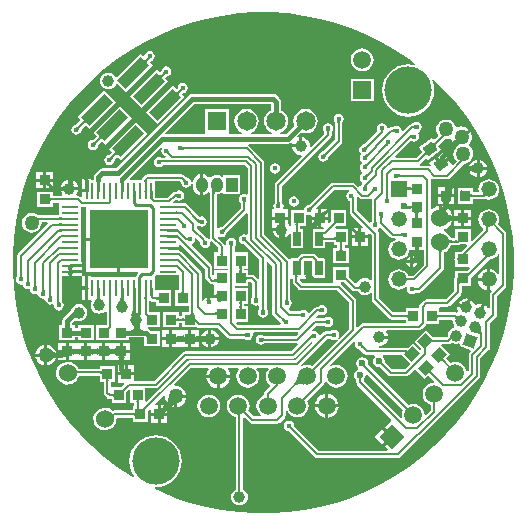
<source format=gbl>
G04*
G04 #@! TF.GenerationSoftware,Altium Limited,Altium Designer,20.0.7 (75)*
G04*
G04 Layer_Physical_Order=4*
G04 Layer_Color=16711680*
%FSLAX44Y44*%
%MOMM*%
G71*
G01*
G75*
%ADD12C,0.2000*%
%ADD19R,0.9652X0.8636*%
%ADD20R,0.8636X0.9652*%
%ADD41C,1.5240*%
%ADD47C,0.4000*%
%ADD50C,0.2790*%
%ADD51C,0.2290*%
%ADD52R,1.0000X1.2700*%
%ADD53O,1.0000X1.2700*%
%ADD54C,1.5000*%
%ADD55R,1.5000X1.5000*%
%ADD56R,1.6500X1.6500*%
%ADD57C,1.6500*%
%ADD58P,1.4142X4X385.0*%
%ADD59C,1.0000*%
%ADD60R,1.3208X1.3208*%
%ADD61C,1.3208*%
%ADD62C,4.0000*%
%ADD63P,2.1213X4X90.0*%
%ADD64C,1.2700*%
%ADD65C,0.4500*%
%ADD66C,0.6000*%
G04:AMPARAMS|DCode=96|XSize=2.8mm|YSize=1mm|CornerRadius=0mm|HoleSize=0mm|Usage=FLASHONLY|Rotation=45.000|XOffset=0mm|YOffset=0mm|HoleType=Round|Shape=Rectangle|*
%AMROTATEDRECTD96*
4,1,4,-0.6364,-1.3435,-1.3435,-0.6364,0.6364,1.3435,1.3435,0.6364,-0.6364,-1.3435,0.0*
%
%ADD96ROTATEDRECTD96*%

G04:AMPARAMS|DCode=97|XSize=0.8636mm|YSize=0.9652mm|CornerRadius=0mm|HoleSize=0mm|Usage=FLASHONLY|Rotation=135.000|XOffset=0mm|YOffset=0mm|HoleType=Round|Shape=Rectangle|*
%AMROTATEDRECTD97*
4,1,4,0.6466,0.0359,-0.0359,-0.6466,-0.6466,-0.0359,0.0359,0.6466,0.6466,0.0359,0.0*
%
%ADD97ROTATEDRECTD97*%

G04:AMPARAMS|DCode=98|XSize=0.8636mm|YSize=0.9652mm|CornerRadius=0mm|HoleSize=0mm|Usage=FLASHONLY|Rotation=125.000|XOffset=0mm|YOffset=0mm|HoleType=Round|Shape=Rectangle|*
%AMROTATEDRECTD98*
4,1,4,0.6430,-0.0769,-0.1477,-0.6305,-0.6430,0.0769,0.1477,0.6305,0.6430,-0.0769,0.0*
%
%ADD98ROTATEDRECTD98*%

%ADD99R,1.4732X0.2286*%
%ADD100R,0.2286X1.4732*%
%ADD101R,5.0038X5.0038*%
%ADD102R,0.6500X1.2500*%
G36*
X20804Y211224D02*
X34574Y209411D01*
X48196Y206701D01*
X61612Y203106D01*
X74763Y198642D01*
X87595Y193327D01*
X100052Y187184D01*
X112080Y180240D01*
X123628Y172523D01*
X128794Y168559D01*
X128204Y167411D01*
X127313Y167682D01*
X123000Y168106D01*
X118687Y167682D01*
X114540Y166424D01*
X110718Y164381D01*
X107368Y161632D01*
X104619Y158282D01*
X102576Y154460D01*
X101318Y150313D01*
X100894Y146000D01*
X101318Y141687D01*
X102576Y137540D01*
X104619Y133718D01*
X107368Y130368D01*
X110718Y127619D01*
X114540Y125576D01*
X118687Y124318D01*
X123000Y123894D01*
X127313Y124318D01*
X131460Y125576D01*
X135282Y127619D01*
X138632Y130368D01*
X141381Y133718D01*
X143424Y137540D01*
X144682Y141687D01*
X145106Y146000D01*
X144682Y150313D01*
X143424Y154460D01*
X143173Y154930D01*
X144167Y155719D01*
X145090Y154910D01*
X154910Y145090D01*
X164068Y134647D01*
X172523Y123628D01*
X180240Y112080D01*
X187184Y100052D01*
X193327Y87595D01*
X198642Y74763D01*
X203106Y61612D01*
X206701Y48196D01*
X209411Y34574D01*
X211224Y20804D01*
X212132Y6945D01*
Y-0D01*
Y-6945D01*
X211224Y-20804D01*
X209411Y-34574D01*
X206701Y-48196D01*
X203106Y-61612D01*
X198642Y-74764D01*
X193327Y-87595D01*
X187184Y-100052D01*
X180240Y-112080D01*
X172523Y-123628D01*
X164068Y-134647D01*
X154910Y-145090D01*
X145090Y-154910D01*
X134647Y-164068D01*
X123628Y-172523D01*
X112080Y-180240D01*
X100052Y-187184D01*
X87595Y-193327D01*
X74763Y-198642D01*
X61612Y-203106D01*
X48196Y-206701D01*
X34574Y-209411D01*
X20804Y-211224D01*
X6945Y-212132D01*
X-6945D01*
X-20804Y-211224D01*
X-34574Y-209411D01*
X-48196Y-206701D01*
X-61612Y-203106D01*
X-74764Y-198642D01*
X-87595Y-193327D01*
X-91725Y-191291D01*
X-91376Y-190069D01*
X-91000Y-190106D01*
X-86687Y-189682D01*
X-82540Y-188424D01*
X-78718Y-186381D01*
X-75368Y-183632D01*
X-72619Y-180282D01*
X-70576Y-176460D01*
X-69318Y-172313D01*
X-68894Y-168000D01*
X-69318Y-163687D01*
X-70576Y-159540D01*
X-72619Y-155718D01*
X-75368Y-152368D01*
X-78718Y-149619D01*
X-82540Y-147576D01*
X-86687Y-146318D01*
X-91000Y-145894D01*
X-95313Y-146318D01*
X-99460Y-147576D01*
X-103282Y-149619D01*
X-106632Y-152368D01*
X-109381Y-155718D01*
X-111424Y-159540D01*
X-112682Y-163687D01*
X-113106Y-168000D01*
X-112682Y-172313D01*
X-111424Y-176460D01*
X-109381Y-180282D01*
X-109266Y-180421D01*
X-110088Y-181390D01*
X-112080Y-180240D01*
X-123628Y-172523D01*
X-134647Y-164068D01*
X-145090Y-154910D01*
X-154910Y-145090D01*
X-164068Y-134647D01*
X-172523Y-123628D01*
X-180240Y-112080D01*
X-187184Y-100052D01*
X-193327Y-87595D01*
X-198642Y-74764D01*
X-203106Y-61612D01*
X-206701Y-48196D01*
X-209411Y-34574D01*
X-211224Y-20804D01*
X-212132Y-6945D01*
Y0D01*
Y6945D01*
X-211224Y20804D01*
X-209411Y34574D01*
X-206701Y48196D01*
X-203106Y61612D01*
X-198642Y74763D01*
X-193327Y87595D01*
X-187184Y100052D01*
X-180240Y112080D01*
X-172523Y123628D01*
X-164068Y134647D01*
X-154910Y145090D01*
X-145090Y154910D01*
X-134647Y164068D01*
X-123628Y172523D01*
X-112080Y180240D01*
X-100052Y187184D01*
X-87595Y193327D01*
X-74764Y198642D01*
X-61612Y203106D01*
X-48196Y206701D01*
X-34574Y209411D01*
X-20804Y211224D01*
X-6945Y212132D01*
X6945D01*
X20804Y211224D01*
D02*
G37*
%LPC*%
G36*
X-96000Y179333D02*
X-97658Y179003D01*
X-99064Y178064D01*
X-100003Y176658D01*
X-100189Y175725D01*
X-101567Y175307D01*
X-103515Y177255D01*
X-123595Y157175D01*
X-124644Y157383D01*
X-124951Y157615D01*
X-126007Y158992D01*
X-127470Y160114D01*
X-129172Y160819D01*
X-131000Y161060D01*
X-132827Y160819D01*
X-134530Y160114D01*
X-135992Y158992D01*
X-137114Y157530D01*
X-137819Y155827D01*
X-138060Y154000D01*
X-137819Y152172D01*
X-137114Y150470D01*
X-135992Y149007D01*
X-134530Y147885D01*
X-132827Y147180D01*
X-131000Y146939D01*
X-129172Y147180D01*
X-127470Y147885D01*
X-126007Y149007D01*
X-124885Y150470D01*
X-124562Y151251D01*
X-123064Y151549D01*
X-116243Y144728D01*
X-93615Y167355D01*
X-95967Y169707D01*
X-94761Y170913D01*
X-94342Y170997D01*
X-92936Y171936D01*
X-91997Y173342D01*
X-91667Y175000D01*
X-91997Y176658D01*
X-92936Y178064D01*
X-94342Y179003D01*
X-96000Y179333D01*
D02*
G37*
G36*
X84000Y181582D02*
X81520Y181255D01*
X79209Y180298D01*
X77225Y178776D01*
X75702Y176791D01*
X74745Y174480D01*
X74418Y172000D01*
X74745Y169520D01*
X75702Y167209D01*
X77225Y165225D01*
X79209Y163702D01*
X81520Y162745D01*
X84000Y162418D01*
X86480Y162745D01*
X88791Y163702D01*
X90775Y165225D01*
X92298Y167209D01*
X93256Y169520D01*
X93582Y172000D01*
X93256Y174480D01*
X92298Y176791D01*
X90775Y178776D01*
X88791Y180298D01*
X86480Y181255D01*
X84000Y181582D01*
D02*
G37*
G36*
X-82000Y166333D02*
X-83658Y166003D01*
X-85064Y165064D01*
X-86003Y163658D01*
X-86333Y162000D01*
X-86332Y161996D01*
X-86339Y161986D01*
X-87293Y161033D01*
X-90080Y163820D01*
X-112707Y141192D01*
X-102808Y131293D01*
X-80180Y153920D01*
X-82967Y156707D01*
X-82014Y157661D01*
X-82004Y157668D01*
X-82000Y157667D01*
X-80342Y157997D01*
X-78936Y158936D01*
X-77997Y160342D01*
X-77667Y162000D01*
X-77997Y163658D01*
X-78936Y165064D01*
X-80342Y166003D01*
X-82000Y166333D01*
D02*
G37*
G36*
X-68000Y152333D02*
X-69658Y152003D01*
X-71064Y151064D01*
X-72003Y149658D01*
X-72333Y148000D01*
X-72332Y147996D01*
X-72339Y147986D01*
X-73293Y147033D01*
X-76645Y150385D01*
X-99272Y127757D01*
X-89373Y117858D01*
X-66745Y140485D01*
X-68967Y142707D01*
X-68014Y143661D01*
X-68004Y143668D01*
X-68000Y143667D01*
X-66342Y143997D01*
X-64936Y144936D01*
X-63997Y146342D01*
X-63667Y148000D01*
X-63997Y149658D01*
X-64936Y151064D01*
X-66342Y152003D01*
X-68000Y152333D01*
D02*
G37*
G36*
X93500Y156100D02*
X74500D01*
Y137100D01*
X93500D01*
Y156100D01*
D02*
G37*
G36*
X-134627Y146142D02*
X-157255Y123515D01*
X-154468Y120728D01*
X-157986Y117209D01*
X-157996Y117202D01*
X-158000Y117203D01*
X-159658Y116874D01*
X-161064Y115934D01*
X-162003Y114528D01*
X-162333Y112870D01*
X-162003Y111212D01*
X-161064Y109806D01*
X-159658Y108867D01*
X-158000Y108537D01*
X-156342Y108867D01*
X-154936Y109806D01*
X-153997Y111212D01*
X-153667Y112870D01*
X-153668Y112874D01*
X-153661Y112884D01*
X-150142Y116402D01*
X-147355Y113615D01*
X-124728Y136243D01*
X-134627Y146142D01*
D02*
G37*
G36*
X-121192Y132707D02*
X-143820Y110080D01*
X-141033Y107293D01*
X-143986Y104339D01*
X-143996Y104332D01*
X-144000Y104333D01*
X-145658Y104003D01*
X-147064Y103064D01*
X-148003Y101658D01*
X-148333Y100000D01*
X-148003Y98342D01*
X-147064Y96936D01*
X-145658Y95997D01*
X-144000Y95667D01*
X-142342Y95997D01*
X-140936Y96936D01*
X-139996Y98342D01*
X-139667Y100000D01*
X-139668Y100004D01*
X-139661Y100014D01*
X-136707Y102967D01*
X-133920Y100180D01*
X-111293Y122808D01*
X-121192Y132707D01*
D02*
G37*
G36*
X55000Y118333D02*
X53342Y118003D01*
X51936Y117064D01*
X50997Y115658D01*
X50667Y114000D01*
X50997Y112342D01*
X51936Y110936D01*
X51940Y110934D01*
X51941Y110922D01*
Y109267D01*
X40767Y98092D01*
X39564Y98686D01*
X39605Y99000D01*
X39346Y100968D01*
X38586Y102802D01*
X37378Y104378D01*
X35803Y105586D01*
X33968Y106346D01*
X33270Y106438D01*
Y99000D01*
X32000D01*
Y97730D01*
X24562D01*
X24654Y97032D01*
X25414Y95197D01*
X26622Y93622D01*
X28198Y92414D01*
X30032Y91654D01*
X32000Y91395D01*
X32315Y91436D01*
X32908Y90233D01*
X10837Y68163D01*
X10174Y67171D01*
X9941Y66000D01*
X9941Y66000D01*
Y51078D01*
X9940Y51066D01*
X9936Y51064D01*
X8997Y49658D01*
X8667Y48000D01*
X8938Y46636D01*
X8237Y45366D01*
X7141D01*
Y39270D01*
X20857D01*
Y45366D01*
X17763D01*
X17062Y46636D01*
X17333Y48000D01*
X17003Y49658D01*
X16064Y51064D01*
X16060Y51066D01*
X16059Y51078D01*
Y64733D01*
X57163Y105837D01*
X57163Y105837D01*
X57826Y106830D01*
X58059Y108000D01*
Y110922D01*
X58060Y110934D01*
X58064Y110936D01*
X59003Y112342D01*
X59333Y114000D01*
X59003Y115658D01*
X58064Y117064D01*
X56658Y118003D01*
X55000Y118333D01*
D02*
G37*
G36*
X64000Y126333D02*
X62342Y126003D01*
X60936Y125064D01*
X59997Y123658D01*
X59667Y122000D01*
X59997Y120342D01*
X60936Y118936D01*
X60940Y118933D01*
X60941Y118922D01*
Y104267D01*
X51013Y94339D01*
X51004Y94332D01*
X51000Y94333D01*
X49342Y94003D01*
X47936Y93064D01*
X46997Y91658D01*
X46667Y90000D01*
X46997Y88342D01*
X47936Y86936D01*
X49342Y85997D01*
X51000Y85667D01*
X52658Y85997D01*
X54064Y86936D01*
X55003Y88342D01*
X55333Y90000D01*
X55332Y90004D01*
X55339Y90014D01*
X66163Y100837D01*
X66826Y101830D01*
X67059Y103000D01*
Y118922D01*
X67060Y118933D01*
X67064Y118936D01*
X68003Y120342D01*
X68333Y122000D01*
X68003Y123658D01*
X67064Y125064D01*
X65658Y126003D01*
X64000Y126333D01*
D02*
G37*
G36*
X-107757Y119272D02*
X-130385Y96645D01*
X-127598Y93858D01*
X-130117Y91339D01*
X-130126Y91332D01*
X-130130Y91333D01*
X-131789Y91003D01*
X-133194Y90064D01*
X-134134Y88658D01*
X-134463Y87000D01*
X-134134Y85342D01*
X-133194Y83936D01*
X-131789Y82997D01*
X-130130Y82667D01*
X-128472Y82997D01*
X-127066Y83936D01*
X-126127Y85342D01*
X-125797Y87000D01*
X-125798Y87004D01*
X-125791Y87014D01*
X-123272Y89532D01*
X-120485Y86745D01*
X-97858Y109373D01*
X-107757Y119272D01*
D02*
G37*
G36*
X152690Y93289D02*
X147696Y89792D01*
X150901Y85215D01*
X155895Y88711D01*
X152690Y93289D01*
D02*
G37*
G36*
X8657Y143078D02*
X8657Y143078D01*
X-59985D01*
X-61546Y142768D01*
X-62869Y141884D01*
X-124675Y80078D01*
X-136000D01*
X-136000Y80078D01*
X-137561Y79768D01*
X-138884Y78884D01*
X-142384Y75384D01*
X-143268Y74061D01*
X-143579Y72500D01*
X-143579Y72500D01*
Y70514D01*
X-145817D01*
Y71054D01*
X-148230D01*
Y61148D01*
X-149500D01*
Y59878D01*
X-153183D01*
Y56272D01*
X-154356Y55786D01*
X-154733Y56163D01*
X-155726Y56826D01*
X-156896Y57059D01*
X-156896Y57059D01*
X-157454D01*
X-158080Y58329D01*
X-157414Y59198D01*
X-156654Y61032D01*
X-156562Y61730D01*
X-167571D01*
Y59500D01*
X-168029Y59948D01*
X-168927Y60701D01*
X-169366Y61007D01*
X-169799Y61266D01*
X-170225Y61478D01*
X-170646Y61643D01*
X-170951Y61730D01*
X-171438D01*
X-171346Y61032D01*
X-170586Y59198D01*
X-169920Y58329D01*
X-170546Y57059D01*
X-178174D01*
Y60317D01*
X-191826D01*
Y47681D01*
X-178174D01*
Y50941D01*
X-173661D01*
X-172514Y50643D01*
Y40559D01*
X-189604D01*
X-189604Y40559D01*
X-190579Y40365D01*
X-191789Y41294D01*
X-193820Y42135D01*
X-196000Y42422D01*
X-198180Y42135D01*
X-200211Y41294D01*
X-201955Y39955D01*
X-203294Y38211D01*
X-204135Y36180D01*
X-204422Y34000D01*
X-204135Y31820D01*
X-203294Y29789D01*
X-201955Y28045D01*
X-200211Y26706D01*
X-198180Y25865D01*
X-196000Y25578D01*
X-193820Y25865D01*
X-191789Y26706D01*
X-190045Y28045D01*
X-188706Y29789D01*
X-187865Y31820D01*
X-187578Y34000D01*
X-187191Y34441D01*
X-182544D01*
X-182058Y33268D01*
X-207163Y8163D01*
X-207826Y7171D01*
X-208059Y6000D01*
X-208059Y6000D01*
Y-10922D01*
X-208060Y-10934D01*
X-208064Y-10936D01*
X-209003Y-12342D01*
X-209333Y-14000D01*
X-209003Y-15658D01*
X-208064Y-17064D01*
X-206658Y-18003D01*
X-205000Y-18333D01*
X-203342Y-18003D01*
X-203104Y-19152D01*
X-203003Y-19658D01*
X-202064Y-21064D01*
X-200658Y-22003D01*
X-199000Y-22333D01*
X-197342Y-22003D01*
X-197104Y-23152D01*
X-197003Y-23658D01*
X-196064Y-25064D01*
X-194658Y-26003D01*
X-193000Y-26333D01*
X-191522Y-26039D01*
X-191298Y-26032D01*
X-190183Y-26757D01*
X-190003Y-27658D01*
X-189064Y-29064D01*
X-187658Y-30003D01*
X-186000Y-30333D01*
X-185475Y-30229D01*
X-184333Y-31000D01*
X-184003Y-32658D01*
X-183064Y-34064D01*
X-181658Y-35003D01*
X-180000Y-35333D01*
X-178342Y-35003D01*
X-177300Y-35835D01*
X-177333Y-36000D01*
X-177003Y-37658D01*
X-176064Y-39064D01*
X-174658Y-40003D01*
X-173000Y-40333D01*
X-171342Y-40003D01*
X-169936Y-39064D01*
X-168997Y-37658D01*
X-168667Y-36000D01*
X-168997Y-34342D01*
X-169936Y-32936D01*
X-170455Y-32589D01*
Y-11183D01*
X-164549D01*
X-164557Y-10867D01*
X-164599Y-10387D01*
X-164669Y-9964D01*
X-164766Y-9597D01*
X-164892Y-9287D01*
X-165045Y-9033D01*
X-165227Y-8836D01*
X-165436Y-8695D01*
X-165673Y-8610D01*
X-165938Y-8582D01*
X-164418D01*
Y-7500D01*
X-163148D01*
Y-6418D01*
X-165938D01*
X-165673Y-6390D01*
X-165436Y-6305D01*
X-165227Y-6164D01*
X-165045Y-5967D01*
X-164892Y-5713D01*
X-164766Y-5403D01*
X-164669Y-5036D01*
X-164663Y-5000D01*
X-164669Y-4964D01*
X-164766Y-4598D01*
X-164892Y-4288D01*
X-165045Y-4034D01*
X-165227Y-3836D01*
X-165436Y-3695D01*
X-165673Y-3611D01*
X-165938Y-3582D01*
X-163148D01*
Y-1230D01*
X-153242D01*
Y1183D01*
X-153782D01*
Y14357D01*
Y24357D01*
Y34357D01*
Y47124D01*
X-153396Y47441D01*
X-149559D01*
Y21270D01*
X-122000D01*
Y20000D01*
X-120730D01*
Y-7559D01*
X-106271D01*
X-105785Y-8732D01*
X-106911Y-9858D01*
X-107606Y-10898D01*
X-107782Y-11782D01*
X-145817D01*
Y-11242D01*
X-148230D01*
Y-21148D01*
Y-31054D01*
X-145817D01*
X-145817Y-31054D01*
X-145661Y-31096D01*
X-145126Y-32440D01*
X-145147Y-32548D01*
X-145820Y-34173D01*
X-146060Y-36000D01*
X-145820Y-37827D01*
X-145114Y-39530D01*
X-143992Y-40992D01*
X-142530Y-42115D01*
X-140827Y-42820D01*
X-139000Y-43060D01*
X-137173Y-42820D01*
X-135470Y-42115D01*
X-134008Y-40992D01*
X-133829Y-40760D01*
X-132559Y-41191D01*
Y-52681D01*
X-141826D01*
Y-65317D01*
X-128174D01*
Y-58271D01*
X-128096Y-58219D01*
X-126826Y-58898D01*
Y-65317D01*
X-113174D01*
Y-63077D01*
X-101200D01*
X-100826Y-63451D01*
Y-70319D01*
X-87174D01*
Y-57683D01*
X-95058D01*
X-96626Y-56115D01*
X-97416Y-55587D01*
X-97031Y-54317D01*
X-87174D01*
Y-41681D01*
X-96441D01*
Y-32682D01*
X-96219Y-32576D01*
X-95171Y-32281D01*
X-94356Y-32826D01*
X-93185Y-33059D01*
X-93185Y-33059D01*
X-90319D01*
Y-36826D01*
X-77683D01*
Y-23174D01*
X-90319D01*
X-91298Y-22471D01*
Y-21291D01*
X-91298Y-21291D01*
X-91357Y-20995D01*
Y-11782D01*
X-91357D01*
X-91177Y-10823D01*
X-90218Y-10643D01*
Y-10643D01*
X-71486D01*
X-71058Y-11736D01*
Y-23174D01*
X-74317D01*
Y-36826D01*
X-63059D01*
Y-41681D01*
X-68826D01*
Y-44940D01*
X-71174D01*
Y-41681D01*
X-84826D01*
Y-54317D01*
X-71174D01*
Y-51058D01*
X-68826D01*
Y-54317D01*
X-55932D01*
X-55171Y-54826D01*
X-54000Y-55059D01*
X-38267D01*
X-30163Y-63163D01*
X-30163Y-63163D01*
X-29170Y-63826D01*
X-28000Y-64059D01*
X-28000Y-64059D01*
X-16078D01*
X-16066Y-64060D01*
X-16064Y-64064D01*
X-14658Y-65003D01*
X-13000Y-65333D01*
X-11342Y-65003D01*
X-9936Y-64064D01*
X-8997Y-62658D01*
X-8667Y-61000D01*
X-8883Y-59915D01*
X-8051Y-58645D01*
X29233D01*
X29759Y-59915D01*
X27733Y-61941D01*
X1078D01*
X1067Y-61940D01*
X1064Y-61936D01*
X-342Y-60997D01*
X-2000Y-60667D01*
X-3658Y-60997D01*
X-5064Y-61936D01*
X-6003Y-63342D01*
X-6333Y-65000D01*
X-6003Y-66658D01*
X-5064Y-68064D01*
X-3658Y-69003D01*
X-2000Y-69333D01*
X-342Y-69003D01*
X1064Y-68064D01*
X1067Y-68060D01*
X1078Y-68059D01*
X28819D01*
X29141Y-68487D01*
X29400Y-69274D01*
X23733Y-74941D01*
X-66000D01*
X-66000Y-74941D01*
X-67171Y-75174D01*
X-68163Y-75837D01*
X-68163Y-75837D01*
X-92267Y-99941D01*
X-109141D01*
Y-95270D01*
X-115999D01*
X-122857D01*
Y-101366D01*
X-117860D01*
X-117374Y-102540D01*
X-120009Y-105174D01*
X-128319D01*
X-128942Y-104162D01*
Y-100826D01*
X-125683D01*
Y-87174D01*
X-138319D01*
Y-89698D01*
X-156496D01*
X-156598Y-89353D01*
X-157921Y-87193D01*
X-159759Y-85450D01*
X-161985Y-84241D01*
X-164448Y-83650D01*
X-166980Y-83716D01*
X-169408Y-84436D01*
X-171568Y-85759D01*
X-173312Y-87596D01*
X-174520Y-89822D01*
X-175112Y-92285D01*
X-175046Y-94818D01*
X-174326Y-97246D01*
X-173003Y-99406D01*
X-171165Y-101150D01*
X-168939Y-102358D01*
X-166476Y-102949D01*
X-163944Y-102883D01*
X-161515Y-102164D01*
X-159356Y-100840D01*
X-157612Y-99003D01*
X-156403Y-96777D01*
X-156173Y-95816D01*
X-138319D01*
Y-100826D01*
X-135060D01*
Y-110001D01*
X-135060Y-110001D01*
X-134827Y-111172D01*
X-134164Y-112164D01*
X-132165Y-114163D01*
X-131173Y-114826D01*
X-130002Y-115059D01*
X-128319D01*
Y-118826D01*
X-115683D01*
Y-109500D01*
X-113490Y-107307D01*
X-112317Y-107793D01*
Y-118826D01*
X-109058D01*
Y-121174D01*
X-110319D01*
Y-124941D01*
X-126417D01*
X-127415Y-125140D01*
X-128293Y-124307D01*
X-130519Y-123098D01*
X-132982Y-122507D01*
X-135514Y-122573D01*
X-137942Y-123293D01*
X-140102Y-124616D01*
X-141846Y-126454D01*
X-143054Y-128680D01*
X-143646Y-131143D01*
X-143579Y-133675D01*
X-142860Y-136103D01*
X-141537Y-138263D01*
X-139699Y-140007D01*
X-137473Y-141215D01*
X-135010Y-141807D01*
X-132478Y-141741D01*
X-130049Y-141021D01*
X-127890Y-139698D01*
X-126146Y-137860D01*
X-124937Y-135634D01*
X-124346Y-133171D01*
X-124378Y-131969D01*
X-123491Y-131059D01*
X-110319D01*
Y-134826D01*
X-97683D01*
Y-125500D01*
X-96030Y-123847D01*
X-94857Y-124333D01*
Y-126730D01*
X-89269D01*
Y-120634D01*
X-91158D01*
X-91644Y-119461D01*
X-84106Y-111923D01*
X-82903Y-112516D01*
X-82967Y-113000D01*
X-82661Y-115321D01*
X-81765Y-117483D01*
X-81212Y-118205D01*
X-80967Y-117806D01*
X-80722Y-117301D01*
X-80526Y-116773D01*
X-80381Y-116220D01*
X-80287Y-115644D01*
X-80242Y-115043D01*
X-80247Y-114419D01*
X-80303Y-113771D01*
X-75270Y-117789D01*
Y-113000D01*
X-74000D01*
Y-111730D01*
X-65201D01*
X-65339Y-110679D01*
X-66235Y-108517D01*
X-67660Y-106660D01*
X-69517Y-105235D01*
X-71679Y-104339D01*
X-74000Y-104033D01*
X-74484Y-104097D01*
X-75077Y-102894D01*
X-60742Y-88559D01*
X-46546D01*
X-45920Y-89829D01*
X-46770Y-90937D01*
X-47782Y-93379D01*
X-47959Y-94730D01*
X-28041D01*
X-28218Y-93379D01*
X-29230Y-90937D01*
X-30080Y-89829D01*
X-29454Y-88559D01*
X-20865D01*
X-20239Y-89829D01*
X-21298Y-91209D01*
X-22255Y-93520D01*
X-22582Y-96000D01*
X-22255Y-98480D01*
X-21298Y-100791D01*
X-19775Y-102775D01*
X-17791Y-104298D01*
X-15480Y-105255D01*
X-13000Y-105582D01*
X-10520Y-105255D01*
X-8209Y-104298D01*
X-6224Y-102775D01*
X-4702Y-100791D01*
X-3744Y-98480D01*
X-3418Y-96000D01*
X-3744Y-93520D01*
X-4702Y-91209D01*
X-5761Y-89829D01*
X-5135Y-88559D01*
X4135D01*
X4761Y-89829D01*
X3702Y-91209D01*
X2745Y-93520D01*
X2418Y-96000D01*
X2745Y-98480D01*
X3702Y-100791D01*
X5225Y-102775D01*
X5974Y-103350D01*
X6057Y-104618D01*
X1837Y-108837D01*
X1174Y-109830D01*
X941Y-111000D01*
X941Y-111000D01*
Y-111984D01*
X-791Y-112702D01*
X-2776Y-114225D01*
X-4298Y-116209D01*
X-5256Y-118520D01*
X-5582Y-121000D01*
X-5256Y-123480D01*
X-4298Y-125791D01*
X-2776Y-127775D01*
X-1608Y-128671D01*
X-2039Y-129941D01*
X-7733D01*
X-12462Y-125212D01*
X-11745Y-123480D01*
X-11418Y-121000D01*
X-11745Y-118520D01*
X-12702Y-116209D01*
X-14225Y-114225D01*
X-16209Y-112702D01*
X-18520Y-111744D01*
X-21000Y-111418D01*
X-23480Y-111744D01*
X-25791Y-112702D01*
X-27775Y-114225D01*
X-29298Y-116209D01*
X-30255Y-118520D01*
X-30582Y-121000D01*
X-30255Y-123480D01*
X-29298Y-125791D01*
X-27775Y-127775D01*
X-25791Y-129298D01*
X-23480Y-130255D01*
X-23059Y-130311D01*
Y-191690D01*
X-23530Y-191886D01*
X-24992Y-193008D01*
X-26114Y-194470D01*
X-26820Y-196173D01*
X-27060Y-198000D01*
X-26820Y-199827D01*
X-26114Y-201530D01*
X-24992Y-202992D01*
X-23530Y-204114D01*
X-21827Y-204820D01*
X-20000Y-205060D01*
X-18173Y-204820D01*
X-16470Y-204114D01*
X-15008Y-202992D01*
X-13886Y-201530D01*
X-13180Y-199827D01*
X-12940Y-198000D01*
X-13180Y-196173D01*
X-13886Y-194470D01*
X-15008Y-193008D01*
X-16470Y-191886D01*
X-16941Y-191690D01*
Y-131181D01*
X-15671Y-130654D01*
X-11163Y-135163D01*
X-10171Y-135826D01*
X-9000Y-136059D01*
X-9000Y-136059D01*
X12000D01*
X12000Y-136059D01*
X13170Y-135826D01*
X14163Y-135163D01*
X18163Y-131163D01*
X18163Y-131163D01*
X18826Y-130171D01*
X19059Y-129000D01*
Y-125143D01*
X20329Y-124890D01*
X20702Y-125791D01*
X22225Y-127775D01*
X24209Y-129298D01*
X26520Y-130255D01*
X29000Y-130582D01*
X31480Y-130255D01*
X33791Y-129298D01*
X35775Y-127775D01*
X37298Y-125791D01*
X38255Y-123480D01*
X38582Y-121000D01*
X38255Y-118520D01*
X37538Y-116788D01*
X51163Y-103163D01*
X51163Y-103163D01*
X51826Y-102170D01*
X52059Y-101000D01*
X52286Y-100692D01*
X53702Y-100791D01*
X55225Y-102775D01*
X57209Y-104298D01*
X59520Y-105255D01*
X62000Y-105582D01*
X64480Y-105255D01*
X66791Y-104298D01*
X68776Y-102775D01*
X70298Y-100791D01*
X71255Y-98480D01*
X71582Y-96000D01*
X71255Y-93520D01*
X70298Y-91209D01*
X68776Y-89225D01*
X66791Y-87702D01*
X64480Y-86744D01*
X62000Y-86418D01*
X59520Y-86744D01*
X57569Y-87553D01*
X56850Y-86476D01*
X77446Y-65880D01*
X78433Y-66689D01*
X77997Y-67342D01*
X77667Y-69000D01*
X77997Y-70658D01*
X78936Y-72064D01*
X80342Y-73003D01*
X82000Y-73333D01*
X82004Y-73332D01*
X82014Y-73339D01*
X85837Y-77163D01*
X86830Y-77826D01*
X88000Y-78059D01*
X88000Y-78059D01*
X94109D01*
X94495Y-79329D01*
X94395Y-79395D01*
X93290Y-81049D01*
X92902Y-83000D01*
X93290Y-84951D01*
X94395Y-86605D01*
X96049Y-87710D01*
X98000Y-88098D01*
X98644Y-87970D01*
X105837Y-95163D01*
X106830Y-95826D01*
X108000Y-96059D01*
X108000Y-96059D01*
X121034D01*
X121034Y-96059D01*
X122205Y-95826D01*
X123197Y-95163D01*
X128853Y-89507D01*
X137298Y-97952D01*
X139962Y-95288D01*
X144969Y-100295D01*
X144439Y-101561D01*
X142441Y-101824D01*
X140130Y-102781D01*
X138146Y-104304D01*
X136623Y-106288D01*
X135666Y-108599D01*
X135339Y-111079D01*
X135666Y-113559D01*
X136623Y-115870D01*
X138146Y-117854D01*
X140130Y-119377D01*
X141862Y-120095D01*
Y-124661D01*
X137784Y-128740D01*
X136443Y-128284D01*
X136216Y-126559D01*
X135259Y-124249D01*
X133736Y-122264D01*
X131751Y-120741D01*
X129440Y-119784D01*
X126960Y-119458D01*
X124480Y-119784D01*
X123130Y-120344D01*
X88880Y-86094D01*
X89098Y-85000D01*
X88710Y-83049D01*
X87605Y-81395D01*
X85951Y-80290D01*
X84000Y-79902D01*
X82049Y-80290D01*
X80395Y-81395D01*
X79290Y-83049D01*
X78902Y-85000D01*
X79290Y-86951D01*
X80395Y-88605D01*
X80766Y-88853D01*
X80498Y-90201D01*
X80049Y-90290D01*
X78395Y-91395D01*
X77290Y-93049D01*
X76902Y-95000D01*
X77290Y-96951D01*
X78395Y-98605D01*
X78941Y-98970D01*
Y-101000D01*
X78941Y-101000D01*
X79174Y-102170D01*
X79837Y-103163D01*
X108438Y-131764D01*
X108340Y-133462D01*
X102799Y-139003D01*
X109898Y-146102D01*
X109000Y-147000D01*
X109898Y-147898D01*
X102799Y-154997D01*
X105569Y-157768D01*
X105083Y-158941D01*
X47267D01*
X26339Y-138013D01*
X26332Y-138004D01*
X26333Y-138000D01*
X26003Y-136342D01*
X25064Y-134936D01*
X23658Y-133997D01*
X22000Y-133667D01*
X20342Y-133997D01*
X18936Y-134936D01*
X17997Y-136342D01*
X17667Y-138000D01*
X17997Y-139658D01*
X18936Y-141064D01*
X20342Y-142003D01*
X22000Y-142333D01*
X22004Y-142332D01*
X22013Y-142339D01*
X43837Y-164163D01*
X44830Y-164826D01*
X46000Y-165059D01*
X46000Y-165059D01*
X114000D01*
X114000Y-165059D01*
X115170Y-164826D01*
X116163Y-164163D01*
X132663Y-147662D01*
X132884Y-147619D01*
X133876Y-146955D01*
X183163Y-97669D01*
X183826Y-96677D01*
X184059Y-95506D01*
Y-80744D01*
X191163Y-73640D01*
X191826Y-72648D01*
X192059Y-71477D01*
Y-51267D01*
X197163Y-46163D01*
X197163Y-46163D01*
X197826Y-45170D01*
X198059Y-44000D01*
X198059Y-44000D01*
Y-28267D01*
X205163Y-21163D01*
X205826Y-20171D01*
X206059Y-19000D01*
Y24800D01*
X205826Y25970D01*
X205163Y26963D01*
X205163Y26963D01*
X198852Y33274D01*
X199382Y34554D01*
X199678Y36800D01*
X199382Y39046D01*
X198515Y41139D01*
X197136Y42937D01*
X195339Y44316D01*
X193246Y45183D01*
X191000Y45478D01*
X188754Y45183D01*
X186661Y44316D01*
X184863Y42937D01*
X183484Y41139D01*
X182617Y39046D01*
X182322Y36800D01*
X182617Y34554D01*
X183484Y32461D01*
X184863Y30664D01*
X186275Y29580D01*
X186344Y28163D01*
X176999Y18818D01*
X175826Y19304D01*
Y28317D01*
X162174D01*
Y21059D01*
X159168D01*
X159145Y21061D01*
X158403Y22852D01*
X156861Y24861D01*
X154851Y26403D01*
X153361Y27020D01*
Y28395D01*
X155124Y29125D01*
X157246Y30754D01*
X158875Y32876D01*
X159898Y35348D01*
X159973Y35916D01*
X159389Y35820D01*
X158830Y35680D01*
X158319Y35500D01*
X157857Y35280D01*
X157442Y35020D01*
X157075Y34720D01*
X156756Y34380D01*
X156486Y34000D01*
Y36730D01*
X150000D01*
Y38000D01*
X148730D01*
Y45283D01*
X148281Y45424D01*
X148632Y45525D01*
X148730Y45564D01*
Y48081D01*
X147348Y47899D01*
X144876Y46875D01*
X143329Y45687D01*
X142059Y46314D01*
Y70000D01*
X141855Y71023D01*
X142213Y71426D01*
X142837Y71837D01*
X143829Y71174D01*
X145000Y70941D01*
X145000Y70941D01*
X156000D01*
X156000Y70941D01*
X157171Y71174D01*
X158163Y71837D01*
X170137Y83811D01*
X170303Y83804D01*
X172449Y84279D01*
X174400Y85295D01*
X176021Y86780D01*
X177202Y88634D01*
X177863Y90731D01*
X177959Y92928D01*
X177483Y95074D01*
X176468Y97024D01*
X174982Y98645D01*
X174388Y99024D01*
X174277Y100289D01*
X174887Y100848D01*
X176145Y102822D01*
X176849Y105055D01*
X176951Y107393D01*
X176444Y109679D01*
X175955Y110619D01*
X168747Y105571D01*
X161539Y100524D01*
X162255Y99743D01*
X163259Y99103D01*
X163369Y97838D01*
X163117Y97607D01*
X161936Y95753D01*
X161275Y93656D01*
X161179Y91460D01*
X161655Y89313D01*
X162670Y87363D01*
X163802Y86128D01*
X160914Y83239D01*
X159649Y83350D01*
X157352Y86631D01*
X151318Y82406D01*
X150589Y83446D01*
X149549Y82717D01*
X145615Y88335D01*
X140622Y84839D01*
X141985Y82892D01*
X141081Y81969D01*
X140921Y82076D01*
X139750Y82309D01*
X139750Y82309D01*
X133018D01*
X132633Y83579D01*
X133020Y83837D01*
X137593Y88410D01*
X138858Y88299D01*
X139443Y87463D01*
X150626Y95294D01*
X148094Y98911D01*
X153874Y104691D01*
X155734Y104610D01*
X157880Y105086D01*
X158184Y105244D01*
X159335Y104707D01*
X159593Y103545D01*
X160082Y102605D01*
X167290Y107652D01*
X174498Y112699D01*
X173782Y113481D01*
X171808Y114738D01*
X169576Y115442D01*
X167237Y115544D01*
X164952Y115038D01*
X164218Y114656D01*
X163067Y115192D01*
X162914Y115880D01*
X161899Y117831D01*
X160414Y119452D01*
X158559Y120633D01*
X156462Y121294D01*
X154266Y121390D01*
X152120Y120914D01*
X150169Y119899D01*
X148548Y118414D01*
X147367Y116559D01*
X146706Y114462D01*
X146610Y112266D01*
X147086Y110119D01*
X148101Y108169D01*
X148388Y107857D01*
X145229Y104698D01*
X143964Y104809D01*
X143378Y105645D01*
X132196Y97814D01*
X134728Y94197D01*
X129590Y89059D01*
X112125D01*
X111639Y90232D01*
X125180Y103773D01*
X126342Y102997D01*
X128000Y102667D01*
X129658Y102997D01*
X131064Y103936D01*
X132003Y105342D01*
X132333Y107000D01*
X132003Y108658D01*
X131348Y109640D01*
X131625Y110851D01*
X131792Y111086D01*
X133064Y111936D01*
X134003Y113342D01*
X134333Y115000D01*
X134003Y116658D01*
X133064Y118064D01*
X131658Y119003D01*
X130000Y119333D01*
X128342Y119003D01*
X126936Y118064D01*
X126934Y118062D01*
X126906Y118059D01*
X126425D01*
X125254Y117826D01*
X124262Y117163D01*
X118511Y111412D01*
X117333Y112000D01*
X117003Y113658D01*
X116064Y115064D01*
X114658Y116003D01*
X113000Y116333D01*
X111342Y116003D01*
X109936Y115064D01*
X109934Y115060D01*
X109922Y115059D01*
X108575D01*
X107405Y114826D01*
X106412Y114163D01*
X106240Y113990D01*
X104947Y114494D01*
X104715Y115658D01*
X103776Y117064D01*
X102370Y118003D01*
X100712Y118333D01*
X99054Y118003D01*
X97648Y117064D01*
X96709Y115658D01*
X96379Y114000D01*
X96709Y112342D01*
X97062Y111813D01*
X85589Y100339D01*
X85580Y100332D01*
X85575Y100333D01*
X83917Y100003D01*
X82511Y99064D01*
X81572Y97658D01*
X81242Y96000D01*
X81572Y94342D01*
X82511Y92936D01*
X82936Y92652D01*
Y92064D01*
X81997Y90658D01*
X81667Y89000D01*
X81997Y87342D01*
X82936Y85936D01*
X83386Y85635D01*
Y84365D01*
X82936Y84064D01*
X81997Y82658D01*
X81667Y81000D01*
X81997Y79342D01*
X82936Y77936D01*
X84029Y77206D01*
X84108Y76904D01*
Y76096D01*
X84029Y75794D01*
X82936Y75064D01*
X81997Y73658D01*
X81667Y72000D01*
X81997Y70342D01*
X82936Y68936D01*
X83856Y68321D01*
X83896Y68277D01*
X83936Y68218D01*
X84105Y67088D01*
X84029Y66794D01*
X82936Y66064D01*
X82184Y64938D01*
X80778Y64548D01*
X78163Y67163D01*
X77171Y67826D01*
X76000Y68059D01*
X76000Y68059D01*
X59000D01*
X57829Y67826D01*
X56837Y67163D01*
X39014Y49339D01*
X39004Y49332D01*
X39000Y49333D01*
X37342Y49003D01*
X35936Y48064D01*
X34997Y46658D01*
X34667Y45000D01*
X34524Y44826D01*
X23683D01*
Y32400D01*
X23683Y32380D01*
X23683Y32380D01*
X23683Y32135D01*
X22413Y31462D01*
X22272Y31519D01*
X22086Y31967D01*
X20878Y33542D01*
X20857Y33558D01*
Y36730D01*
X7141D01*
Y30634D01*
X7141D01*
X8003Y29434D01*
X13994D01*
X13980Y29964D01*
X13920Y30645D01*
X13900Y30765D01*
X12552Y32202D01*
X12827Y32430D01*
X13073Y32690D01*
X13113Y32744D01*
X13020Y32845D01*
X12720Y33045D01*
X12380Y33165D01*
X12000Y33205D01*
X13420D01*
X13479Y33307D01*
X13638Y33664D01*
X13768Y34053D01*
X13870Y34475D01*
X13942Y34929D01*
X13986Y35415D01*
X14000Y35934D01*
X18000Y35494D01*
X18012Y34977D01*
X18107Y34024D01*
X18191Y33588D01*
X18298Y33178D01*
X18429Y32796D01*
X18584Y32440D01*
X18763Y32112D01*
X18966Y31810D01*
X19193Y31535D01*
X18019Y30284D01*
X18000Y29204D01*
X17008D01*
X16185Y28327D01*
X16337Y28164D01*
X16770D01*
Y27702D01*
X19340Y24961D01*
X19085Y24631D01*
X18857Y24282D01*
X18656Y23915D01*
X18482Y23530D01*
X18335Y23126D01*
X18214Y22704D01*
X18121Y22264D01*
X18054Y21806D01*
X18013Y21329D01*
X18006Y21040D01*
X19303Y21578D01*
X20878Y22786D01*
X22086Y24361D01*
X23350Y24094D01*
Y12250D01*
X33850D01*
Y28750D01*
X31659D01*
Y31174D01*
X36319D01*
Y40269D01*
X37589Y40947D01*
X39000Y40667D01*
X39870Y40840D01*
X41140Y39907D01*
Y39270D01*
X46728D01*
Y45366D01*
X45351D01*
X44865Y46539D01*
X60267Y61941D01*
X72823D01*
X73025Y60686D01*
X71619Y59747D01*
X70680Y58341D01*
X70350Y56683D01*
X70680Y55025D01*
X71619Y53619D01*
X73025Y52680D01*
X73404Y52604D01*
Y43113D01*
X73404Y43112D01*
X73637Y41942D01*
X74300Y40949D01*
X84710Y30539D01*
X84224Y29366D01*
X83271D01*
Y23270D01*
X88859D01*
Y24731D01*
X90032Y25217D01*
X91941Y23308D01*
Y-14304D01*
X90671Y-14761D01*
X89530Y-13886D01*
X87827Y-13180D01*
X86000Y-12940D01*
X84173Y-13180D01*
X82470Y-13886D01*
X81008Y-15008D01*
X79886Y-16470D01*
X79655Y-17026D01*
X78157Y-17324D01*
X72826Y-11993D01*
Y-3683D01*
X59174D01*
Y-16319D01*
X58162Y-16941D01*
X33267D01*
X31094Y-14768D01*
X31230Y-13534D01*
X32210Y-13290D01*
Y-13290D01*
X36730D01*
Y-12345D01*
X34932Y-10762D01*
X34781Y-10719D01*
X36730D01*
Y-4500D01*
X39270D01*
Y-10719D01*
X41220D01*
X41244Y-10783D01*
X41316Y-10890D01*
X41437Y-11042D01*
X41822Y-11477D01*
X43584Y-13290D01*
X43790D01*
Y-12750D01*
X52650D01*
Y3750D01*
X47651D01*
X47313Y4256D01*
X44656Y6913D01*
X43663Y7576D01*
X42493Y7809D01*
X42493Y7809D01*
X33508D01*
X33507Y7809D01*
X32337Y7576D01*
X31345Y6913D01*
X28687Y4256D01*
X28349Y3750D01*
X23350D01*
Y3643D01*
X22431Y3248D01*
X22080Y3216D01*
X1059Y24237D01*
Y85000D01*
X1059Y85000D01*
X826Y86171D01*
X163Y87163D01*
X-11837Y99163D01*
X-12569Y99652D01*
X-12324Y100922D01*
X21000D01*
X21000Y100922D01*
X22561Y101232D01*
X23705Y101997D01*
X24227Y101756D01*
X24753Y101206D01*
X24654Y100968D01*
X24562Y100270D01*
X30730D01*
Y106438D01*
X30032Y106346D01*
X29823Y106260D01*
X29104Y107336D01*
X32234Y110466D01*
X33324Y110014D01*
X36000Y109662D01*
X38676Y110014D01*
X41169Y111047D01*
X43310Y112690D01*
X44953Y114831D01*
X45986Y117325D01*
X46338Y120000D01*
X45986Y122676D01*
X44953Y125169D01*
X43310Y127311D01*
X41169Y128954D01*
X38676Y129986D01*
X36000Y130339D01*
X33324Y129986D01*
X30831Y128954D01*
X28690Y127311D01*
X27047Y125169D01*
X26014Y122676D01*
X25661Y120000D01*
X26014Y117325D01*
X26466Y116233D01*
X19311Y109078D01*
X14735D01*
X14483Y110348D01*
X16169Y111047D01*
X18310Y112690D01*
X19953Y114831D01*
X20986Y117325D01*
X21338Y120000D01*
X20986Y122676D01*
X19953Y125169D01*
X18310Y127311D01*
X16169Y128954D01*
X15079Y129405D01*
Y136657D01*
X14768Y138218D01*
X13884Y139541D01*
X13884Y139541D01*
X11541Y141884D01*
X10218Y142768D01*
X9959Y142819D01*
X8657Y143078D01*
D02*
G37*
G36*
X183270Y87438D02*
Y81270D01*
X189438D01*
X189346Y81968D01*
X188586Y83802D01*
X187378Y85378D01*
X185802Y86586D01*
X183968Y87346D01*
X183270Y87438D01*
D02*
G37*
G36*
X180730D02*
X180032Y87346D01*
X178197Y86586D01*
X176622Y85378D01*
X175414Y83802D01*
X174670Y82008D01*
X174915Y82015D01*
X175391Y82060D01*
X175846Y82135D01*
X176279Y82240D01*
X176691Y82375D01*
X177082Y82540D01*
X177451Y82735D01*
X177798Y82960D01*
X178125Y83215D01*
X178429Y83500D01*
Y81270D01*
X180730D01*
Y87438D01*
D02*
G37*
G36*
Y78730D02*
X178429D01*
Y76500D01*
X178125Y76785D01*
X177798Y77040D01*
X177451Y77265D01*
X177082Y77460D01*
X176691Y77625D01*
X176279Y77760D01*
X175846Y77865D01*
X175391Y77940D01*
X174915Y77985D01*
X174670Y77992D01*
X175414Y76198D01*
X176622Y74622D01*
X178197Y73414D01*
X180032Y72654D01*
X180730Y72562D01*
Y78730D01*
D02*
G37*
G36*
X10000Y84333D02*
X8342Y84003D01*
X6936Y83064D01*
X5997Y81658D01*
X5667Y80000D01*
X5997Y78342D01*
X6936Y76936D01*
X8342Y75997D01*
X10000Y75667D01*
X11658Y75997D01*
X13064Y76936D01*
X14003Y78342D01*
X14333Y80000D01*
X14003Y81658D01*
X13064Y83064D01*
X11658Y84003D01*
X10000Y84333D01*
D02*
G37*
G36*
X189438Y78730D02*
X183270D01*
Y72562D01*
X183968Y72654D01*
X185802Y73414D01*
X187378Y74622D01*
X188586Y76198D01*
X189346Y78032D01*
X189438Y78730D01*
D02*
G37*
G36*
X-177634Y76859D02*
X-183730D01*
Y71271D01*
X-177634D01*
Y76859D01*
D02*
G37*
G36*
X-186270D02*
X-192366D01*
Y71271D01*
X-186270D01*
Y76859D01*
D02*
G37*
G36*
X-162318Y70384D02*
X-161931Y70304D01*
X-162032Y70346D01*
X-162318Y70384D01*
D02*
G37*
G36*
X-161219Y70009D02*
X-161210Y69793D01*
X-161161Y69401D01*
X-161080Y68984D01*
X-160966Y68543D01*
X-160641Y67586D01*
X-160429Y67071D01*
X-159600Y65376D01*
X-162730Y66454D01*
Y64270D01*
X-156562D01*
X-156654Y64968D01*
X-157414Y66803D01*
X-158622Y68378D01*
X-160198Y69586D01*
X-161219Y70009D01*
D02*
G37*
G36*
X-165270Y70438D02*
X-165968Y70346D01*
X-167803Y69586D01*
X-169378Y68378D01*
X-170586Y66803D01*
X-171346Y64968D01*
X-171438Y64270D01*
X-170951D01*
X-170646Y64357D01*
X-170225Y64522D01*
X-169799Y64734D01*
X-169366Y64993D01*
X-168927Y65299D01*
X-168481Y65652D01*
X-168029Y66052D01*
X-167571Y66500D01*
Y64270D01*
X-165270D01*
Y67330D01*
X-166002Y67582D01*
X-165530Y67808D01*
X-165270Y67957D01*
Y70438D01*
D02*
G37*
G36*
X-177634Y68731D02*
X-183730D01*
Y65905D01*
X-180235Y68444D01*
X-180384Y68291D01*
X-180464Y68101D01*
X-180473Y67872D01*
X-180413Y67605D01*
X-180283Y67300D01*
X-180083Y66957D01*
X-179813Y66576D01*
X-179474Y66157D01*
X-178585Y65205D01*
X-179903Y63285D01*
X-180506Y63872D01*
X-182052Y65180D01*
X-182479Y65464D01*
X-182862Y65671D01*
X-183200Y65803D01*
X-183495Y65860D01*
X-183730Y65841D01*
Y63143D01*
X-177634D01*
Y68731D01*
D02*
G37*
G36*
X-186270D02*
X-192366D01*
Y63143D01*
X-186270D01*
Y68731D01*
D02*
G37*
G36*
X-150770Y71054D02*
X-153183D01*
Y62418D01*
X-150770D01*
Y71054D01*
D02*
G37*
G36*
X191000Y70878D02*
X188754Y70583D01*
X186661Y69716D01*
X184863Y68337D01*
X183484Y66539D01*
X182617Y64446D01*
X182322Y62200D01*
X182478Y61014D01*
X181640Y60059D01*
X177319D01*
Y63826D01*
X167979D01*
X167683Y63885D01*
X167388Y63826D01*
X164683D01*
Y61122D01*
X164624Y60826D01*
X164683Y60531D01*
Y50174D01*
X177319D01*
Y53941D01*
X186800D01*
X186800Y53941D01*
X187918Y54164D01*
X188754Y53818D01*
X191000Y53522D01*
X193246Y53818D01*
X195339Y54685D01*
X197136Y56064D01*
X198515Y57861D01*
X199382Y59954D01*
X199678Y62200D01*
X199382Y64446D01*
X198515Y66539D01*
X197136Y68337D01*
X195339Y69716D01*
X193246Y70583D01*
X191000Y70878D01*
D02*
G37*
G36*
X161857Y64366D02*
X156269D01*
Y58270D01*
X161857D01*
Y64366D01*
D02*
G37*
G36*
X153729D02*
X148141D01*
Y58270D01*
X153729D01*
Y64366D01*
D02*
G37*
G36*
X161857Y55730D02*
X156269D01*
Y52204D01*
X158999D01*
X158619Y52165D01*
X158279Y52045D01*
X157979Y51845D01*
X157719Y51564D01*
X157499Y51205D01*
X157319Y50764D01*
X157179Y50244D01*
X157079Y49644D01*
X157078Y49634D01*
X161857D01*
Y55730D01*
D02*
G37*
G36*
X153729D02*
X148141D01*
Y49634D01*
X152920D01*
X152919Y49644D01*
X152819Y50244D01*
X152679Y50764D01*
X152499Y51205D01*
X152279Y51564D01*
X152019Y51845D01*
X151719Y52045D01*
X151379Y52165D01*
X150999Y52204D01*
X153729D01*
Y55730D01*
D02*
G37*
G36*
X26000Y56333D02*
X24342Y56003D01*
X22936Y55064D01*
X21997Y53658D01*
X21667Y52000D01*
X21997Y50342D01*
X22936Y48936D01*
X24342Y47997D01*
X26000Y47667D01*
X27658Y47997D01*
X29064Y48936D01*
X30003Y50342D01*
X30333Y52000D01*
X30003Y53658D01*
X29064Y55064D01*
X27658Y56003D01*
X26000Y56333D01*
D02*
G37*
G36*
X151270Y48081D02*
Y47197D01*
X151603Y47484D01*
X152115Y47969D01*
X151270Y48081D01*
D02*
G37*
G36*
X156033Y46177D02*
X155725Y45790D01*
X155482Y45411D01*
X155304Y45046D01*
X155194Y44693D01*
X155150Y44354D01*
X155173Y44027D01*
X155262Y43713D01*
X155418Y43412D01*
X155640Y43123D01*
X151270Y44489D01*
Y39270D01*
X156486D01*
Y42000D01*
X156756Y41620D01*
X157075Y41280D01*
X157442Y40980D01*
X157857Y40720D01*
X158319Y40500D01*
X158830Y40320D01*
X159389Y40180D01*
X159973Y40084D01*
X159898Y40652D01*
X158875Y43124D01*
X157246Y45246D01*
X156033Y46177D01*
D02*
G37*
G36*
X49268Y42544D02*
Y41477D01*
X49715Y41879D01*
X49826Y41986D01*
X49268Y42544D01*
D02*
G37*
G36*
X54856Y45366D02*
X49268D01*
Y42625D01*
X49431Y42577D01*
X49672Y42580D01*
X49946Y42648D01*
X50254Y42780D01*
X50594Y42978D01*
X50968Y43240D01*
X51374Y43567D01*
X52286Y44415D01*
X53905Y42796D01*
X53448Y42323D01*
X52730Y41477D01*
X52468Y41104D01*
X52270Y40764D01*
X52138Y40457D01*
X52070Y40182D01*
X52067Y39941D01*
X52129Y39732D01*
X52255Y39557D01*
X51514Y40298D01*
X50609Y39270D01*
X54856D01*
Y45366D01*
D02*
G37*
G36*
X176366Y44859D02*
X170270D01*
Y39271D01*
X176366D01*
Y44859D01*
D02*
G37*
G36*
X167730D02*
X161634D01*
Y39271D01*
X167730D01*
Y44859D01*
D02*
G37*
G36*
X46728Y36730D02*
X45842D01*
X46728Y35844D01*
Y36730D01*
D02*
G37*
G36*
X70318Y44826D02*
X57682D01*
Y35500D01*
X56029Y33847D01*
X54856Y34333D01*
Y36730D01*
X49268D01*
Y33304D01*
X49367Y33205D01*
X49268Y33277D01*
Y30634D01*
X50669D01*
X51248Y29402D01*
X51153Y29265D01*
X50694Y28750D01*
X50663D01*
X50620Y28759D01*
X50576Y28750D01*
X42150D01*
Y12250D01*
X52650D01*
Y17441D01*
X59681D01*
Y15174D01*
X62941D01*
Y12319D01*
X59174D01*
Y-317D01*
X72826D01*
Y12319D01*
X69059D01*
Y15174D01*
X72317D01*
Y28826D01*
X61456D01*
X60930Y30096D01*
X62008Y31174D01*
X70318D01*
Y44826D01*
D02*
G37*
G36*
X43705Y36730D02*
X41140D01*
Y33472D01*
X41674Y34025D01*
X42919Y35496D01*
X43371Y36146D01*
X43705Y36730D01*
D02*
G37*
G36*
X176366Y36731D02*
X170270D01*
Y31143D01*
X176366D01*
Y36731D01*
D02*
G37*
G36*
X167730D02*
X161634D01*
Y31143D01*
X167730D01*
Y36731D01*
D02*
G37*
G36*
X46728Y32908D02*
X46652Y32865D01*
X46002Y32413D01*
X45294Y31847D01*
X43988Y30634D01*
X46728D01*
Y32908D01*
D02*
G37*
G36*
X41140Y32947D02*
Y30634D01*
X43453D01*
X41140Y32947D01*
D02*
G37*
G36*
X15500Y29057D02*
Y28164D01*
X16033D01*
X16185Y28327D01*
X15500Y29057D01*
D02*
G37*
G36*
X80731Y29366D02*
X75143D01*
Y23270D01*
X79489D01*
X78630Y24225D01*
X78507Y24351D01*
X77713Y23557D01*
X77843Y23735D01*
X77908Y23946D01*
Y24188D01*
X77843Y24464D01*
X77713Y24771D01*
X77519Y25111D01*
X77260Y25484D01*
X76936Y25889D01*
X76094Y26796D01*
X77713Y28415D01*
X78183Y27961D01*
X79025Y27249D01*
X79398Y26990D01*
X79738Y26796D01*
X80045Y26666D01*
X80321Y26601D01*
X80563D01*
X80731Y26653D01*
Y29366D01*
D02*
G37*
G36*
Y26574D02*
X80195Y26038D01*
X80731Y25566D01*
Y26574D01*
D02*
G37*
G36*
X14230Y26894D02*
X8062D01*
X8154Y26196D01*
X8914Y24362D01*
X10123Y22786D01*
X11698Y21578D01*
X13532Y20818D01*
X13988Y20758D01*
X13984Y20895D01*
X13935Y21370D01*
X13854Y21820D01*
X13740Y22244D01*
X13594Y22644D01*
X13415Y23018D01*
X13204Y23367D01*
X12960Y23690D01*
X12684Y23988D01*
X12375Y24261D01*
X14230Y26241D01*
Y26894D01*
D02*
G37*
G36*
X88859Y20730D02*
X83271D01*
Y14634D01*
X88859D01*
Y20730D01*
D02*
G37*
G36*
X80731D02*
X75143D01*
Y14634D01*
X80731D01*
Y20730D01*
D02*
G37*
G36*
X-153242Y-3770D02*
X-160972D01*
X-161070Y-3836D01*
X-161251Y-4034D01*
X-161404Y-4288D01*
X-161530Y-4598D01*
X-161628Y-4964D01*
X-161633Y-5000D01*
X-161628Y-5036D01*
X-161530Y-5403D01*
X-161404Y-5713D01*
X-161251Y-5967D01*
X-161070Y-6164D01*
X-160972Y-6230D01*
X-153242D01*
Y-3770D01*
D02*
G37*
G36*
X-123270Y18730D02*
X-149559D01*
Y-7559D01*
X-123270D01*
Y18730D01*
D02*
G37*
G36*
X-153242Y-8770D02*
X-160972D01*
X-161070Y-8836D01*
X-161251Y-9033D01*
X-161404Y-9287D01*
X-161530Y-9597D01*
X-161628Y-9964D01*
X-161697Y-10387D01*
X-161739Y-10867D01*
X-161747Y-11183D01*
X-154457D01*
X-154428Y-11183D01*
X-153239Y-11239D01*
X-153183Y-12428D01*
X-153183Y-12457D01*
Y-19599D01*
X-152867Y-19591D01*
X-152387Y-19549D01*
X-151964Y-19480D01*
X-151597Y-19382D01*
X-151287Y-19256D01*
X-151033Y-19103D01*
X-150836Y-18922D01*
X-150770Y-18824D01*
Y-11242D01*
X-151968D01*
X-151997Y-11242D01*
X-153186Y-11186D01*
X-153242Y-9997D01*
X-153242Y-9968D01*
Y-8770D01*
D02*
G37*
G36*
X-152764Y-22418D02*
X-153183D01*
Y-31054D01*
X-150770D01*
Y-23176D01*
X-150836Y-23079D01*
X-151033Y-22897D01*
X-151287Y-22744D01*
X-151597Y-22618D01*
X-151964Y-22521D01*
X-152387Y-22451D01*
X-152764Y-22418D01*
D02*
G37*
G36*
X-156000Y-34940D02*
X-157827Y-35180D01*
X-159530Y-35886D01*
X-160992Y-37008D01*
X-162115Y-38470D01*
X-162735Y-39967D01*
X-168884Y-46116D01*
X-169768Y-47439D01*
X-170078Y-49000D01*
X-170078Y-49000D01*
Y-52681D01*
X-172826D01*
Y-65317D01*
X-159174D01*
Y-63077D01*
X-156826D01*
Y-65317D01*
X-143174D01*
Y-52681D01*
X-156826D01*
Y-54920D01*
X-159174D01*
Y-52681D01*
X-161922D01*
Y-50689D01*
X-159401Y-48168D01*
X-157827Y-48820D01*
X-156000Y-49060D01*
X-154173Y-48820D01*
X-152470Y-48115D01*
X-151007Y-46992D01*
X-149886Y-45530D01*
X-149180Y-43827D01*
X-148940Y-42000D01*
X-149180Y-40173D01*
X-149886Y-38470D01*
X-151007Y-37008D01*
X-152470Y-35886D01*
X-154173Y-35180D01*
X-156000Y-34940D01*
D02*
G37*
G36*
X-60730Y-57143D02*
Y-62731D01*
X-57205D01*
Y-60000D01*
X-57165Y-60380D01*
X-57045Y-60720D01*
X-56845Y-61020D01*
X-56565Y-61280D01*
X-56205Y-61500D01*
X-55765Y-61680D01*
X-55245Y-61820D01*
X-54645Y-61920D01*
X-54634Y-61921D01*
Y-57143D01*
X-60730D01*
D02*
G37*
G36*
X-43730Y-56562D02*
Y-62730D01*
X-37562D01*
X-37654Y-62032D01*
X-38414Y-60198D01*
X-39622Y-58622D01*
X-41198Y-57414D01*
X-43032Y-56654D01*
X-43730Y-56562D01*
D02*
G37*
G36*
X-46270D02*
X-46968Y-56654D01*
X-48802Y-57414D01*
X-50378Y-58622D01*
X-51586Y-60198D01*
X-52330Y-61993D01*
X-52085Y-61985D01*
X-51609Y-61940D01*
X-51154Y-61865D01*
X-50721Y-61760D01*
X-50309Y-61625D01*
X-49919Y-61460D01*
X-49549Y-61265D01*
X-49202Y-61040D01*
X-48876Y-60785D01*
X-48571Y-60500D01*
X-48571Y-62730D01*
X-46270D01*
Y-56562D01*
D02*
G37*
G36*
X-79270Y-57143D02*
X-85366D01*
Y-62731D01*
X-79270D01*
Y-57143D01*
D02*
G37*
G36*
X-46270Y-65270D02*
X-48571D01*
X-48570Y-67500D01*
X-48875Y-67215D01*
X-49201Y-66960D01*
X-49549Y-66735D01*
X-49918Y-66540D01*
X-50309Y-66375D01*
X-50721Y-66240D01*
X-51154Y-66135D01*
X-51609Y-66060D01*
X-52085Y-66015D01*
X-52330Y-66008D01*
X-51586Y-67803D01*
X-50378Y-69378D01*
X-48802Y-70586D01*
X-46968Y-71346D01*
X-46270Y-71438D01*
Y-65270D01*
D02*
G37*
G36*
X-142634Y-68143D02*
X-143636Y-68143D01*
X-148730D01*
Y-75001D01*
Y-81859D01*
X-143636D01*
X-142366Y-81859D01*
X-141364Y-81859D01*
X-136270D01*
Y-75001D01*
Y-68143D01*
X-141364D01*
X-142634Y-68143D01*
D02*
G37*
G36*
X-127366D02*
X-128636Y-68143D01*
X-133730D01*
Y-75001D01*
Y-81859D01*
X-128636D01*
X-127634Y-81859D01*
X-126364Y-81859D01*
X-122078D01*
X-122080Y-81837D01*
X-122180Y-81233D01*
X-122320Y-80709D01*
X-122500Y-80265D01*
X-122720Y-79903D01*
X-122980Y-79621D01*
X-123280Y-79419D01*
X-123620Y-79298D01*
X-124000Y-79258D01*
X-121270D01*
Y-75001D01*
Y-68143D01*
X-126364D01*
X-127366Y-68143D01*
D02*
G37*
G36*
X-57205Y-65271D02*
X-60730D01*
Y-70859D01*
X-54634D01*
Y-66080D01*
X-54645Y-66080D01*
X-55245Y-66180D01*
X-55765Y-66320D01*
X-56205Y-66500D01*
X-56565Y-66720D01*
X-56845Y-66980D01*
X-57045Y-67280D01*
X-57165Y-67620D01*
X-57205Y-68000D01*
Y-65271D01*
D02*
G37*
G36*
X-79270D02*
X-85366D01*
Y-70859D01*
X-79270D01*
Y-65271D01*
D02*
G37*
G36*
X-69366Y-57143D02*
X-70634D01*
X-70636Y-57143D01*
X-76730D01*
Y-64001D01*
Y-70859D01*
X-70636D01*
X-70634Y-70859D01*
X-69366D01*
X-69364Y-70859D01*
X-63270D01*
Y-64001D01*
Y-57143D01*
X-69364D01*
X-69366Y-57143D01*
D02*
G37*
G36*
X-37562Y-65270D02*
X-43730D01*
Y-71438D01*
X-43032Y-71346D01*
X-41198Y-70586D01*
X-39622Y-69378D01*
X-38414Y-67803D01*
X-37654Y-65968D01*
X-37562Y-65270D01*
D02*
G37*
G36*
X-167270Y-68143D02*
X-173366D01*
Y-73731D01*
X-167270D01*
Y-68143D01*
D02*
G37*
G36*
X-118730D02*
Y-73731D01*
X-112634D01*
Y-68143D01*
X-118730D01*
D02*
G37*
G36*
X-182730Y-69201D02*
Y-76730D01*
X-179465D01*
Y-73555D01*
X-178981Y-74019D01*
X-178486Y-74435D01*
X-177981Y-74802D01*
X-177467Y-75120D01*
X-176941Y-75389D01*
X-176406Y-75609D01*
X-175861Y-75780D01*
X-175310Y-75901D01*
X-175339Y-75679D01*
X-176235Y-73517D01*
X-177660Y-71660D01*
X-179517Y-70235D01*
X-181679Y-69339D01*
X-182730Y-69201D01*
D02*
G37*
G36*
X-185270D02*
X-186321Y-69339D01*
X-188483Y-70235D01*
X-190340Y-71660D01*
X-191765Y-73517D01*
X-192661Y-75679D01*
X-192799Y-76730D01*
X-185270D01*
Y-69201D01*
D02*
G37*
G36*
X-112634Y-76271D02*
X-118730D01*
Y-79258D01*
X-116000D01*
X-116380Y-79298D01*
X-116720Y-79419D01*
X-117020Y-79621D01*
X-117280Y-79903D01*
X-117500Y-80265D01*
X-117680Y-80709D01*
X-117820Y-81233D01*
X-117920Y-81837D01*
X-117922Y-81859D01*
X-112634D01*
Y-76271D01*
D02*
G37*
G36*
X-167270Y-76271D02*
X-173366D01*
Y-81859D01*
X-167270D01*
Y-76271D01*
D02*
G37*
G36*
X-157366Y-68143D02*
X-158634D01*
X-158636Y-68143D01*
X-164730D01*
Y-75001D01*
Y-81859D01*
X-158636D01*
X-158634Y-81859D01*
X-157366D01*
X-157364Y-81859D01*
X-151270D01*
Y-75001D01*
Y-68143D01*
X-157364D01*
X-157366Y-68143D01*
D02*
G37*
G36*
X-179465Y-79270D02*
X-182730D01*
Y-86799D01*
X-181679Y-86661D01*
X-179517Y-85765D01*
X-177660Y-84340D01*
X-176235Y-82483D01*
X-175339Y-80321D01*
X-175310Y-80099D01*
X-175861Y-80220D01*
X-176406Y-80391D01*
X-176941Y-80611D01*
X-177467Y-80880D01*
X-177981Y-81198D01*
X-178486Y-81565D01*
X-178981Y-81980D01*
X-179465Y-82445D01*
Y-79270D01*
D02*
G37*
G36*
X-185270D02*
X-192799D01*
X-192661Y-80321D01*
X-191765Y-82483D01*
X-190340Y-84340D01*
X-188483Y-85765D01*
X-186321Y-86661D01*
X-185270Y-86799D01*
Y-79270D01*
D02*
G37*
G36*
X-117269Y-86634D02*
X-117921D01*
X-117920Y-86645D01*
X-117820Y-87245D01*
X-117680Y-87765D01*
X-117500Y-88205D01*
X-117280Y-88565D01*
X-117269Y-88577D01*
Y-86634D01*
D02*
G37*
G36*
X-109141D02*
X-114729D01*
Y-92730D01*
X-109141D01*
Y-86634D01*
D02*
G37*
G36*
X-121932D02*
X-122857D01*
Y-92730D01*
X-117269D01*
Y-89205D01*
X-120287D01*
X-120612Y-89165D01*
X-120903Y-89045D01*
X-121160Y-88845D01*
X-121383Y-88565D01*
X-121572Y-88205D01*
X-121726Y-87765D01*
X-121846Y-87245D01*
X-121932Y-86645D01*
X-121932Y-86634D01*
D02*
G37*
G36*
X-28041Y-97270D02*
X-36730D01*
Y-105959D01*
X-35379Y-105782D01*
X-32937Y-104770D01*
X-30839Y-103161D01*
X-29230Y-101063D01*
X-28218Y-98621D01*
X-28041Y-97270D01*
D02*
G37*
G36*
X-39270D02*
X-47959D01*
X-47782Y-98621D01*
X-46770Y-101063D01*
X-45161Y-103161D01*
X-43063Y-104770D01*
X-40621Y-105782D01*
X-39270Y-105959D01*
Y-97270D01*
D02*
G37*
G36*
X55270Y-111041D02*
Y-119730D01*
X63959D01*
X63782Y-118379D01*
X62770Y-115937D01*
X61161Y-113839D01*
X59063Y-112230D01*
X56621Y-111218D01*
X55270Y-111041D01*
D02*
G37*
G36*
X52730D02*
X51379Y-111218D01*
X48937Y-112230D01*
X46839Y-113839D01*
X45230Y-115937D01*
X44218Y-118379D01*
X44041Y-119730D01*
X52730D01*
Y-111041D01*
D02*
G37*
G36*
X-65201Y-114270D02*
X-72730D01*
Y-121799D01*
X-71679Y-121661D01*
X-69517Y-120765D01*
X-67660Y-119340D01*
X-66235Y-117483D01*
X-65339Y-115321D01*
X-65201Y-114270D01*
D02*
G37*
G36*
X-75270Y-119668D02*
X-75314Y-119678D01*
X-75907Y-119865D01*
X-76471Y-120084D01*
X-77004Y-120335D01*
X-77508Y-120620D01*
X-77982Y-120937D01*
X-78012Y-120961D01*
X-76321Y-121661D01*
X-75270Y-121799D01*
Y-119668D01*
D02*
G37*
G36*
X-83481Y-120634D02*
X-86729D01*
Y-123236D01*
X-86213Y-122938D01*
X-85554Y-122475D01*
X-84833Y-121894D01*
X-83481Y-120634D01*
D02*
G37*
G36*
X-81141D02*
X-83024D01*
X-81141Y-123342D01*
Y-120634D01*
D02*
G37*
G36*
Y-123980D02*
X-81655Y-124513D01*
X-82876Y-125957D01*
X-83324Y-126601D01*
X-83398Y-126730D01*
X-81141D01*
Y-123980D01*
D02*
G37*
G36*
X-86729Y-125789D02*
Y-126730D01*
X-85944D01*
X-86729Y-125789D01*
D02*
G37*
G36*
X-81141Y-129270D02*
X-83802D01*
X-83742Y-129369D01*
X-83825Y-129270D01*
X-86729D01*
Y-135366D01*
X-81141D01*
Y-129270D01*
D02*
G37*
G36*
X-46000Y-111418D02*
X-48480Y-111744D01*
X-50791Y-112702D01*
X-52776Y-114225D01*
X-54298Y-116209D01*
X-55255Y-118520D01*
X-55582Y-121000D01*
X-55255Y-123480D01*
X-54298Y-125791D01*
X-52776Y-127775D01*
X-50791Y-129298D01*
X-48480Y-130255D01*
X-46000Y-130582D01*
X-43520Y-130255D01*
X-41209Y-129298D01*
X-39225Y-127775D01*
X-37702Y-125791D01*
X-36745Y-123480D01*
X-36418Y-121000D01*
X-36745Y-118520D01*
X-37702Y-116209D01*
X-39225Y-114225D01*
X-41209Y-112702D01*
X-43520Y-111744D01*
X-46000Y-111418D01*
D02*
G37*
G36*
X63959Y-122270D02*
X55270D01*
Y-130959D01*
X56621Y-130782D01*
X59063Y-129770D01*
X61161Y-128161D01*
X62770Y-126063D01*
X63782Y-123621D01*
X63959Y-122270D01*
D02*
G37*
G36*
X52730D02*
X44041D01*
X44218Y-123621D01*
X45230Y-126063D01*
X46839Y-128161D01*
X48937Y-129770D01*
X51379Y-130782D01*
X52730Y-130959D01*
Y-122270D01*
D02*
G37*
G36*
X-89269Y-129270D02*
X-94857D01*
Y-135366D01*
X-89269D01*
Y-129270D01*
D02*
G37*
G36*
X101003Y-140799D02*
X94801Y-147000D01*
X101003Y-153201D01*
X107204Y-147000D01*
X101003Y-140799D01*
D02*
G37*
%LPD*%
G36*
X-97444Y171141D02*
X-97710Y170861D01*
X-97933Y170596D01*
X-98113Y170345D01*
X-98250Y170109D01*
X-98344Y169888D01*
X-98396Y169681D01*
X-98405Y169488D01*
X-98370Y169310D01*
X-98293Y169147D01*
X-98173Y168999D01*
X-101002Y171827D01*
X-100853Y171707D01*
X-100689Y171630D01*
X-100512Y171596D01*
X-100319Y171604D01*
X-100112Y171656D01*
X-99891Y171750D01*
X-99655Y171887D01*
X-99404Y172067D01*
X-99138Y172290D01*
X-98859Y172556D01*
X-97444Y171141D01*
D02*
G37*
G36*
X-82022Y159750D02*
X-82184Y159743D01*
X-82346Y159719D01*
X-82509Y159678D01*
X-82673Y159620D01*
X-82838Y159545D01*
X-83003Y159453D01*
X-83169Y159343D01*
X-83336Y159217D01*
X-83504Y159073D01*
X-83673Y158913D01*
X-85087Y160327D01*
X-84926Y160496D01*
X-84783Y160664D01*
X-84657Y160831D01*
X-84547Y160997D01*
X-84455Y161162D01*
X-84380Y161327D01*
X-84322Y161491D01*
X-84281Y161654D01*
X-84257Y161816D01*
X-84250Y161978D01*
X-82022Y159750D01*
D02*
G37*
G36*
X-84444Y158141D02*
X-84710Y157861D01*
X-84933Y157596D01*
X-85113Y157346D01*
X-85250Y157109D01*
X-85344Y156888D01*
X-85396Y156681D01*
X-85404Y156488D01*
X-85370Y156311D01*
X-85293Y156147D01*
X-85173Y155998D01*
X-88001Y158827D01*
X-87853Y158707D01*
X-87690Y158630D01*
X-87512Y158596D01*
X-87319Y158604D01*
X-87112Y158656D01*
X-86891Y158750D01*
X-86655Y158887D01*
X-86404Y159067D01*
X-86138Y159290D01*
X-85859Y159556D01*
X-84444Y158141D01*
D02*
G37*
G36*
X-68022Y145750D02*
X-68184Y145743D01*
X-68346Y145719D01*
X-68509Y145678D01*
X-68673Y145620D01*
X-68838Y145545D01*
X-69003Y145453D01*
X-69169Y145343D01*
X-69336Y145217D01*
X-69504Y145074D01*
X-69673Y144913D01*
X-71087Y146327D01*
X-70926Y146496D01*
X-70783Y146664D01*
X-70657Y146831D01*
X-70547Y146997D01*
X-70455Y147162D01*
X-70380Y147327D01*
X-70322Y147491D01*
X-70281Y147654D01*
X-70257Y147816D01*
X-70250Y147978D01*
X-68022Y145750D01*
D02*
G37*
G36*
X-70444Y144141D02*
X-70710Y143862D01*
X-70933Y143596D01*
X-71113Y143345D01*
X-71250Y143109D01*
X-71344Y142888D01*
X-71396Y142681D01*
X-71405Y142488D01*
X-71370Y142310D01*
X-71293Y142147D01*
X-71173Y141999D01*
X-74001Y144827D01*
X-73853Y144707D01*
X-73689Y144630D01*
X-73512Y144595D01*
X-73319Y144604D01*
X-73112Y144656D01*
X-72891Y144750D01*
X-72655Y144887D01*
X-72404Y145067D01*
X-72139Y145290D01*
X-71859Y145556D01*
X-70444Y144141D01*
D02*
G37*
G36*
X-149434Y118608D02*
X-149582Y118728D01*
X-149746Y118805D01*
X-149923Y118840D01*
X-150116Y118831D01*
X-150323Y118779D01*
X-150544Y118685D01*
X-150780Y118548D01*
X-151031Y118368D01*
X-151297Y118145D01*
X-151576Y117879D01*
X-152991Y119294D01*
X-152725Y119573D01*
X-152502Y119839D01*
X-152322Y120090D01*
X-152185Y120326D01*
X-152091Y120547D01*
X-152039Y120754D01*
X-152031Y120947D01*
X-152065Y121124D01*
X-152142Y121288D01*
X-152262Y121437D01*
X-149434Y118608D01*
D02*
G37*
G36*
X-154913Y114543D02*
X-155074Y114374D01*
X-155217Y114206D01*
X-155343Y114039D01*
X-155453Y113873D01*
X-155545Y113708D01*
X-155620Y113543D01*
X-155678Y113379D01*
X-155719Y113216D01*
X-155743Y113054D01*
X-155750Y112893D01*
X-157978Y115120D01*
X-157816Y115127D01*
X-157654Y115151D01*
X-157491Y115192D01*
X-157327Y115250D01*
X-157162Y115325D01*
X-156997Y115417D01*
X-156831Y115527D01*
X-156664Y115653D01*
X-156496Y115796D01*
X-156327Y115957D01*
X-154913Y114543D01*
D02*
G37*
G36*
X-135998Y105173D02*
X-136147Y105293D01*
X-136310Y105370D01*
X-136488Y105404D01*
X-136681Y105396D01*
X-136888Y105344D01*
X-137109Y105250D01*
X-137345Y105113D01*
X-137596Y104933D01*
X-137861Y104710D01*
X-138141Y104444D01*
X-139556Y105858D01*
X-139290Y106138D01*
X-139067Y106404D01*
X-138887Y106654D01*
X-138750Y106890D01*
X-138656Y107112D01*
X-138604Y107319D01*
X-138596Y107512D01*
X-138630Y107689D01*
X-138707Y107853D01*
X-138827Y108001D01*
X-135998Y105173D01*
D02*
G37*
G36*
X-140913Y101673D02*
X-141073Y101504D01*
X-141217Y101336D01*
X-141343Y101169D01*
X-141453Y101003D01*
X-141545Y100838D01*
X-141620Y100673D01*
X-141678Y100509D01*
X-141719Y100346D01*
X-141743Y100184D01*
X-141750Y100022D01*
X-143977Y102250D01*
X-143816Y102257D01*
X-143654Y102281D01*
X-143491Y102322D01*
X-143327Y102380D01*
X-143162Y102455D01*
X-142997Y102547D01*
X-142831Y102657D01*
X-142664Y102783D01*
X-142496Y102926D01*
X-142327Y103087D01*
X-140913Y101673D01*
D02*
G37*
G36*
X56466Y112274D02*
X56368Y112142D01*
X56282Y111998D01*
X56207Y111841D01*
X56144Y111672D01*
X56092Y111489D01*
X56052Y111295D01*
X56023Y111087D01*
X56006Y110867D01*
X56000Y110634D01*
X54000D01*
X53994Y110867D01*
X53977Y111087D01*
X53948Y111295D01*
X53908Y111489D01*
X53856Y111672D01*
X53793Y111841D01*
X53718Y111998D01*
X53632Y112142D01*
X53534Y112274D01*
X53425Y112393D01*
X56575D01*
X56466Y112274D01*
D02*
G37*
G36*
X14006Y51133D02*
X14023Y50913D01*
X14052Y50705D01*
X14092Y50510D01*
X14144Y50328D01*
X14207Y50159D01*
X14282Y50002D01*
X14368Y49857D01*
X14466Y49726D01*
X14575Y49607D01*
X11425D01*
X11534Y49726D01*
X11632Y49857D01*
X11718Y50002D01*
X11793Y50159D01*
X11856Y50328D01*
X11908Y50510D01*
X11948Y50705D01*
X11977Y50913D01*
X11994Y51133D01*
X12000Y51365D01*
X14000D01*
X14006Y51133D01*
D02*
G37*
G36*
X65466Y120274D02*
X65368Y120142D01*
X65282Y119998D01*
X65207Y119841D01*
X65144Y119672D01*
X65092Y119489D01*
X65052Y119295D01*
X65023Y119087D01*
X65006Y118867D01*
X65000Y118635D01*
X63000D01*
X62994Y118867D01*
X62977Y119087D01*
X62948Y119295D01*
X62908Y119489D01*
X62856Y119672D01*
X62793Y119841D01*
X62718Y119998D01*
X62632Y120142D01*
X62534Y120274D01*
X62425Y120393D01*
X65575D01*
X65466Y120274D01*
D02*
G37*
G36*
X54087Y91673D02*
X53926Y91504D01*
X53783Y91336D01*
X53657Y91169D01*
X53547Y91003D01*
X53455Y90838D01*
X53380Y90673D01*
X53322Y90509D01*
X53281Y90346D01*
X53257Y90184D01*
X53250Y90022D01*
X51023Y92250D01*
X51184Y92257D01*
X51346Y92281D01*
X51509Y92322D01*
X51673Y92380D01*
X51838Y92455D01*
X52003Y92547D01*
X52169Y92657D01*
X52336Y92783D01*
X52504Y92926D01*
X52673Y93087D01*
X54087Y91673D01*
D02*
G37*
G36*
X-122564Y91738D02*
X-122712Y91858D01*
X-122876Y91935D01*
X-123054Y91969D01*
X-123246Y91961D01*
X-123453Y91910D01*
X-123674Y91815D01*
X-123911Y91678D01*
X-124161Y91498D01*
X-124427Y91275D01*
X-124706Y91010D01*
X-126121Y92424D01*
X-125855Y92704D01*
X-125632Y92969D01*
X-125452Y93220D01*
X-125315Y93456D01*
X-125221Y93677D01*
X-125169Y93884D01*
X-125161Y94077D01*
X-125195Y94255D01*
X-125272Y94418D01*
X-125392Y94567D01*
X-122564Y91738D01*
D02*
G37*
G36*
X-127043Y88673D02*
X-127204Y88504D01*
X-127347Y88336D01*
X-127474Y88169D01*
X-127583Y88003D01*
X-127675Y87838D01*
X-127750Y87673D01*
X-127808Y87509D01*
X-127849Y87346D01*
X-127873Y87184D01*
X-127880Y87022D01*
X-130108Y89250D01*
X-129946Y89257D01*
X-129784Y89281D01*
X-129621Y89322D01*
X-129457Y89380D01*
X-129293Y89455D01*
X-129127Y89547D01*
X-128961Y89657D01*
X-128794Y89783D01*
X-128626Y89926D01*
X-128457Y90087D01*
X-127043Y88673D01*
D02*
G37*
G36*
X128365Y113454D02*
X128255Y113558D01*
X128131Y113650D01*
X127993Y113732D01*
X127840Y113803D01*
X127674Y113863D01*
X127494Y113913D01*
X127300Y113951D01*
X127092Y113978D01*
X126870Y113995D01*
X126634Y114000D01*
Y116000D01*
X126870Y116005D01*
X127300Y116049D01*
X127494Y116087D01*
X127674Y116137D01*
X127840Y116197D01*
X127993Y116268D01*
X128131Y116350D01*
X128255Y116442D01*
X128365Y116546D01*
Y113454D01*
D02*
G37*
G36*
X111393Y110425D02*
X111274Y110534D01*
X111143Y110632D01*
X110998Y110718D01*
X110841Y110793D01*
X110672Y110856D01*
X110490Y110908D01*
X110295Y110948D01*
X110087Y110977D01*
X109867Y110994D01*
X109635Y111000D01*
Y113000D01*
X109867Y113006D01*
X110087Y113023D01*
X110295Y113052D01*
X110490Y113092D01*
X110672Y113144D01*
X110841Y113207D01*
X110998Y113282D01*
X111143Y113368D01*
X111274Y113466D01*
X111393Y113575D01*
Y110425D01*
D02*
G37*
G36*
X6922Y129406D02*
X5831Y128954D01*
X3690Y127311D01*
X2047Y125169D01*
X1014Y122676D01*
X662Y120000D01*
X1014Y117325D01*
X2047Y114831D01*
X3690Y112690D01*
X5831Y111047D01*
X7517Y110348D01*
X7265Y109078D01*
X-10265D01*
X-10517Y110348D01*
X-8831Y111047D01*
X-6690Y112690D01*
X-5047Y114831D01*
X-4014Y117325D01*
X-3662Y120000D01*
X-4014Y122676D01*
X-5047Y125169D01*
X-6690Y127311D01*
X-8831Y128954D01*
X-11324Y129986D01*
X-14000Y130339D01*
X-16676Y129986D01*
X-19169Y128954D01*
X-21310Y127311D01*
X-22953Y125169D01*
X-23986Y122676D01*
X-24339Y120000D01*
X-23986Y117325D01*
X-22953Y114831D01*
X-21310Y112690D01*
X-19169Y111047D01*
X-17483Y110348D01*
X-17735Y109078D01*
X-27758D01*
X-28750Y109750D01*
X-28750Y110348D01*
Y130250D01*
X-49250D01*
Y110348D01*
X-49250Y109750D01*
X-50242Y109078D01*
X-82480D01*
X-82966Y110252D01*
X-58296Y134922D01*
X6922D01*
Y129406D01*
D02*
G37*
G36*
X126393Y105425D02*
X126274Y105534D01*
X126143Y105632D01*
X125998Y105718D01*
X125841Y105793D01*
X125672Y105856D01*
X125490Y105908D01*
X125295Y105948D01*
X125087Y105977D01*
X124867Y105994D01*
X124634Y106000D01*
Y108000D01*
X124867Y108006D01*
X125087Y108023D01*
X125295Y108052D01*
X125490Y108092D01*
X125672Y108144D01*
X125841Y108207D01*
X125998Y108282D01*
X126143Y108368D01*
X126274Y108466D01*
X126393Y108575D01*
Y105425D01*
D02*
G37*
G36*
X146851Y100580D02*
X146584Y100299D01*
X146357Y100030D01*
X146171Y99773D01*
X146024Y99528D01*
X145919Y99296D01*
X145853Y99075D01*
X145828Y98867D01*
X145843Y98672D01*
X145898Y98488D01*
X145994Y98316D01*
X143664Y101643D01*
X143790Y101499D01*
X143933Y101400D01*
X144092Y101346D01*
X144269Y101338D01*
X144462Y101375D01*
X144673Y101458D01*
X144901Y101586D01*
X145146Y101760D01*
X145407Y101979D01*
X145686Y102243D01*
X146851Y100580D01*
D02*
G37*
G36*
X106331Y99774D02*
X106179Y99745D01*
X106025Y99700D01*
X105870Y99641D01*
X105713Y99567D01*
X105554Y99479D01*
X105393Y99376D01*
X105230Y99258D01*
X104900Y98979D01*
X104731Y98817D01*
X103064Y99978D01*
X103225Y100148D01*
X103365Y100317D01*
X103486Y100484D01*
X103588Y100651D01*
X103669Y100816D01*
X103731Y100980D01*
X103773Y101142D01*
X103796Y101304D01*
X103798Y101465D01*
X103781Y101624D01*
X106331Y99774D01*
D02*
G37*
G36*
X88662Y97673D02*
X88502Y97504D01*
X88358Y97336D01*
X88232Y97169D01*
X88123Y97003D01*
X88031Y96838D01*
X87955Y96673D01*
X87897Y96509D01*
X87856Y96346D01*
X87832Y96184D01*
X87825Y96023D01*
X85598Y98250D01*
X85759Y98257D01*
X85921Y98281D01*
X86085Y98322D01*
X86248Y98380D01*
X86413Y98455D01*
X86578Y98547D01*
X86745Y98657D01*
X86912Y98783D01*
X87079Y98926D01*
X87248Y99087D01*
X88662Y97673D01*
D02*
G37*
G36*
X-68274Y98466D02*
X-68142Y98368D01*
X-67998Y98282D01*
X-67841Y98207D01*
X-67672Y98144D01*
X-67490Y98092D01*
X-67295Y98052D01*
X-67087Y98023D01*
X-66867Y98006D01*
X-66634Y98000D01*
Y96000D01*
X-66867Y95994D01*
X-67087Y95977D01*
X-67295Y95948D01*
X-67490Y95908D01*
X-67672Y95856D01*
X-67841Y95793D01*
X-67998Y95718D01*
X-68142Y95632D01*
X-68274Y95534D01*
X-68393Y95425D01*
Y98575D01*
X-68274Y98466D01*
D02*
G37*
G36*
X-79761Y94658D02*
X-79747Y94496D01*
X-79714Y94332D01*
X-79663Y94168D01*
X-79594Y94003D01*
X-79507Y93837D01*
X-79401Y93671D01*
X-79277Y93503D01*
X-79135Y93335D01*
X-78974Y93166D01*
X-80500Y91863D01*
X-80668Y92023D01*
X-81001Y92297D01*
X-81166Y92410D01*
X-81330Y92507D01*
X-81494Y92589D01*
X-81656Y92654D01*
X-81816Y92703D01*
X-81976Y92737D01*
X-82135Y92754D01*
X-79757Y94820D01*
X-79761Y94658D01*
D02*
G37*
G36*
X139157Y91465D02*
X139032Y91609D01*
X138889Y91708D01*
X138729Y91762D01*
X138553Y91770D01*
X138359Y91733D01*
X138149Y91650D01*
X137921Y91522D01*
X137676Y91348D01*
X137415Y91129D01*
X137136Y90865D01*
X135971Y92528D01*
X136238Y92809D01*
X136465Y93078D01*
X136651Y93335D01*
X136797Y93580D01*
X136903Y93812D01*
X136969Y94032D01*
X136994Y94241D01*
X136979Y94437D01*
X136923Y94620D01*
X136828Y94792D01*
X139157Y91465D01*
D02*
G37*
G36*
X-85450Y97487D02*
X-86003Y96658D01*
X-86333Y95000D01*
X-86003Y93342D01*
X-85064Y91936D01*
X-83658Y90997D01*
X-82839Y90834D01*
X-82493Y90329D01*
X-83138Y89074D01*
X-83159Y89059D01*
X-85730D01*
X-86363Y89482D01*
X-88022Y89812D01*
X-89680Y89482D01*
X-91086Y88542D01*
X-92025Y87137D01*
X-92355Y85478D01*
X-92025Y83820D01*
X-91086Y82414D01*
X-89680Y81475D01*
X-88022Y81145D01*
X-86363Y81475D01*
X-84958Y82414D01*
X-84606Y82941D01*
X-15581D01*
X-13059Y80419D01*
Y58493D01*
X-14179Y57895D01*
X-14342Y58003D01*
X-16000Y58333D01*
X-17658Y58003D01*
X-18556Y57403D01*
X-19600Y58233D01*
Y74650D01*
X-33600D01*
Y73700D01*
X-34870Y73074D01*
X-35770Y73765D01*
X-37473Y74470D01*
X-39300Y74710D01*
X-41127Y74470D01*
X-42830Y73765D01*
X-44292Y72642D01*
X-44509Y72360D01*
X-46110D01*
X-46622Y73028D01*
X-48197Y74236D01*
X-50032Y74996D01*
X-50730Y75088D01*
Y66300D01*
Y57512D01*
X-50032Y57604D01*
X-48197Y58364D01*
X-46622Y59572D01*
X-46329Y59955D01*
X-45059Y59524D01*
Y21000D01*
X-45059Y21000D01*
X-45033Y20872D01*
X-45208Y20716D01*
X-46203Y20243D01*
X-47342Y21003D01*
X-47871Y21109D01*
X-48049Y21375D01*
X-48050Y21375D01*
X-55941Y29267D01*
Y31111D01*
X-55891Y31158D01*
X-54671Y31674D01*
X-53658Y30997D01*
X-52000Y30667D01*
X-50342Y30997D01*
X-48936Y31936D01*
X-47997Y33342D01*
X-47667Y35000D01*
X-47997Y36658D01*
X-48936Y38064D01*
X-50342Y39003D01*
X-52000Y39333D01*
X-53658Y39003D01*
X-53670Y38996D01*
X-64337Y49663D01*
X-65330Y50326D01*
X-66500Y50559D01*
X-66500Y50559D01*
X-71486D01*
Y50643D01*
X-73415D01*
X-73448Y50651D01*
X-73482Y50645D01*
X-73517Y50652D01*
X-73560Y50643D01*
X-75372D01*
X-75858Y51816D01*
X-73869Y53805D01*
X-72658Y52997D01*
X-71000Y52667D01*
X-69342Y52997D01*
X-67936Y53936D01*
X-66997Y55342D01*
X-66667Y57000D01*
X-66997Y58658D01*
X-67936Y60064D01*
X-69342Y61003D01*
X-71000Y61333D01*
X-72658Y61003D01*
X-74064Y60064D01*
X-74067Y60060D01*
X-74078Y60059D01*
X-75000D01*
X-75000Y60059D01*
X-76171Y59826D01*
X-77163Y59163D01*
X-81267Y55059D01*
X-90733D01*
X-90871Y55197D01*
X-91161Y55509D01*
X-91298Y55679D01*
Y61005D01*
X-91298Y61005D01*
X-91327Y61148D01*
X-91298Y61291D01*
X-91357Y61587D01*
Y68941D01*
X-70267D01*
X-69339Y68014D01*
X-69332Y68004D01*
X-69333Y68000D01*
X-69003Y66342D01*
X-68064Y64936D01*
X-66658Y63997D01*
X-65000Y63667D01*
X-63342Y63997D01*
X-61936Y64936D01*
X-60997Y66342D01*
X-60875Y66953D01*
X-59605Y66828D01*
Y64950D01*
X-59346Y62982D01*
X-58586Y61147D01*
X-57378Y59572D01*
X-55802Y58364D01*
X-53968Y57604D01*
X-53270Y57512D01*
Y66300D01*
Y75088D01*
X-53968Y74996D01*
X-55802Y74236D01*
X-57378Y73028D01*
X-58586Y71452D01*
X-59346Y69618D01*
X-59485Y68566D01*
X-60771Y68524D01*
X-60997Y69658D01*
X-61936Y71064D01*
X-63342Y72003D01*
X-65000Y72333D01*
X-65004Y72332D01*
X-65014Y72339D01*
X-66837Y74163D01*
X-67829Y74826D01*
X-69000Y75059D01*
X-69000Y75059D01*
X-98000D01*
X-99171Y74826D01*
X-100163Y74163D01*
X-101663Y72663D01*
X-102326Y71670D01*
X-102556Y70514D01*
X-112559D01*
X-113045Y71687D01*
X-86436Y98296D01*
X-85450Y97487D01*
D02*
G37*
G36*
X89087Y90673D02*
X88926Y90504D01*
X88783Y90336D01*
X88657Y90169D01*
X88547Y90003D01*
X88455Y89838D01*
X88380Y89673D01*
X88322Y89509D01*
X88281Y89346D01*
X88257Y89184D01*
X88250Y89023D01*
X86023Y91250D01*
X86184Y91257D01*
X86346Y91281D01*
X86509Y91322D01*
X86673Y91380D01*
X86838Y91455D01*
X87003Y91547D01*
X87169Y91657D01*
X87336Y91783D01*
X87504Y91926D01*
X87673Y92087D01*
X89087Y90673D01*
D02*
G37*
G36*
X88936Y83021D02*
X88775Y82852D01*
X88634Y82683D01*
X88513Y82516D01*
X88412Y82349D01*
X88330Y82184D01*
X88269Y82020D01*
X88226Y81857D01*
X88204Y81696D01*
X88201Y81535D01*
X88218Y81376D01*
X85669Y83225D01*
X85821Y83255D01*
X85974Y83300D01*
X86130Y83359D01*
X86287Y83433D01*
X86446Y83521D01*
X86607Y83624D01*
X86770Y83742D01*
X87100Y84021D01*
X87268Y84183D01*
X88936Y83021D01*
D02*
G37*
G36*
X114451Y75466D02*
X114583Y75368D01*
X114727Y75282D01*
X114884Y75207D01*
X115053Y75144D01*
X115236Y75092D01*
X115430Y75052D01*
X115638Y75023D01*
X115858Y75006D01*
X116091Y75000D01*
Y73000D01*
X115858Y72994D01*
X115638Y72977D01*
X115430Y72948D01*
X115236Y72908D01*
X115053Y72856D01*
X114884Y72793D01*
X114727Y72718D01*
X114583Y72632D01*
X114451Y72534D01*
X114332Y72425D01*
Y75575D01*
X114451Y75466D01*
D02*
G37*
G36*
X89087Y73673D02*
X88926Y73504D01*
X88783Y73336D01*
X88657Y73169D01*
X88547Y73003D01*
X88455Y72838D01*
X88380Y72673D01*
X88322Y72509D01*
X88281Y72346D01*
X88257Y72184D01*
X88250Y72023D01*
X86023Y74250D01*
X86184Y74257D01*
X86346Y74281D01*
X86509Y74322D01*
X86673Y74380D01*
X86838Y74455D01*
X87003Y74547D01*
X87169Y74657D01*
X87336Y74783D01*
X87504Y74926D01*
X87673Y75087D01*
X89087Y73673D01*
D02*
G37*
G36*
X-98499Y70104D02*
X-98409Y68503D01*
X-98388Y68484D01*
X-100613D01*
X-100591Y68503D01*
X-100572Y68564D01*
X-100555Y68664D01*
X-100541Y68804D01*
X-100510Y69464D01*
X-100500Y70484D01*
X-98500D01*
X-98499Y70104D01*
D02*
G37*
G36*
X-66504Y70926D02*
X-66336Y70783D01*
X-66169Y70657D01*
X-66003Y70547D01*
X-65838Y70455D01*
X-65673Y70380D01*
X-65509Y70322D01*
X-65346Y70281D01*
X-65184Y70257D01*
X-65023Y70250D01*
X-67250Y68022D01*
X-67257Y68184D01*
X-67281Y68346D01*
X-67322Y68509D01*
X-67380Y68673D01*
X-67455Y68838D01*
X-67547Y69003D01*
X-67657Y69169D01*
X-67783Y69336D01*
X-67926Y69504D01*
X-68087Y69673D01*
X-66673Y71087D01*
X-66504Y70926D01*
D02*
G37*
G36*
X-118136Y69496D02*
X-118182Y69331D01*
X-118223Y69093D01*
X-118258Y68781D01*
X-118331Y67402D01*
X-118355Y65360D01*
X-120645D01*
X-120648Y66115D01*
X-120864Y69496D01*
X-120915Y69587D01*
X-118085D01*
X-118136Y69496D01*
D02*
G37*
G36*
X-138136Y68996D02*
X-138182Y68831D01*
X-138223Y68593D01*
X-138258Y68281D01*
X-138331Y66902D01*
X-138355Y64860D01*
X-140645D01*
X-140648Y65614D01*
X-140864Y68996D01*
X-140915Y69086D01*
X-138085D01*
X-138136Y68996D01*
D02*
G37*
G36*
X125204Y61001D02*
X125184Y61191D01*
X125125Y61361D01*
X125024Y61511D01*
X124885Y61641D01*
X124705Y61751D01*
X124485Y61841D01*
X124225Y61911D01*
X123925Y61961D01*
X123584Y61991D01*
X123288Y61999D01*
X122987Y61991D01*
X122642Y61961D01*
X122338Y61911D01*
X122074Y61841D01*
X121851Y61751D01*
X121668Y61641D01*
X121526Y61511D01*
X121424Y61361D01*
X121363Y61191D01*
X121343Y61001D01*
Y65001D01*
X121363Y64811D01*
X121424Y64641D01*
X121526Y64491D01*
X121668Y64361D01*
X121851Y64251D01*
X122074Y64161D01*
X122338Y64091D01*
X122642Y64041D01*
X122987Y64011D01*
X123288Y64003D01*
X123584Y64011D01*
X123925Y64041D01*
X124225Y64091D01*
X124485Y64161D01*
X124705Y64251D01*
X124885Y64361D01*
X125024Y64491D01*
X125125Y64641D01*
X125184Y64811D01*
X125204Y65001D01*
Y61001D01*
D02*
G37*
G36*
X88581Y65510D02*
X88419Y65338D01*
X88280Y65170D01*
X88166Y65006D01*
X88075Y64846D01*
X88008Y64690D01*
X87965Y64538D01*
X87945Y64390D01*
X87950Y64246D01*
X87978Y64106D01*
X88030Y63970D01*
X85096Y65060D01*
X85181Y65107D01*
X85291Y65181D01*
X85424Y65283D01*
X85965Y65756D01*
X87018Y66776D01*
X88581Y65510D01*
D02*
G37*
G36*
X-39996Y60060D02*
X-40187Y60160D01*
X-40357Y60199D01*
X-40508Y60175D01*
X-40639Y60090D01*
X-40749Y59942D01*
X-40839Y59733D01*
X-40910Y59461D01*
X-40960Y59128D01*
X-40990Y58733D01*
X-41000Y58275D01*
X-43000Y59609D01*
X-43006Y59997D01*
X-43058Y60704D01*
X-43102Y61022D01*
X-43160Y61317D01*
X-43231Y61589D01*
X-43314Y61838D01*
X-43410Y62063D01*
X-43519Y62265D01*
X-43641Y62444D01*
X-39996Y60060D01*
D02*
G37*
G36*
X94978Y60750D02*
X94816Y60743D01*
X94654Y60719D01*
X94491Y60678D01*
X94327Y60620D01*
X94162Y60545D01*
X93997Y60453D01*
X93831Y60343D01*
X93664Y60217D01*
X93496Y60074D01*
X93327Y59913D01*
X91913Y61327D01*
X92074Y61496D01*
X92217Y61664D01*
X92343Y61831D01*
X92453Y61997D01*
X92545Y62162D01*
X92620Y62327D01*
X92678Y62491D01*
X92719Y62654D01*
X92743Y62816D01*
X92750Y62977D01*
X94978Y60750D01*
D02*
G37*
G36*
X-72607Y55425D02*
X-72726Y55534D01*
X-72857Y55632D01*
X-73002Y55718D01*
X-73159Y55793D01*
X-73328Y55856D01*
X-73510Y55908D01*
X-73705Y55948D01*
X-73913Y55977D01*
X-74133Y55994D01*
X-74366Y56000D01*
Y58000D01*
X-74133Y58006D01*
X-73913Y58023D01*
X-73705Y58052D01*
X-73510Y58092D01*
X-73328Y58144D01*
X-73159Y58207D01*
X-73002Y58282D01*
X-72857Y58368D01*
X-72726Y58466D01*
X-72607Y58575D01*
Y55425D01*
D02*
G37*
G36*
X106005Y55133D02*
X106023Y54913D01*
X106052Y54705D01*
X106092Y54510D01*
X106144Y54328D01*
X106207Y54159D01*
X106281Y54002D01*
X106368Y53857D01*
X106466Y53726D01*
X106575Y53607D01*
X103425D01*
X103534Y53726D01*
X103632Y53857D01*
X103718Y54002D01*
X103793Y54159D01*
X103856Y54328D01*
X103908Y54510D01*
X103948Y54705D01*
X103977Y54913D01*
X103994Y55133D01*
X104000Y55365D01*
X106000D01*
X106005Y55133D01*
D02*
G37*
G36*
X-180215Y55810D02*
X-180154Y55640D01*
X-180052Y55490D01*
X-179910Y55360D01*
X-179727Y55250D01*
X-179504Y55160D01*
X-179240Y55090D01*
X-178936Y55040D01*
X-178590Y55010D01*
X-178204Y55000D01*
Y53000D01*
X-178590Y52990D01*
X-178936Y52960D01*
X-179240Y52910D01*
X-179504Y52840D01*
X-179727Y52750D01*
X-179910Y52640D01*
X-180052Y52510D01*
X-180154Y52360D01*
X-180215Y52190D01*
X-180235Y52000D01*
Y56000D01*
X-180215Y55810D01*
D02*
G37*
G36*
X-128409Y53793D02*
X-128428Y53733D01*
X-128445Y53632D01*
X-128460Y53492D01*
X-128490Y52832D01*
X-128500Y51813D01*
X-130500D01*
X-130501Y52193D01*
X-130591Y53793D01*
X-130613Y53812D01*
X-128388D01*
X-128409Y53793D01*
D02*
G37*
G36*
X-93522Y56057D02*
X-93572Y55871D01*
X-93565Y55658D01*
X-93504Y55416D01*
X-93387Y55147D01*
X-93215Y54851D01*
X-92987Y54526D01*
X-92705Y54174D01*
X-91973Y53387D01*
X-93105Y51691D01*
X-93512Y52094D01*
X-95389Y53728D01*
X-95518Y53791D01*
X-95612Y53812D01*
X-93418Y56216D01*
X-93522Y56057D01*
D02*
G37*
G36*
X-14534Y52274D02*
X-14632Y52143D01*
X-14718Y51998D01*
X-14793Y51841D01*
X-14856Y51672D01*
X-14908Y51490D01*
X-14948Y51295D01*
X-14977Y51087D01*
X-14994Y50867D01*
X-15000Y50634D01*
X-17000D01*
X-17006Y50867D01*
X-17023Y51087D01*
X-17052Y51295D01*
X-17092Y51490D01*
X-17144Y51672D01*
X-17207Y51841D01*
X-17282Y51998D01*
X-17368Y52143D01*
X-17466Y52274D01*
X-17575Y52393D01*
X-14425D01*
X-14534Y52274D01*
D02*
G37*
G36*
X-73497Y48591D02*
X-73436Y48572D01*
X-73337Y48555D01*
X-73197Y48541D01*
X-72537Y48510D01*
X-71516Y48500D01*
Y46500D01*
X-71897Y46499D01*
X-73497Y46409D01*
X-73517Y46388D01*
Y48613D01*
X-73497Y48591D01*
D02*
G37*
G36*
X42087Y46673D02*
X41926Y46504D01*
X41783Y46336D01*
X41657Y46169D01*
X41547Y46003D01*
X41455Y45838D01*
X41380Y45673D01*
X41322Y45509D01*
X41281Y45346D01*
X41257Y45184D01*
X41250Y45023D01*
X39023Y47250D01*
X39184Y47257D01*
X39346Y47281D01*
X39509Y47322D01*
X39673Y47380D01*
X39838Y47455D01*
X40003Y47547D01*
X40169Y47657D01*
X40336Y47783D01*
X40504Y47926D01*
X40673Y48087D01*
X42087Y46673D01*
D02*
G37*
G36*
X121847Y49024D02*
X121992Y48809D01*
X122155Y48619D01*
X122336Y48455D01*
X122535Y48315D01*
X122752Y48201D01*
X122986Y48113D01*
X123240Y48050D01*
X123511Y48012D01*
X123576Y48009D01*
X123584Y48009D01*
X123925Y48039D01*
X124225Y48089D01*
X124485Y48159D01*
X124705Y48249D01*
X124885Y48359D01*
X125024Y48489D01*
X125125Y48639D01*
X125184Y48809D01*
X125204Y48999D01*
Y44999D01*
X125184Y45189D01*
X125125Y45359D01*
X125024Y45509D01*
X124885Y45639D01*
X124705Y45749D01*
X124485Y45839D01*
X124225Y45909D01*
X123925Y45959D01*
X123584Y45989D01*
X123204Y45999D01*
Y46442D01*
X123035Y45999D01*
X122774Y45992D01*
X122245Y45937D01*
X121977Y45888D01*
X121434Y45749D01*
X121158Y45659D01*
X120601Y45437D01*
X120319Y45306D01*
X121720Y49265D01*
X121847Y49024D01*
D02*
G37*
G36*
X-73497Y43591D02*
X-73436Y43572D01*
X-73337Y43555D01*
X-73197Y43540D01*
X-72537Y43510D01*
X-71516Y43500D01*
Y41500D01*
X-71897Y41499D01*
X-73497Y41409D01*
X-73517Y41387D01*
Y43612D01*
X-73497Y43591D01*
D02*
G37*
G36*
X131810Y42722D02*
X131640Y42661D01*
X131490Y42559D01*
X131360Y42417D01*
X131250Y42234D01*
X131160Y42011D01*
X131090Y41747D01*
X131040Y41442D01*
X131010Y41097D01*
X131000Y40711D01*
X129000D01*
X128990Y41097D01*
X128960Y41442D01*
X128910Y41747D01*
X128840Y42011D01*
X128750Y42234D01*
X128640Y42417D01*
X128510Y42559D01*
X128360Y42661D01*
X128190Y42722D01*
X128000Y42742D01*
X132000D01*
X131810Y42722D01*
D02*
G37*
G36*
X131010Y39903D02*
X131040Y39558D01*
X131090Y39253D01*
X131160Y38989D01*
X131250Y38766D01*
X131360Y38583D01*
X131490Y38441D01*
X131640Y38339D01*
X131810Y38278D01*
X132000Y38258D01*
X128000D01*
X128190Y38278D01*
X128360Y38339D01*
X128510Y38441D01*
X128640Y38583D01*
X128750Y38766D01*
X128840Y38989D01*
X128910Y39253D01*
X128960Y39558D01*
X128990Y39903D01*
X129000Y40289D01*
X131000D01*
X131010Y39903D01*
D02*
G37*
G36*
X101715Y39524D02*
X101618Y39392D01*
X101531Y39248D01*
X101457Y39091D01*
X101393Y38921D01*
X101342Y38739D01*
X101301Y38544D01*
X101273Y38337D01*
X101256Y38117D01*
X101250Y37884D01*
X99250D01*
X99244Y38117D01*
X99227Y38337D01*
X99198Y38544D01*
X99158Y38739D01*
X99106Y38921D01*
X99043Y39091D01*
X98968Y39248D01*
X98882Y39392D01*
X98784Y39524D01*
X98675Y39643D01*
X101825D01*
X101715Y39524D01*
D02*
G37*
G36*
X-170484Y36388D02*
X-170504Y36409D01*
X-170564Y36428D01*
X-170664Y36445D01*
X-170804Y36460D01*
X-171464Y36490D01*
X-172484Y36500D01*
Y38500D01*
X-172104Y38501D01*
X-170504Y38591D01*
X-170484Y38613D01*
Y36388D01*
D02*
G37*
G36*
X-73505Y38486D02*
X-73470Y38459D01*
X-73412Y38435D01*
X-73331Y38414D01*
X-73227Y38397D01*
X-73099Y38383D01*
X-72775Y38363D01*
X-72357Y38357D01*
Y36357D01*
X-73517Y36388D01*
Y38516D01*
X-73505Y38486D01*
D02*
G37*
G36*
X-188897Y36793D02*
X-189888Y35724D01*
X-190904Y37789D01*
X-190312Y38207D01*
X-188897Y36793D01*
D02*
G37*
G36*
X81837Y54837D02*
X82830Y54174D01*
X84000Y53941D01*
X89000D01*
X89000Y53941D01*
X90170Y54174D01*
X91163Y54837D01*
X91787Y54426D01*
X92145Y54023D01*
X91941Y53000D01*
X91941Y53000D01*
Y43425D01*
X91941Y43424D01*
X91941Y43424D01*
Y39075D01*
X91941Y39075D01*
X91941Y39074D01*
Y35078D01*
X91940Y35066D01*
X91936Y35064D01*
X91414Y34283D01*
X89874Y34027D01*
X79522Y44379D01*
Y54903D01*
X79409Y55469D01*
X80580Y56094D01*
X81837Y54837D01*
D02*
G37*
G36*
X-54637Y37060D02*
X-54471Y36920D01*
X-54313Y36807D01*
X-54162Y36719D01*
X-54020Y36657D01*
X-53886Y36621D01*
X-53761Y36611D01*
X-53643Y36627D01*
X-53533Y36668D01*
X-53432Y36736D01*
X-53899Y33793D01*
X-55899Y35485D01*
X-54811Y37225D01*
X-54637Y37060D01*
D02*
G37*
G36*
X96006Y35133D02*
X96023Y34913D01*
X96052Y34705D01*
X96092Y34511D01*
X96144Y34328D01*
X96207Y34159D01*
X96282Y34002D01*
X96368Y33858D01*
X96466Y33726D01*
X96575Y33607D01*
X93425D01*
X93534Y33726D01*
X93632Y33858D01*
X93718Y34002D01*
X93793Y34159D01*
X93856Y34328D01*
X93908Y34511D01*
X93948Y34705D01*
X93977Y34913D01*
X93994Y35133D01*
X94000Y35366D01*
X96000D01*
X96006Y35133D01*
D02*
G37*
G36*
X-170484Y31387D02*
X-170504Y31409D01*
X-170564Y31428D01*
X-170664Y31445D01*
X-170804Y31459D01*
X-171464Y31490D01*
X-172484Y31500D01*
Y33500D01*
X-172104Y33501D01*
X-170504Y33591D01*
X-170484Y33612D01*
Y31387D01*
D02*
G37*
G36*
X30410Y33184D02*
X30240Y33124D01*
X30090Y33024D01*
X29960Y32885D01*
X29850Y32705D01*
X29760Y32485D01*
X29690Y32225D01*
X29640Y31925D01*
X29610Y31584D01*
X29600Y31205D01*
X27600D01*
X27590Y31584D01*
X27560Y31925D01*
X27510Y32225D01*
X27440Y32485D01*
X27350Y32705D01*
X27240Y32885D01*
X27110Y33024D01*
X26960Y33124D01*
X26790Y33184D01*
X26600Y33205D01*
X30600D01*
X30410Y33184D01*
D02*
G37*
G36*
X-33600Y58900D02*
Y57950D01*
X-19883D01*
X-19796Y57856D01*
X-19214Y56840D01*
X-20003Y55658D01*
X-20333Y54000D01*
X-20003Y52342D01*
X-19064Y50936D01*
X-19060Y50933D01*
X-19059Y50922D01*
Y46267D01*
X-34987Y30339D01*
X-34996Y30332D01*
X-35000Y30333D01*
X-36658Y30003D01*
X-37671Y29327D01*
X-38941Y29863D01*
Y57937D01*
X-37473Y58130D01*
X-35770Y58836D01*
X-34870Y59526D01*
X-33600Y58900D01*
D02*
G37*
G36*
X29610Y28334D02*
X29640Y27989D01*
X29690Y27684D01*
X29760Y27420D01*
X29850Y27197D01*
X29960Y27014D01*
X30090Y26872D01*
X30240Y26770D01*
X30410Y26709D01*
X30600Y26689D01*
X26600D01*
X26790Y26709D01*
X26960Y26770D01*
X27110Y26872D01*
X27240Y27014D01*
X27350Y27197D01*
X27440Y27420D01*
X27510Y27684D01*
X27560Y27989D01*
X27590Y28334D01*
X27600Y28719D01*
X29600D01*
X29610Y28334D01*
D02*
G37*
G36*
X-170484Y26388D02*
X-170504Y26409D01*
X-170564Y26428D01*
X-170664Y26445D01*
X-170804Y26460D01*
X-171464Y26490D01*
X-172484Y26500D01*
Y28500D01*
X-172104Y28501D01*
X-170504Y28591D01*
X-170484Y28613D01*
Y26388D01*
D02*
G37*
G36*
X-73498Y28564D02*
X-73444Y28521D01*
X-73353Y28482D01*
X-73226Y28449D01*
X-73063Y28421D01*
X-72863Y28398D01*
X-72354Y28367D01*
X-71700Y28357D01*
Y26357D01*
X-73517Y26388D01*
Y28613D01*
X-73498Y28564D01*
D02*
G37*
G36*
X-31913Y27673D02*
X-32074Y27504D01*
X-32217Y27336D01*
X-32343Y27169D01*
X-32453Y27003D01*
X-32545Y26838D01*
X-32620Y26673D01*
X-32678Y26509D01*
X-32719Y26346D01*
X-32743Y26184D01*
X-32750Y26023D01*
X-34978Y28250D01*
X-34816Y28257D01*
X-34654Y28281D01*
X-34491Y28322D01*
X-34327Y28380D01*
X-34162Y28455D01*
X-33997Y28547D01*
X-33831Y28657D01*
X-33664Y28783D01*
X-33496Y28926D01*
X-33327Y29087D01*
X-31913Y27673D01*
D02*
G37*
G36*
X-13059Y41819D02*
Y24493D01*
X-14179Y23895D01*
X-14342Y24003D01*
X-16000Y24333D01*
X-17658Y24003D01*
X-19064Y23064D01*
X-20003Y21658D01*
X-20333Y20000D01*
X-20003Y18342D01*
X-19064Y16936D01*
X-17658Y15997D01*
X-16000Y15667D01*
X-15996Y15668D01*
X-15986Y15661D01*
X-3059Y2733D01*
Y-12819D01*
X-4329Y-13346D01*
X-6837Y-10837D01*
X-7829Y-10174D01*
X-9000Y-9941D01*
X-9000Y-9941D01*
X-12680D01*
Y-6174D01*
X-15939D01*
Y-4826D01*
X-12680D01*
Y8826D01*
X-23941D01*
Y13922D01*
X-23940Y13934D01*
X-23936Y13936D01*
X-22997Y15342D01*
X-22667Y17000D01*
X-22997Y18658D01*
X-23936Y20064D01*
X-25342Y21003D01*
X-27000Y21333D01*
X-28658Y21003D01*
X-30064Y20064D01*
X-31003Y18658D01*
X-31333Y17000D01*
X-31057Y15610D01*
X-32174Y15171D01*
X-32837Y16163D01*
X-38120Y21446D01*
X-37311Y22433D01*
X-36658Y21997D01*
X-35000Y21667D01*
X-33342Y21997D01*
X-31936Y22936D01*
X-30997Y24342D01*
X-30667Y26000D01*
X-30668Y26004D01*
X-30661Y26014D01*
X-14329Y42345D01*
X-13059Y41819D01*
D02*
G37*
G36*
X118393Y22425D02*
X118274Y22534D01*
X118142Y22632D01*
X117998Y22718D01*
X117841Y22793D01*
X117672Y22856D01*
X117490Y22908D01*
X117295Y22948D01*
X117087Y22977D01*
X116867Y22994D01*
X116634Y23000D01*
Y25000D01*
X116867Y25006D01*
X117087Y25023D01*
X117295Y25052D01*
X117490Y25092D01*
X117672Y25144D01*
X117841Y25207D01*
X117998Y25282D01*
X118142Y25368D01*
X118274Y25466D01*
X118393Y25575D01*
Y22425D01*
D02*
G37*
G36*
X-73505Y23486D02*
X-73470Y23459D01*
X-73412Y23435D01*
X-73331Y23414D01*
X-73227Y23397D01*
X-73099Y23382D01*
X-72774Y23363D01*
X-72357Y23357D01*
Y21357D01*
X-73517Y21387D01*
Y23516D01*
X-73505Y23486D01*
D02*
G37*
G36*
X164204Y17711D02*
X164184Y17576D01*
X164124Y17455D01*
X164024Y17349D01*
X163884Y17256D01*
X163704Y17178D01*
X163484Y17114D01*
X163224Y17064D01*
X162924Y17028D01*
X162584Y17007D01*
X162204Y17000D01*
Y19000D01*
X162584Y19010D01*
X162924Y19040D01*
X163224Y19090D01*
X163484Y19160D01*
X163704Y19250D01*
X163884Y19360D01*
X164024Y19490D01*
X164124Y19640D01*
X164184Y19810D01*
X164204Y20000D01*
Y17711D01*
D02*
G37*
G36*
X-13743Y19816D02*
X-13719Y19654D01*
X-13678Y19491D01*
X-13620Y19327D01*
X-13545Y19162D01*
X-13453Y18997D01*
X-13343Y18831D01*
X-13217Y18664D01*
X-13074Y18496D01*
X-12913Y18327D01*
X-14327Y16913D01*
X-14496Y17074D01*
X-14664Y17217D01*
X-14831Y17343D01*
X-14997Y17453D01*
X-15162Y17545D01*
X-15327Y17620D01*
X-15491Y17678D01*
X-15654Y17719D01*
X-15816Y17743D01*
X-15977Y17750D01*
X-13750Y19978D01*
X-13743Y19816D01*
D02*
G37*
G36*
X157424Y19810D02*
X157528Y19640D01*
X157665Y19490D01*
X157836Y19360D01*
X158039Y19250D01*
X158276Y19160D01*
X158546Y19090D01*
X158849Y19040D01*
X159185Y19010D01*
X159554Y19000D01*
Y17000D01*
X159185Y16990D01*
X158849Y16960D01*
X158546Y16910D01*
X158276Y16840D01*
X158039Y16750D01*
X157836Y16640D01*
X157665Y16510D01*
X157528Y16360D01*
X157424Y16190D01*
X157353Y16000D01*
Y20000D01*
X157424Y19810D01*
D02*
G37*
G36*
X-25534Y15274D02*
X-25632Y15143D01*
X-25718Y14998D01*
X-25793Y14841D01*
X-25856Y14672D01*
X-25908Y14490D01*
X-25948Y14295D01*
X-25977Y14087D01*
X-25994Y13867D01*
X-26000Y13634D01*
X-28000D01*
X-28006Y13867D01*
X-28023Y14087D01*
X-28052Y14295D01*
X-28092Y14490D01*
X-28144Y14672D01*
X-28207Y14841D01*
X-28282Y14998D01*
X-28368Y15143D01*
X-28466Y15274D01*
X-28575Y15393D01*
X-25425D01*
X-25534Y15274D01*
D02*
G37*
G36*
X-170484Y11387D02*
X-170504Y11409D01*
X-170564Y11428D01*
X-170664Y11445D01*
X-170804Y11459D01*
X-171464Y11490D01*
X-172484Y11500D01*
Y13500D01*
X-172104Y13501D01*
X-170504Y13591D01*
X-170484Y13612D01*
Y11387D01*
D02*
G37*
G36*
X151810Y10576D02*
X151640Y10472D01*
X151490Y10335D01*
X151360Y10164D01*
X151250Y9961D01*
X151160Y9724D01*
X151090Y9454D01*
X151040Y9151D01*
X151010Y8815D01*
X151000Y8446D01*
X149000D01*
X148990Y8815D01*
X148960Y9151D01*
X148910Y9454D01*
X148840Y9724D01*
X148750Y9961D01*
X148640Y10164D01*
X148510Y10335D01*
X148360Y10472D01*
X148190Y10576D01*
X148000Y10647D01*
X152000D01*
X151810Y10576D01*
D02*
G37*
G36*
X-33990Y8415D02*
X-33960Y8076D01*
X-33910Y7775D01*
X-33840Y7516D01*
X-33750Y7296D01*
X-33640Y7115D01*
X-33510Y6975D01*
X-33360Y6876D01*
X-33190Y6816D01*
X-33000Y6795D01*
X-37000D01*
X-36810Y6816D01*
X-36640Y6876D01*
X-36490Y6975D01*
X-36360Y7115D01*
X-36250Y7296D01*
X-36160Y7516D01*
X-36090Y7775D01*
X-36040Y8076D01*
X-36010Y8415D01*
X-36000Y8795D01*
X-34000D01*
X-33990Y8415D01*
D02*
G37*
G36*
X-73497Y8591D02*
X-73439Y8572D01*
X-73341Y8555D01*
X-73205Y8540D01*
X-72563Y8510D01*
X-71571Y8500D01*
Y6500D01*
X-71940Y6499D01*
X-73497Y6409D01*
X-73517Y6387D01*
Y8612D01*
X-73497Y8591D01*
D02*
G37*
G36*
X-170484Y6387D02*
X-170504Y6409D01*
X-170564Y6428D01*
X-170664Y6445D01*
X-170804Y6459D01*
X-171464Y6489D01*
X-172484Y6500D01*
Y8500D01*
X-172104Y8501D01*
X-170504Y8591D01*
X-170484Y8612D01*
Y6387D01*
D02*
G37*
G36*
X-73502Y3564D02*
X-73459Y3521D01*
X-73388Y3482D01*
X-73288Y3449D01*
X-73159Y3421D01*
X-73001Y3398D01*
X-72600Y3367D01*
X-72085Y3357D01*
Y1357D01*
X-73517Y1387D01*
Y3613D01*
X-73502Y3564D01*
D02*
G37*
G36*
X-17188Y-2785D02*
X-17358Y-2846D01*
X-17508Y-2948D01*
X-17638Y-3090D01*
X-17748Y-3273D01*
X-17838Y-3496D01*
X-17908Y-3760D01*
X-17958Y-4065D01*
X-17988Y-4410D01*
X-17998Y-4796D01*
X-19998D01*
X-20008Y-4410D01*
X-20038Y-4065D01*
X-20088Y-3760D01*
X-20158Y-3496D01*
X-20248Y-3273D01*
X-20358Y-3090D01*
X-20488Y-2948D01*
X-20638Y-2846D01*
X-20808Y-2785D01*
X-20998Y-2765D01*
X-16998D01*
X-17188Y-2785D01*
D02*
G37*
G36*
X-17988Y-6585D02*
X-17958Y-6925D01*
X-17908Y-7225D01*
X-17838Y-7485D01*
X-17748Y-7705D01*
X-17638Y-7885D01*
X-17508Y-8025D01*
X-17358Y-8125D01*
X-17188Y-8185D01*
X-16998Y-8205D01*
X-20998D01*
X-20808Y-8185D01*
X-20638Y-8125D01*
X-20488Y-8025D01*
X-20358Y-7885D01*
X-20248Y-7705D01*
X-20158Y-7485D01*
X-20088Y-7225D01*
X-20038Y-6925D01*
X-20008Y-6585D01*
X-19998Y-6205D01*
X-17998D01*
X-17988Y-6585D01*
D02*
G37*
G36*
X199941Y7185D02*
Y-8546D01*
X198671Y-8977D01*
X197521Y-7478D01*
X195611Y-6013D01*
X193387Y-5091D01*
X192270Y-4944D01*
Y-14000D01*
Y-23056D01*
X192906Y-22972D01*
X193500Y-24175D01*
X192837Y-24837D01*
X192174Y-25830D01*
X191941Y-27000D01*
X191941Y-27000D01*
Y-38068D01*
X190671Y-38439D01*
X189826Y-37112D01*
X188362Y-35770D01*
X187737Y-35445D01*
X185193Y-42434D01*
X182807Y-41566D01*
X185350Y-34576D01*
X184663Y-34424D01*
X182679Y-34511D01*
X180786Y-35108D01*
X180319Y-35405D01*
X179125Y-34971D01*
X178958Y-34442D01*
X177892Y-32768D01*
X176428Y-31427D01*
X175803Y-31101D01*
X173259Y-38091D01*
X172066Y-37656D01*
X171632Y-38850D01*
X164642Y-36306D01*
X164490Y-36994D01*
X164576Y-38977D01*
X165173Y-40870D01*
X164490Y-42161D01*
X164032Y-42312D01*
X163826Y-42174D01*
X162656Y-41941D01*
X162656Y-41941D01*
X149319D01*
Y-38174D01*
X149319D01*
X149693Y-37059D01*
X156000D01*
X156000Y-37059D01*
X157170Y-36826D01*
X158163Y-36163D01*
X167163Y-27163D01*
X167163Y-27163D01*
X167826Y-26170D01*
X168059Y-25000D01*
X168059Y-25000D01*
Y-19319D01*
X175826D01*
Y-12500D01*
X191055Y2729D01*
X193246Y3018D01*
X195339Y3884D01*
X197136Y5264D01*
X198515Y7061D01*
X198671Y7437D01*
X199941Y7185D01*
D02*
G37*
G36*
X-53166Y17840D02*
X-53333Y17000D01*
X-53003Y15342D01*
X-52064Y13936D01*
X-50658Y12997D01*
X-49000Y12667D01*
X-47342Y12997D01*
X-45936Y13936D01*
X-44997Y15342D01*
X-44667Y17000D01*
X-44802Y17680D01*
X-43632Y18306D01*
X-38059Y12733D01*
Y8826D01*
X-41318D01*
Y-4826D01*
X-30059D01*
Y-6174D01*
X-41318D01*
Y-9415D01*
X-42588Y-10093D01*
X-42941Y-9858D01*
Y-4000D01*
X-43174Y-2830D01*
X-43837Y-1837D01*
X-43837Y-1837D01*
X-60452Y14778D01*
X-60062Y16184D01*
X-58936Y16936D01*
X-57997Y18342D01*
X-57667Y20000D01*
X-57802Y20680D01*
X-56632Y21306D01*
X-53166Y17840D01*
D02*
G37*
G36*
X-203994Y-10867D02*
X-203977Y-11087D01*
X-203948Y-11295D01*
X-203908Y-11489D01*
X-203856Y-11672D01*
X-203793Y-11841D01*
X-203718Y-11998D01*
X-203632Y-12142D01*
X-203534Y-12274D01*
X-203425Y-12393D01*
X-206575D01*
X-206466Y-12274D01*
X-206368Y-12142D01*
X-206282Y-11998D01*
X-206207Y-11841D01*
X-206144Y-11672D01*
X-206092Y-11489D01*
X-206052Y-11295D01*
X-206023Y-11087D01*
X-206006Y-10867D01*
X-206000Y-10634D01*
X-204000D01*
X-203994Y-10867D01*
D02*
G37*
G36*
X29810Y-10709D02*
X29640Y-10770D01*
X29490Y-10872D01*
X29360Y-11014D01*
X29250Y-11196D01*
X29160Y-11420D01*
X29090Y-11684D01*
X29040Y-11988D01*
X29010Y-12334D01*
X29000Y-12719D01*
X27000D01*
X26990Y-12334D01*
X26960Y-11988D01*
X26910Y-11684D01*
X26840Y-11420D01*
X26750Y-11196D01*
X26640Y-11014D01*
X26510Y-10872D01*
X26360Y-10770D01*
X26190Y-10709D01*
X26000Y-10689D01*
X30000D01*
X29810Y-10709D01*
D02*
G37*
G36*
X-14721Y-11190D02*
X-14660Y-11360D01*
X-14558Y-11510D01*
X-14416Y-11640D01*
X-14234Y-11750D01*
X-14010Y-11840D01*
X-13746Y-11910D01*
X-13442Y-11960D01*
X-13096Y-11990D01*
X-12711Y-12000D01*
Y-14000D01*
X-13096Y-14010D01*
X-13442Y-14040D01*
X-13746Y-14090D01*
X-14010Y-14160D01*
X-14234Y-14250D01*
X-14416Y-14360D01*
X-14558Y-14490D01*
X-14660Y-14640D01*
X-14721Y-14810D01*
X-14741Y-15000D01*
Y-11000D01*
X-14721Y-11190D01*
D02*
G37*
G36*
X-197994Y-14867D02*
X-197977Y-15087D01*
X-197948Y-15295D01*
X-197908Y-15489D01*
X-197856Y-15672D01*
X-197793Y-15841D01*
X-197718Y-15998D01*
X-197632Y-16142D01*
X-197534Y-16274D01*
X-197425Y-16393D01*
X-200575D01*
X-200466Y-16274D01*
X-200368Y-16142D01*
X-200282Y-15998D01*
X-200207Y-15841D01*
X-200144Y-15672D01*
X-200092Y-15489D01*
X-200052Y-15295D01*
X-200023Y-15087D01*
X-200006Y-14867D01*
X-200000Y-14634D01*
X-198000D01*
X-197994Y-14867D01*
D02*
G37*
G36*
X-39257Y-17000D02*
X-39278Y-16810D01*
X-39339Y-16640D01*
X-39440Y-16490D01*
X-39582Y-16360D01*
X-39765Y-16250D01*
X-39988Y-16160D01*
X-40252Y-16090D01*
X-40557Y-16040D01*
X-40902Y-16010D01*
X-41288Y-16000D01*
Y-14000D01*
X-40902Y-13990D01*
X-40557Y-13960D01*
X-40252Y-13910D01*
X-39988Y-13840D01*
X-39765Y-13750D01*
X-39582Y-13640D01*
X-39440Y-13510D01*
X-39339Y-13360D01*
X-39278Y-13190D01*
X-39257Y-13000D01*
Y-17000D01*
D02*
G37*
G36*
X166810Y-17280D02*
X166640Y-17343D01*
X166490Y-17445D01*
X166360Y-17588D01*
X166250Y-17771D01*
X166160Y-17994D01*
X166090Y-18257D01*
X166040Y-18561D01*
X166010Y-18905D01*
X166000Y-19288D01*
X164000D01*
X164205Y-17288D01*
X167000Y-17258D01*
X166810Y-17280D01*
D02*
G37*
G36*
X-191994Y-18867D02*
X-191977Y-19087D01*
X-191948Y-19295D01*
X-191908Y-19489D01*
X-191856Y-19672D01*
X-191793Y-19841D01*
X-191718Y-19998D01*
X-191632Y-20142D01*
X-191534Y-20274D01*
X-191425Y-20393D01*
X-194575D01*
X-194465Y-20274D01*
X-194368Y-20142D01*
X-194281Y-19998D01*
X-194207Y-19841D01*
X-194143Y-19672D01*
X-194092Y-19489D01*
X-194051Y-19295D01*
X-194023Y-19087D01*
X-194005Y-18867D01*
X-194000Y-18634D01*
X-192000D01*
X-191994Y-18867D01*
D02*
G37*
G36*
X127726Y-20534D02*
X127858Y-20632D01*
X128002Y-20718D01*
X128159Y-20793D01*
X128328Y-20856D01*
X128511Y-20908D01*
X128705Y-20948D01*
X128913Y-20977D01*
X129133Y-20994D01*
X129366Y-21000D01*
Y-23000D01*
X129133Y-23006D01*
X128913Y-23023D01*
X128705Y-23052D01*
X128511Y-23092D01*
X128328Y-23144D01*
X128159Y-23207D01*
X128002Y-23282D01*
X127858Y-23368D01*
X127726Y-23466D01*
X127607Y-23575D01*
Y-20425D01*
X127726Y-20534D01*
D02*
G37*
G36*
X-184994Y-22867D02*
X-184977Y-23087D01*
X-184948Y-23295D01*
X-184908Y-23489D01*
X-184856Y-23672D01*
X-184793Y-23841D01*
X-184718Y-23998D01*
X-184632Y-24142D01*
X-184534Y-24274D01*
X-184425Y-24393D01*
X-187575D01*
X-187466Y-24274D01*
X-187368Y-24142D01*
X-187282Y-23998D01*
X-187207Y-23841D01*
X-187144Y-23672D01*
X-187092Y-23489D01*
X-187052Y-23295D01*
X-187023Y-23087D01*
X-187006Y-22867D01*
X-187000Y-22634D01*
X-185000D01*
X-184994Y-22867D01*
D02*
G37*
G36*
X-66989Y-23590D02*
X-66959Y-23935D01*
X-66909Y-24240D01*
X-66839Y-24504D01*
X-66749Y-24727D01*
X-66639Y-24910D01*
X-66509Y-25052D01*
X-66359Y-25154D01*
X-66189Y-25215D01*
X-65999Y-25235D01*
X-69999D01*
X-69809Y-25215D01*
X-69639Y-25154D01*
X-69489Y-25052D01*
X-69359Y-24910D01*
X-69249Y-24727D01*
X-69159Y-24504D01*
X-69089Y-24240D01*
X-69039Y-23935D01*
X-69009Y-23590D01*
X-68999Y-23204D01*
X-66999D01*
X-66989Y-23590D01*
D02*
G37*
G36*
X-49059Y-5267D02*
Y-12000D01*
X-49059Y-12000D01*
X-48826Y-13170D01*
X-48163Y-14163D01*
X-45163Y-17163D01*
X-45163Y-17163D01*
X-44170Y-17826D01*
X-43000Y-18059D01*
X-43000Y-18059D01*
X-42216D01*
X-41318Y-18957D01*
Y-19588D01*
X-41858Y-20634D01*
X-41858D01*
X-41858Y-20634D01*
Y-28479D01*
X-43128Y-29158D01*
X-44131Y-28488D01*
X-44730Y-28369D01*
Y-33000D01*
X-47270D01*
Y-31706D01*
X-47973Y-31918D01*
X-47922Y-31806D01*
X-47883Y-31680D01*
X-47858Y-31541D01*
X-47846Y-31388D01*
X-47847Y-31221D01*
X-47861Y-31041D01*
X-47888Y-30848D01*
X-47928Y-30641D01*
X-48048Y-30186D01*
X-47270Y-29950D01*
Y-28369D01*
X-47869Y-28488D01*
X-49453Y-29547D01*
X-50512Y-31131D01*
X-50671Y-31931D01*
X-51941Y-31806D01*
Y-9071D01*
X-52174Y-7901D01*
X-52837Y-6908D01*
X-52837Y-6908D01*
X-69408Y9663D01*
X-70400Y10326D01*
X-70946Y10434D01*
Y11230D01*
X-80852D01*
Y13770D01*
X-70946D01*
Y14824D01*
X-69676Y15350D01*
X-49059Y-5267D01*
D02*
G37*
G36*
X-178994Y-27867D02*
X-178977Y-28087D01*
X-178948Y-28295D01*
X-178908Y-28489D01*
X-178856Y-28672D01*
X-178793Y-28841D01*
X-178718Y-28998D01*
X-178632Y-29142D01*
X-178534Y-29274D01*
X-178425Y-29393D01*
X-181575D01*
X-181466Y-29274D01*
X-181368Y-29142D01*
X-181282Y-28998D01*
X-181207Y-28841D01*
X-181144Y-28672D01*
X-181092Y-28489D01*
X-181052Y-28295D01*
X-181023Y-28087D01*
X-181006Y-27867D01*
X-181000Y-27634D01*
X-179000D01*
X-178994Y-27867D01*
D02*
G37*
G36*
X-39257Y-26812D02*
X-36504Y-26636D01*
X-36414Y-26585D01*
Y-29415D01*
X-36504Y-29364D01*
X-36669Y-29318D01*
X-36907Y-29278D01*
X-37220Y-29242D01*
X-38598Y-29169D01*
X-39257Y-29162D01*
Y-30290D01*
X-39281Y-30073D01*
X-39350Y-29878D01*
X-39466Y-29706D01*
X-39629Y-29557D01*
X-39837Y-29431D01*
X-40093Y-29328D01*
X-40394Y-29248D01*
X-40742Y-29191D01*
X-41137Y-29157D01*
X-41578Y-29145D01*
Y-26855D01*
X-41137Y-26844D01*
X-40742Y-26809D01*
X-40394Y-26752D01*
X-40093Y-26672D01*
X-39837Y-26569D01*
X-39629Y-26443D01*
X-39466Y-26294D01*
X-39350Y-26122D01*
X-39281Y-25928D01*
X-39257Y-25710D01*
Y-26812D01*
D02*
G37*
G36*
X-4994Y-28867D02*
X-4977Y-29087D01*
X-4948Y-29295D01*
X-4908Y-29490D01*
X-4856Y-29672D01*
X-4793Y-29841D01*
X-4718Y-29998D01*
X-4632Y-30143D01*
X-4534Y-30274D01*
X-4425Y-30393D01*
X-7575D01*
X-7466Y-30274D01*
X-7368Y-30143D01*
X-7282Y-29998D01*
X-7207Y-29841D01*
X-7144Y-29672D01*
X-7092Y-29490D01*
X-7052Y-29295D01*
X-7023Y-29087D01*
X-7006Y-28867D01*
X-7000Y-28635D01*
X-5000D01*
X-4994Y-28867D01*
D02*
G37*
G36*
X-98409Y-28503D02*
X-98428Y-28563D01*
X-98445Y-28663D01*
X-98460Y-28804D01*
X-98490Y-29464D01*
X-98500Y-30484D01*
X-100500D01*
X-100501Y-30103D01*
X-100591Y-28503D01*
X-100613Y-28484D01*
X-98388D01*
X-98409Y-28503D01*
D02*
G37*
G36*
X-128409D02*
X-128428Y-28563D01*
X-128445Y-28663D01*
X-128460Y-28804D01*
X-128490Y-29464D01*
X-128500Y-30484D01*
X-130500D01*
X-130501Y-30103D01*
X-130591Y-28503D01*
X-130613Y-28484D01*
X-128388D01*
X-128409Y-28503D01*
D02*
G37*
G36*
X107837Y21837D02*
X108829Y21174D01*
X110000Y20941D01*
X110000Y20941D01*
X112032D01*
X112285Y19671D01*
X110461Y18916D01*
X108663Y17536D01*
X107284Y15739D01*
X106417Y13646D01*
X106122Y11400D01*
X106417Y9154D01*
X107284Y7061D01*
X108663Y5264D01*
X110461Y3884D01*
X112554Y3018D01*
X114800Y2722D01*
X117046Y3018D01*
X119139Y3884D01*
X120936Y5264D01*
X122315Y7061D01*
X123182Y9154D01*
X123444Y11141D01*
X128730D01*
Y12688D01*
X128672Y12907D01*
X128569Y13162D01*
X128443Y13371D01*
X128294Y13533D01*
X128122Y13649D01*
X127928Y13719D01*
X127710Y13742D01*
X128730D01*
Y17999D01*
X131270D01*
Y13742D01*
X132290D01*
X132072Y13719D01*
X131878Y13649D01*
X131706Y13533D01*
X131557Y13371D01*
X131431Y13162D01*
X131328Y12907D01*
X131270Y12687D01*
Y11141D01*
X135941D01*
Y-1733D01*
X126733Y-10941D01*
X122846D01*
X122315Y-9661D01*
X120936Y-7864D01*
X119139Y-6484D01*
X117046Y-5617D01*
X114800Y-5322D01*
X112554Y-5617D01*
X110461Y-6484D01*
X108663Y-7864D01*
X107284Y-9661D01*
X106417Y-11754D01*
X106122Y-14000D01*
X106417Y-16246D01*
X107284Y-18339D01*
X108663Y-20136D01*
X110461Y-21516D01*
X112554Y-22382D01*
X114800Y-22678D01*
X117046Y-22382D01*
X119139Y-21516D01*
X120708Y-20312D01*
X121535Y-20654D01*
X121876Y-20949D01*
X121667Y-22000D01*
X121997Y-23658D01*
X122936Y-25064D01*
X124342Y-26003D01*
X126000Y-26333D01*
X127658Y-26003D01*
X129064Y-25064D01*
X129066Y-25060D01*
X129078Y-25059D01*
X132000D01*
X132000Y-25059D01*
X133170Y-24826D01*
X134163Y-24163D01*
X152163Y-6163D01*
X152826Y-5171D01*
X153059Y-4000D01*
Y8832D01*
X153061Y8855D01*
X154851Y9597D01*
X156861Y11139D01*
X158403Y13149D01*
X159145Y14939D01*
X159168Y14941D01*
X165001D01*
X165001Y14941D01*
X166171Y15174D01*
X166930Y15681D01*
X172203D01*
X172689Y14508D01*
X167500Y9319D01*
X162174D01*
Y4171D01*
X161941Y3001D01*
X162174Y1831D01*
Y-3317D01*
X174561D01*
X175087Y-4587D01*
X172991Y-6683D01*
X162174D01*
Y-11830D01*
X162174Y-11831D01*
X161941Y-13001D01*
X161941Y-13001D01*
Y-23733D01*
X154733Y-30941D01*
X138000D01*
X138000Y-30941D01*
X136830Y-31174D01*
X135837Y-31837D01*
X135837Y-31837D01*
X132837Y-34837D01*
X132174Y-35830D01*
X131941Y-37000D01*
X131828Y-38174D01*
X120681D01*
Y-41941D01*
X110397D01*
X98059Y-29603D01*
Y24575D01*
X97826Y25746D01*
X97163Y26738D01*
X97163Y26738D01*
X97027Y26874D01*
X97283Y28414D01*
X98064Y28936D01*
X98416Y29462D01*
X100051Y29623D01*
X107837Y21837D01*
D02*
G37*
G36*
X-88258Y-32000D02*
X-88279Y-31810D01*
X-88340Y-31640D01*
X-88441Y-31490D01*
X-88583Y-31360D01*
X-88766Y-31250D01*
X-88989Y-31160D01*
X-89253Y-31090D01*
X-89558Y-31040D01*
X-89903Y-31010D01*
X-90289Y-31000D01*
Y-29000D01*
X-89903Y-28990D01*
X-89558Y-28960D01*
X-89253Y-28910D01*
X-88989Y-28840D01*
X-88766Y-28750D01*
X-88583Y-28640D01*
X-88441Y-28510D01*
X-88340Y-28360D01*
X-88279Y-28190D01*
X-88258Y-28000D01*
Y-32000D01*
D02*
G37*
G36*
X21006Y-30867D02*
X21023Y-31087D01*
X21052Y-31295D01*
X21092Y-31490D01*
X21144Y-31672D01*
X21207Y-31841D01*
X21282Y-31998D01*
X21368Y-32143D01*
X21466Y-32274D01*
X21575Y-32393D01*
X18425D01*
X18534Y-32274D01*
X18632Y-32143D01*
X18718Y-31998D01*
X18793Y-31841D01*
X18856Y-31672D01*
X18908Y-31490D01*
X18948Y-31295D01*
X18977Y-31087D01*
X18994Y-30867D01*
X19000Y-30635D01*
X21000D01*
X21006Y-30867D01*
D02*
G37*
G36*
X-118355Y-29229D02*
X-118333Y-29619D01*
X-118265Y-30022D01*
X-118153Y-30436D01*
X-117996Y-30863D01*
X-117794Y-31303D01*
X-117547Y-31754D01*
X-117254Y-32218D01*
X-116917Y-32694D01*
X-116109Y-33683D01*
X-118230Y-33534D01*
X-118136Y-34996D01*
X-118085Y-35087D01*
X-120915D01*
X-120864Y-34996D01*
X-120818Y-34831D01*
X-120778Y-34592D01*
X-120742Y-34280D01*
X-120694Y-33361D01*
X-123092Y-33193D01*
X-122627Y-32777D01*
X-122211Y-32361D01*
X-121844Y-31946D01*
X-121526Y-31532D01*
X-121257Y-31119D01*
X-121037Y-30707D01*
X-120865Y-30295D01*
X-120743Y-29884D01*
X-120670Y-29473D01*
X-120645Y-29064D01*
X-118355Y-29229D01*
D02*
G37*
G36*
X-138330Y-28455D02*
X-138256Y-28866D01*
X-138132Y-29276D01*
X-137958Y-29684D01*
X-137735Y-30090D01*
X-137462Y-30495D01*
X-137140Y-30898D01*
X-136768Y-31299D01*
X-136346Y-31699D01*
X-135875Y-32097D01*
X-138243Y-32335D01*
X-138136Y-33996D01*
X-138085Y-34086D01*
X-140915D01*
X-140864Y-33996D01*
X-140818Y-33831D01*
X-140778Y-33593D01*
X-140742Y-33280D01*
X-140705Y-32583D01*
X-142840Y-32797D01*
X-142423Y-32278D01*
X-141720Y-31286D01*
X-141435Y-30811D01*
X-141194Y-30352D01*
X-140996Y-29908D01*
X-140843Y-29478D01*
X-140733Y-29063D01*
X-140667Y-28663D01*
X-140645Y-28278D01*
X-138355Y-28042D01*
X-138330Y-28455D01*
D02*
G37*
G36*
X-172507Y-32687D02*
X-172487Y-32905D01*
X-172453Y-33108D01*
X-172405Y-33294D01*
X-172344Y-33464D01*
X-172269Y-33618D01*
X-172181Y-33757D01*
X-172079Y-33879D01*
X-171963Y-33985D01*
X-171834Y-34076D01*
X-174900Y-34795D01*
X-174827Y-34668D01*
X-174761Y-34528D01*
X-174703Y-34377D01*
X-174653Y-34213D01*
X-174611Y-34038D01*
X-174576Y-33851D01*
X-174529Y-33442D01*
X-174518Y-33220D01*
X-174514Y-32986D01*
X-172514Y-32453D01*
X-172507Y-32687D01*
D02*
G37*
G36*
X-17188Y-32816D02*
X-17358Y-32876D01*
X-17508Y-32976D01*
X-17638Y-33116D01*
X-17748Y-33296D01*
X-17838Y-33516D01*
X-17908Y-33776D01*
X-17958Y-34076D01*
X-17988Y-34416D01*
X-17998Y-34796D01*
X-19998D01*
X-20008Y-34416D01*
X-20038Y-34076D01*
X-20088Y-33776D01*
X-20158Y-33516D01*
X-20248Y-33296D01*
X-20358Y-33116D01*
X-20488Y-32976D01*
X-20638Y-32876D01*
X-20808Y-32816D01*
X-20998Y-32796D01*
X-16998D01*
X-17188Y-32816D01*
D02*
G37*
G36*
X-17988Y-36590D02*
X-17958Y-36935D01*
X-17908Y-37240D01*
X-17838Y-37504D01*
X-17748Y-37727D01*
X-17638Y-37910D01*
X-17508Y-38052D01*
X-17358Y-38154D01*
X-17188Y-38215D01*
X-16998Y-38235D01*
X-20998D01*
X-20808Y-38215D01*
X-20638Y-38154D01*
X-20488Y-38052D01*
X-20358Y-37910D01*
X-20248Y-37727D01*
X-20158Y-37504D01*
X-20088Y-37240D01*
X-20038Y-36935D01*
X-20008Y-36590D01*
X-19998Y-36204D01*
X-17998D01*
X-17988Y-36590D01*
D02*
G37*
G36*
X1006Y-38867D02*
X1023Y-39087D01*
X1052Y-39295D01*
X1092Y-39490D01*
X1144Y-39672D01*
X1207Y-39841D01*
X1282Y-39998D01*
X1368Y-40142D01*
X1466Y-40274D01*
X1575Y-40393D01*
X-1575D01*
X-1466Y-40274D01*
X-1368Y-40142D01*
X-1282Y-39998D01*
X-1207Y-39841D01*
X-1144Y-39672D01*
X-1092Y-39490D01*
X-1052Y-39295D01*
X-1023Y-39087D01*
X-1006Y-38867D01*
X-1000Y-38634D01*
X1000D01*
X1006Y-38867D01*
D02*
G37*
G36*
X48393Y-41575D02*
X48274Y-41466D01*
X48142Y-41368D01*
X47998Y-41282D01*
X47841Y-41207D01*
X47672Y-41144D01*
X47490Y-41092D01*
X47295Y-41052D01*
X47087Y-41023D01*
X46867Y-41006D01*
X46634Y-41000D01*
Y-39000D01*
X46867Y-38994D01*
X47087Y-38977D01*
X47295Y-38948D01*
X47490Y-38908D01*
X47672Y-38856D01*
X47841Y-38793D01*
X47998Y-38718D01*
X48142Y-38632D01*
X48274Y-38534D01*
X48393Y-38425D01*
Y-41575D01*
D02*
G37*
G36*
X-58990Y-42097D02*
X-58960Y-42442D01*
X-58910Y-42747D01*
X-58840Y-43011D01*
X-58750Y-43234D01*
X-58640Y-43417D01*
X-58510Y-43559D01*
X-58360Y-43660D01*
X-58190Y-43721D01*
X-58000Y-43742D01*
X-62000D01*
X-61810Y-43721D01*
X-61640Y-43660D01*
X-61490Y-43559D01*
X-61360Y-43417D01*
X-61250Y-43234D01*
X-61160Y-43011D01*
X-61090Y-42747D01*
X-61040Y-42442D01*
X-61010Y-42097D01*
X-61000Y-41711D01*
X-59000D01*
X-58990Y-42097D01*
D02*
G37*
G36*
X24941Y-13648D02*
Y-16000D01*
X24941Y-16000D01*
X25174Y-17170D01*
X25837Y-18163D01*
X29837Y-22163D01*
X29837Y-22163D01*
X30830Y-22826D01*
X32000Y-23059D01*
X32000Y-23059D01*
X62733D01*
X72941Y-33267D01*
Y-55733D01*
X64554Y-64120D01*
X63567Y-63311D01*
X64003Y-62658D01*
X64333Y-61000D01*
X64003Y-59342D01*
X63064Y-57936D01*
X61658Y-56997D01*
X60000Y-56667D01*
X58342Y-56997D01*
X56936Y-57936D01*
X56933Y-57940D01*
X56922Y-57941D01*
X53000D01*
X51830Y-58174D01*
X50837Y-58837D01*
X50837Y-58837D01*
X48470Y-61204D01*
X47092Y-60786D01*
X47003Y-60342D01*
X46064Y-58936D01*
X44658Y-57997D01*
X43000Y-57667D01*
X42320Y-57802D01*
X41694Y-56632D01*
X45267Y-53059D01*
X51922D01*
X51933Y-53060D01*
X51936Y-53064D01*
X53342Y-54003D01*
X55000Y-54333D01*
X56658Y-54003D01*
X58064Y-53064D01*
X59003Y-51658D01*
X59333Y-50000D01*
X59003Y-48342D01*
X58064Y-46936D01*
X56658Y-45997D01*
X55000Y-45667D01*
X53342Y-45997D01*
X51936Y-46936D01*
X51933Y-46940D01*
X51922Y-46941D01*
X45181D01*
X44654Y-45671D01*
X47131Y-43194D01*
X48342Y-44003D01*
X50000Y-44333D01*
X51658Y-44003D01*
X53064Y-43064D01*
X54003Y-41658D01*
X54333Y-40000D01*
X54003Y-38342D01*
X53064Y-36936D01*
X51658Y-35997D01*
X50000Y-35667D01*
X48342Y-35997D01*
X46936Y-36936D01*
X46933Y-36940D01*
X46922Y-36941D01*
X46000D01*
X44830Y-37174D01*
X43837Y-37837D01*
X39222Y-42453D01*
X37816Y-42062D01*
X37064Y-40936D01*
X35658Y-39997D01*
X34000Y-39667D01*
X32342Y-39997D01*
X30936Y-40936D01*
X30933Y-40940D01*
X30922Y-40941D01*
X23267D01*
X21548Y-39222D01*
X21938Y-37816D01*
X23064Y-37064D01*
X24003Y-35658D01*
X24333Y-34000D01*
X24003Y-32342D01*
X23064Y-30936D01*
X23060Y-30933D01*
X23059Y-30922D01*
Y-13899D01*
X23131Y-13614D01*
X24536Y-13242D01*
X24941Y-13648D01*
D02*
G37*
G36*
X-108329Y-40443D02*
X-108250Y-40857D01*
X-108119Y-41253D01*
X-107936Y-41632D01*
X-107700Y-41994D01*
X-107411Y-42338D01*
X-107070Y-42665D01*
X-106981Y-42736D01*
X-106819Y-42638D01*
X-106576Y-42470D01*
X-106318Y-42270D01*
X-105826Y-41836D01*
X-105453Y-41479D01*
X-103834Y-43099D01*
X-104011Y-43289D01*
X-104158Y-43472D01*
X-104275Y-43649D01*
X-104361Y-43820D01*
X-104416Y-43985D01*
X-104441Y-44143D01*
X-104435Y-44295D01*
X-104398Y-44440D01*
X-104331Y-44579D01*
X-104233Y-44712D01*
X-104980Y-44355D01*
X-105633Y-45099D01*
X-105789Y-45328D01*
X-105903Y-45526D01*
X-105977Y-45694D01*
X-106009Y-45833D01*
X-107684Y-44158D01*
X-108180Y-44313D01*
X-108136Y-44995D01*
X-108085Y-45086D01*
X-110638D01*
X-112410Y-45644D01*
X-112075Y-45000D01*
X-111086Y-42770D01*
X-110928Y-42299D01*
X-110716Y-41459D01*
X-110663Y-41091D01*
X-110645Y-40757D01*
X-108355Y-40013D01*
X-108329Y-40443D01*
D02*
G37*
G36*
X-39258Y-45000D02*
X-39279Y-44810D01*
X-39339Y-44640D01*
X-39441Y-44490D01*
X-39583Y-44360D01*
X-39766Y-44250D01*
X-39989Y-44160D01*
X-40253Y-44090D01*
X-40558Y-44040D01*
X-40903Y-44010D01*
X-41289Y-44000D01*
Y-42000D01*
X-40903Y-41990D01*
X-40558Y-41960D01*
X-40253Y-41910D01*
X-39989Y-41840D01*
X-39766Y-41750D01*
X-39583Y-41640D01*
X-39441Y-41510D01*
X-39339Y-41360D01*
X-39279Y-41190D01*
X-39258Y-41000D01*
Y-45000D01*
D02*
G37*
G36*
X32393Y-45575D02*
X32274Y-45466D01*
X32143Y-45368D01*
X31998Y-45282D01*
X31841Y-45207D01*
X31672Y-45144D01*
X31490Y-45092D01*
X31295Y-45052D01*
X31087Y-45023D01*
X30867Y-45006D01*
X30635Y-45000D01*
Y-43000D01*
X30867Y-42994D01*
X31087Y-42977D01*
X31295Y-42948D01*
X31490Y-42908D01*
X31672Y-42856D01*
X31841Y-42793D01*
X31998Y-42718D01*
X32143Y-42632D01*
X32274Y-42534D01*
X32393Y-42425D01*
Y-45575D01*
D02*
G37*
G36*
X7691Y-2360D02*
Y-42086D01*
X7691Y-42086D01*
X7924Y-43257D01*
X8587Y-44249D01*
X14661Y-50323D01*
X14668Y-50332D01*
X14667Y-50336D01*
X14850Y-51258D01*
X13942Y-52527D01*
X-21147D01*
X-22675Y-50999D01*
X-22189Y-49826D01*
X-12681D01*
Y-36174D01*
X-15940D01*
Y-34826D01*
X-12680D01*
Y-21174D01*
X-23941D01*
Y-19826D01*
X-12680D01*
Y-16059D01*
X-10267D01*
X-9059Y-17267D01*
Y-28922D01*
X-9060Y-28933D01*
X-9064Y-28936D01*
X-10003Y-30342D01*
X-10333Y-32000D01*
X-10003Y-33658D01*
X-9064Y-35064D01*
X-7658Y-36003D01*
X-6000Y-36333D01*
X-4342Y-36003D01*
X-4179Y-35895D01*
X-3059Y-36493D01*
Y-38922D01*
X-3060Y-38933D01*
X-3064Y-38936D01*
X-4003Y-40342D01*
X-4333Y-42000D01*
X-4003Y-43658D01*
X-3064Y-45064D01*
X-1658Y-46003D01*
X0Y-46333D01*
X1658Y-46003D01*
X3064Y-45064D01*
X4003Y-43658D01*
X4333Y-42000D01*
X4003Y-40342D01*
X3064Y-38936D01*
X3060Y-38933D01*
X3059Y-38922D01*
Y613D01*
X4232Y1099D01*
X7691Y-2360D01*
D02*
G37*
G36*
X122742Y-47000D02*
X122722Y-46810D01*
X122661Y-46640D01*
X122559Y-46490D01*
X122417Y-46360D01*
X122234Y-46250D01*
X122011Y-46160D01*
X121747Y-46090D01*
X121442Y-46040D01*
X121097Y-46010D01*
X120711Y-46000D01*
Y-44000D01*
X121097Y-43990D01*
X121442Y-43960D01*
X121747Y-43910D01*
X122011Y-43840D01*
X122234Y-43750D01*
X122417Y-43640D01*
X122559Y-43510D01*
X122661Y-43360D01*
X122722Y-43190D01*
X122742Y-43000D01*
Y-47000D01*
D02*
G37*
G36*
X147279Y-43190D02*
X147340Y-43360D01*
X147441Y-43510D01*
X147583Y-43640D01*
X147766Y-43750D01*
X147989Y-43840D01*
X148253Y-43910D01*
X148558Y-43960D01*
X148903Y-43990D01*
X149289Y-44000D01*
Y-46000D01*
X148903Y-46010D01*
X148558Y-46040D01*
X148253Y-46090D01*
X147989Y-46160D01*
X147766Y-46250D01*
X147583Y-46360D01*
X147441Y-46490D01*
X147340Y-46640D01*
X147279Y-46810D01*
X147258Y-47000D01*
Y-43000D01*
X147279Y-43190D01*
D02*
G37*
G36*
X163605Y-44518D02*
X163846Y-44709D01*
X164085Y-44866D01*
X164324Y-44988D01*
X164562Y-45077D01*
X164798Y-45130D01*
X165034Y-45150D01*
X165268Y-45135D01*
X165501Y-45086D01*
X165733Y-45003D01*
X162909Y-48236D01*
X162962Y-47990D01*
X162981Y-47743D01*
X162967Y-47494D01*
X162921Y-47244D01*
X162841Y-46992D01*
X162729Y-46738D01*
X162583Y-46483D01*
X162405Y-46226D01*
X162193Y-45967D01*
X161949Y-45707D01*
X163363Y-44293D01*
X163605Y-44518D01*
D02*
G37*
G36*
X-66765Y-49999D02*
X-66785Y-49809D01*
X-66846Y-49639D01*
X-66948Y-49489D01*
X-67090Y-49359D01*
X-67273Y-49249D01*
X-67496Y-49159D01*
X-67760Y-49089D01*
X-68065Y-49039D01*
X-68410Y-49009D01*
X-68796Y-48999D01*
Y-46999D01*
X-68410Y-46989D01*
X-68065Y-46959D01*
X-67760Y-46909D01*
X-67496Y-46839D01*
X-67273Y-46749D01*
X-67090Y-46639D01*
X-66948Y-46509D01*
X-66846Y-46359D01*
X-66785Y-46189D01*
X-66765Y-45999D01*
Y-49999D01*
D02*
G37*
G36*
X-73185Y-46189D02*
X-73125Y-46359D01*
X-73025Y-46509D01*
X-72885Y-46639D01*
X-72705Y-46749D01*
X-72485Y-46839D01*
X-72225Y-46909D01*
X-71925Y-46959D01*
X-71585Y-46989D01*
X-71205Y-46999D01*
Y-48999D01*
X-71585Y-49009D01*
X-71925Y-49039D01*
X-72225Y-49089D01*
X-72485Y-49159D01*
X-72705Y-49249D01*
X-72885Y-49359D01*
X-73025Y-49489D01*
X-73125Y-49639D01*
X-73185Y-49809D01*
X-73205Y-49999D01*
Y-45999D01*
X-73185Y-46189D01*
D02*
G37*
G36*
X17496Y-47410D02*
X17664Y-47553D01*
X17831Y-47680D01*
X17997Y-47789D01*
X18162Y-47881D01*
X18327Y-47956D01*
X18491Y-48014D01*
X18654Y-48056D01*
X18816Y-48080D01*
X18978Y-48086D01*
X16750Y-50314D01*
X16743Y-50152D01*
X16719Y-49990D01*
X16678Y-49827D01*
X16620Y-49663D01*
X16545Y-49499D01*
X16453Y-49333D01*
X16343Y-49167D01*
X16217Y-49000D01*
X16074Y-48832D01*
X15913Y-48664D01*
X17327Y-47249D01*
X17496Y-47410D01*
D02*
G37*
G36*
X53393Y-51575D02*
X53274Y-51466D01*
X53142Y-51368D01*
X52998Y-51282D01*
X52841Y-51207D01*
X52672Y-51144D01*
X52490Y-51092D01*
X52295Y-51052D01*
X52087Y-51023D01*
X51867Y-51006D01*
X51634Y-51000D01*
Y-49000D01*
X51867Y-48994D01*
X52087Y-48977D01*
X52295Y-48948D01*
X52490Y-48908D01*
X52672Y-48856D01*
X52841Y-48793D01*
X52998Y-48718D01*
X53142Y-48632D01*
X53274Y-48534D01*
X53393Y-48425D01*
Y-51575D01*
D02*
G37*
G36*
X-57190Y-46250D02*
X-57148Y-46533D01*
X-57077Y-46815D01*
X-56978Y-47098D01*
X-56851Y-47381D01*
X-56695Y-47664D01*
X-56512Y-47947D01*
X-56300Y-48230D01*
X-56059Y-48513D01*
X-55790Y-48795D01*
Y-51624D01*
X-56059Y-51369D01*
X-56300Y-51171D01*
X-56512Y-51030D01*
X-56695Y-50945D01*
X-56851Y-50917D01*
X-56978Y-50945D01*
X-57077Y-51030D01*
X-57148Y-51171D01*
X-57190Y-51369D01*
X-57205Y-51624D01*
Y-45967D01*
X-57190Y-46250D01*
D02*
G37*
G36*
X75344Y-23163D02*
X76337Y-23826D01*
X77507Y-24059D01*
X77507Y-24059D01*
X80291D01*
X81008Y-24992D01*
X82470Y-26114D01*
X84173Y-26820D01*
X86000Y-27060D01*
X87827Y-26820D01*
X89530Y-26114D01*
X90671Y-25239D01*
X91941Y-25696D01*
Y-30870D01*
X91941Y-30870D01*
X92174Y-32040D01*
X92837Y-33033D01*
X106967Y-47163D01*
X107959Y-47826D01*
X109130Y-48059D01*
X109130Y-48059D01*
X120681D01*
Y-50941D01*
X85000D01*
X83829Y-51174D01*
X82837Y-51837D01*
X82837Y-51837D01*
X80232Y-54442D01*
X79059Y-53956D01*
Y-32000D01*
X78826Y-30830D01*
X78163Y-29837D01*
X78163Y-29837D01*
X66163Y-17837D01*
X65791Y-17589D01*
X66177Y-16319D01*
X68500D01*
X75344Y-23163D01*
D02*
G37*
G36*
X184481Y-55447D02*
X184425Y-56038D01*
X184410Y-56593D01*
X184434Y-57112D01*
X184499Y-57596D01*
X184604Y-58043D01*
X184749Y-58455D01*
X184935Y-58830D01*
X185161Y-59170D01*
X185426Y-59474D01*
X183767Y-60643D01*
X183506Y-60413D01*
X183194Y-60195D01*
X182831Y-59989D01*
X182418Y-59794D01*
X181954Y-59611D01*
X181438Y-59440D01*
X180255Y-59132D01*
X179587Y-58996D01*
X178869Y-58872D01*
X184577Y-54821D01*
X184481Y-55447D01*
D02*
G37*
G36*
X-104074Y-51145D02*
X-104268Y-51508D01*
X-104440Y-51888D01*
X-104588Y-52283D01*
X-104714Y-52695D01*
X-104817Y-53124D01*
X-104897Y-53568D01*
X-104937Y-53889D01*
X-104840Y-54439D01*
X-104640Y-55039D01*
X-104360Y-55559D01*
X-104000Y-55999D01*
X-103560Y-56359D01*
X-103040Y-56639D01*
X-102440Y-56839D01*
X-101760Y-56959D01*
X-101000Y-56999D01*
X-107000Y-60999D01*
X-113000Y-56999D01*
X-112240Y-56959D01*
X-111560Y-56839D01*
X-110960Y-56639D01*
X-110440Y-56359D01*
X-110000Y-55999D01*
X-109640Y-55559D01*
X-109360Y-55039D01*
X-109163Y-54448D01*
X-109274Y-54063D01*
X-109429Y-53678D01*
X-109617Y-53323D01*
X-109840Y-52997D01*
X-110098Y-52702D01*
X-110389Y-52435D01*
X-110715Y-52199D01*
X-103857Y-50799D01*
X-104074Y-51145D01*
D02*
G37*
G36*
X58393Y-62575D02*
X58274Y-62466D01*
X58142Y-62368D01*
X57998Y-62282D01*
X57841Y-62207D01*
X57672Y-62144D01*
X57490Y-62092D01*
X57295Y-62052D01*
X57087Y-62023D01*
X56867Y-62006D01*
X56634Y-62000D01*
Y-60000D01*
X56867Y-59994D01*
X57087Y-59977D01*
X57295Y-59948D01*
X57490Y-59908D01*
X57672Y-59856D01*
X57841Y-59793D01*
X57998Y-59718D01*
X58142Y-59632D01*
X58274Y-59534D01*
X58393Y-59425D01*
Y-62575D01*
D02*
G37*
G36*
X-14607D02*
X-14726Y-62466D01*
X-14857Y-62368D01*
X-15002Y-62282D01*
X-15159Y-62207D01*
X-15328Y-62144D01*
X-15510Y-62092D01*
X-15705Y-62052D01*
X-15913Y-62023D01*
X-16133Y-62006D01*
X-16366Y-62000D01*
Y-60000D01*
X-16133Y-59994D01*
X-15913Y-59977D01*
X-15705Y-59948D01*
X-15510Y-59908D01*
X-15328Y-59856D01*
X-15159Y-59793D01*
X-15002Y-59718D01*
X-14857Y-59632D01*
X-14726Y-59534D01*
X-14607Y-59425D01*
Y-62575D01*
D02*
G37*
G36*
X160689Y-48975D02*
X160769Y-50816D01*
X161323Y-52574D01*
X161827Y-53365D01*
X161289Y-54844D01*
X160395Y-55126D01*
X158840Y-56116D01*
X157595Y-57475D01*
X156744Y-59110D01*
X156345Y-60909D01*
X156393Y-62019D01*
X155488Y-62924D01*
X143578D01*
X137702Y-57048D01*
X128048Y-66702D01*
X133785Y-72438D01*
X133708Y-73340D01*
X132480Y-73826D01*
X126702Y-68048D01*
X122414Y-72337D01*
X122170Y-72174D01*
X121000Y-71941D01*
X121000Y-71941D01*
X98476D01*
X98393Y-70671D01*
X100116Y-70444D01*
X101951Y-69685D01*
X103526Y-68476D01*
X104734Y-66901D01*
X105494Y-65067D01*
X105586Y-64369D01*
X98148D01*
Y-61828D01*
X105586D01*
X105494Y-61130D01*
X104734Y-59296D01*
X103992Y-58329D01*
X104618Y-57059D01*
X132000D01*
X132000Y-57059D01*
X133170Y-56826D01*
X134163Y-56163D01*
X137163Y-53163D01*
X137826Y-52171D01*
X137894Y-51826D01*
X149319D01*
Y-48059D01*
X159953D01*
X160689Y-48975D01*
D02*
G37*
G36*
X41568Y-63736D02*
X41467Y-63668D01*
X41357Y-63627D01*
X41239Y-63611D01*
X41114Y-63621D01*
X40980Y-63657D01*
X40838Y-63719D01*
X40687Y-63807D01*
X40529Y-63920D01*
X40363Y-64060D01*
X40189Y-64226D01*
X39101Y-62485D01*
X41101Y-60792D01*
X41568Y-63736D01*
D02*
G37*
G36*
X-274Y-63534D02*
X-143Y-63632D01*
X2Y-63718D01*
X159Y-63793D01*
X328Y-63856D01*
X510Y-63908D01*
X705Y-63948D01*
X913Y-63977D01*
X1133Y-63994D01*
X1366Y-64000D01*
Y-66000D01*
X1133Y-66006D01*
X913Y-66023D01*
X705Y-66052D01*
X510Y-66092D01*
X328Y-66144D01*
X159Y-66207D01*
X2Y-66282D01*
X-143Y-66368D01*
X-274Y-66466D01*
X-393Y-66575D01*
Y-63425D01*
X-274Y-63534D01*
D02*
G37*
G36*
X160964Y-68159D02*
X162763Y-68558D01*
X164605Y-68478D01*
X165686Y-68137D01*
X166665Y-69159D01*
X166341Y-70052D01*
X175569Y-73411D01*
X175844Y-74651D01*
X174837Y-75658D01*
X174174Y-76650D01*
X173941Y-77820D01*
X173941Y-77821D01*
Y-91558D01*
X173574Y-91821D01*
X172215Y-91232D01*
X172137Y-90639D01*
X171180Y-88328D01*
X169657Y-86343D01*
X167673Y-84820D01*
X165361Y-83863D01*
X162882Y-83537D01*
X160402Y-83863D01*
X158669Y-84580D01*
X154669Y-80581D01*
X157952Y-77298D01*
X150869Y-70215D01*
X151355Y-69042D01*
X156755D01*
X156755Y-69042D01*
X157926Y-68809D01*
X158918Y-68146D01*
X159610Y-67454D01*
X160964Y-68159D01*
D02*
G37*
G36*
X84257Y-69184D02*
X84281Y-69346D01*
X84322Y-69509D01*
X84380Y-69673D01*
X84455Y-69838D01*
X84547Y-70003D01*
X84657Y-70169D01*
X84783Y-70336D01*
X84926Y-70504D01*
X85087Y-70673D01*
X83673Y-72087D01*
X83504Y-71926D01*
X83336Y-71783D01*
X83169Y-71657D01*
X83003Y-71547D01*
X82838Y-71455D01*
X82673Y-71380D01*
X82509Y-71322D01*
X82346Y-71281D01*
X82184Y-71257D01*
X82022Y-71250D01*
X84250Y-69022D01*
X84257Y-69184D01*
D02*
G37*
G36*
X138776Y-70774D02*
X138610Y-70864D01*
X138463Y-71016D01*
X138336Y-71227D01*
X138228Y-71499D01*
X138140Y-71831D01*
X138071Y-72224D01*
X138023Y-72677D01*
X137983Y-73765D01*
X135983D01*
X135974Y-73191D01*
X135895Y-72224D01*
X135827Y-71831D01*
X135739Y-71499D01*
X135631Y-71227D01*
X135504Y-71016D01*
X135357Y-70864D01*
X135191Y-70774D01*
X135005Y-70743D01*
X138962D01*
X138776Y-70774D01*
D02*
G37*
G36*
X121866Y-74450D02*
X122444Y-74955D01*
X122515Y-74999D01*
X122572Y-75026D01*
X122615Y-75033D01*
X122643Y-75022D01*
X121022Y-76643D01*
X121033Y-76615D01*
X121026Y-76572D01*
X120999Y-76515D01*
X120955Y-76444D01*
X120891Y-76357D01*
X120708Y-76141D01*
X120293Y-75707D01*
X121707Y-74293D01*
X121866Y-74450D01*
D02*
G37*
G36*
X41081Y-66797D02*
X41471Y-68204D01*
X27233Y-82441D01*
X-62009D01*
X-62009Y-82441D01*
X-63179Y-82674D01*
X-64172Y-83337D01*
X-64172Y-83337D01*
X-98411Y-117576D01*
X-99681Y-117050D01*
Y-106059D01*
X-91000D01*
X-91000Y-106059D01*
X-89830Y-105826D01*
X-88837Y-105163D01*
X-64733Y-81059D01*
X25000D01*
X25000Y-81059D01*
X26170Y-80826D01*
X27163Y-80163D01*
X40640Y-66686D01*
X41081Y-66797D01*
D02*
G37*
G36*
X152343Y-80021D02*
X152266Y-80184D01*
X152232Y-80362D01*
X152241Y-80554D01*
X152292Y-80761D01*
X152386Y-80983D01*
X152523Y-81219D01*
X152704Y-81470D01*
X152926Y-81735D01*
X153192Y-82015D01*
X151778Y-83429D01*
X151498Y-83163D01*
X151233Y-82940D01*
X150982Y-82760D01*
X150746Y-82623D01*
X150524Y-82529D01*
X150317Y-82478D01*
X150125Y-82469D01*
X149947Y-82503D01*
X149784Y-82580D01*
X149635Y-82700D01*
X152463Y-79872D01*
X152343Y-80021D01*
D02*
G37*
G36*
X56933Y-64060D02*
X56936Y-64064D01*
X58342Y-65003D01*
X60000Y-65333D01*
X61658Y-65003D01*
X62311Y-64567D01*
X63120Y-65554D01*
X41212Y-87462D01*
X39480Y-86744D01*
X37000Y-86418D01*
X34520Y-86744D01*
X32569Y-87553D01*
X31850Y-86476D01*
X54267Y-64059D01*
X56922D01*
X56933Y-64060D01*
D02*
G37*
G36*
X124528Y-85181D02*
X119767Y-89941D01*
X109267D01*
X102970Y-83644D01*
X103098Y-83000D01*
X102710Y-81049D01*
X101605Y-79395D01*
X101505Y-79329D01*
X101891Y-78059D01*
X117406D01*
X124528Y-85181D01*
D02*
G37*
G36*
X141962Y-90403D02*
X141885Y-90566D01*
X141851Y-90744D01*
X141859Y-90936D01*
X141911Y-91143D01*
X142005Y-91365D01*
X142142Y-91601D01*
X142322Y-91852D01*
X142545Y-92117D01*
X142811Y-92397D01*
X141397Y-93811D01*
X141117Y-93545D01*
X140851Y-93322D01*
X140601Y-93142D01*
X140365Y-93005D01*
X140143Y-92911D01*
X139936Y-92859D01*
X139743Y-92851D01*
X139566Y-92885D01*
X139402Y-92962D01*
X139254Y-93082D01*
X142082Y-90254D01*
X141962Y-90403D01*
D02*
G37*
G36*
X-136258Y-94757D02*
X-136278Y-94567D01*
X-136339Y-94397D01*
X-136441Y-94247D01*
X-136583Y-94117D01*
X-136766Y-94007D01*
X-136989Y-93917D01*
X-137253Y-93847D01*
X-137558Y-93797D01*
X-137903Y-93767D01*
X-138289Y-93757D01*
Y-91757D01*
X-137903Y-91747D01*
X-137558Y-91717D01*
X-137253Y-91667D01*
X-136989Y-91597D01*
X-136766Y-91507D01*
X-136583Y-91397D01*
X-136441Y-91267D01*
X-136339Y-91117D01*
X-136278Y-90947D01*
X-136258Y-90757D01*
Y-94757D01*
D02*
G37*
G36*
X-130191Y-98786D02*
X-130361Y-98847D01*
X-130511Y-98948D01*
X-130641Y-99090D01*
X-130751Y-99273D01*
X-130841Y-99496D01*
X-130911Y-99760D01*
X-130961Y-100065D01*
X-130991Y-100410D01*
X-131001Y-100796D01*
X-133001D01*
X-133011Y-100410D01*
X-133041Y-100065D01*
X-133091Y-99760D01*
X-133161Y-99496D01*
X-133251Y-99273D01*
X-133361Y-99090D01*
X-133491Y-98948D01*
X-133641Y-98847D01*
X-133811Y-98786D01*
X-134001Y-98765D01*
X-130001D01*
X-130191Y-98786D01*
D02*
G37*
G36*
X34807Y-103172D02*
X33832Y-102900D01*
X32917Y-102699D01*
X32063Y-102568D01*
X31270Y-102508D01*
X30537Y-102519D01*
X29864Y-102600D01*
X29253Y-102752D01*
X28702Y-102975D01*
X28211Y-103269D01*
X27782Y-103633D01*
X26789Y-101797D01*
X27012Y-101526D01*
X27252Y-101140D01*
X27509Y-100640D01*
X27783Y-100027D01*
X28382Y-98457D01*
X29409Y-95248D01*
X29785Y-93951D01*
X34807Y-103172D01*
D02*
G37*
G36*
X-126258Y-114000D02*
X-126278Y-113810D01*
X-126339Y-113640D01*
X-126441Y-113490D01*
X-126583Y-113360D01*
X-126766Y-113250D01*
X-126989Y-113160D01*
X-127253Y-113090D01*
X-127558Y-113040D01*
X-127903Y-113010D01*
X-128289Y-113000D01*
Y-111000D01*
X-127903Y-110990D01*
X-127558Y-110960D01*
X-127253Y-110910D01*
X-126989Y-110840D01*
X-126766Y-110750D01*
X-126583Y-110640D01*
X-126441Y-110510D01*
X-126339Y-110360D01*
X-126278Y-110190D01*
X-126258Y-110000D01*
Y-114000D01*
D02*
G37*
G36*
X-104189Y-116785D02*
X-104359Y-116847D01*
X-104509Y-116948D01*
X-104639Y-117090D01*
X-104749Y-117273D01*
X-104839Y-117496D01*
X-104909Y-117760D01*
X-104959Y-118065D01*
X-104989Y-118410D01*
X-104999Y-118796D01*
X-106999D01*
X-107009Y-118410D01*
X-107039Y-118065D01*
X-107089Y-117760D01*
X-107159Y-117496D01*
X-107249Y-117273D01*
X-107359Y-117090D01*
X-107489Y-116948D01*
X-107639Y-116847D01*
X-107809Y-116785D01*
X-107999Y-116765D01*
X-103999D01*
X-104189Y-116785D01*
D02*
G37*
G36*
X-104989Y-121585D02*
X-104959Y-121925D01*
X-104909Y-122225D01*
X-104839Y-122485D01*
X-104749Y-122705D01*
X-104639Y-122885D01*
X-104509Y-123025D01*
X-104359Y-123125D01*
X-104189Y-123185D01*
X-103999Y-123205D01*
X-107999D01*
X-107809Y-123185D01*
X-107639Y-123125D01*
X-107489Y-123025D01*
X-107359Y-122885D01*
X-107249Y-122705D01*
X-107159Y-122485D01*
X-107089Y-122225D01*
X-107039Y-121925D01*
X-107009Y-121585D01*
X-106999Y-121205D01*
X-104999D01*
X-104989Y-121585D01*
D02*
G37*
G36*
X-125710Y-128707D02*
X-125909Y-128909D01*
X-126642Y-129745D01*
X-126686Y-129823D01*
X-126709Y-129882D01*
X-126710Y-129925D01*
X-127826Y-127685D01*
X-127124Y-127293D01*
X-125710Y-128707D01*
D02*
G37*
G36*
X-108258Y-130000D02*
X-108278Y-129810D01*
X-108339Y-129640D01*
X-108441Y-129490D01*
X-108583Y-129360D01*
X-108766Y-129250D01*
X-108989Y-129160D01*
X-109253Y-129090D01*
X-109558Y-129040D01*
X-109903Y-129010D01*
X-110289Y-129000D01*
Y-127000D01*
X-109903Y-126990D01*
X-109558Y-126960D01*
X-109253Y-126910D01*
X-108989Y-126840D01*
X-108766Y-126750D01*
X-108583Y-126640D01*
X-108441Y-126510D01*
X-108339Y-126360D01*
X-108278Y-126190D01*
X-108258Y-126000D01*
Y-130000D01*
D02*
G37*
G36*
X118581Y-124446D02*
X117705Y-126559D01*
X117379Y-129039D01*
X117563Y-130441D01*
X116360Y-131034D01*
X85420Y-100094D01*
X85527Y-98657D01*
X85605Y-98605D01*
X86710Y-96951D01*
X87098Y-95000D01*
X87038Y-94699D01*
X88209Y-94074D01*
X118581Y-124446D01*
D02*
G37*
G36*
X24257Y-138184D02*
X24281Y-138346D01*
X24322Y-138509D01*
X24380Y-138673D01*
X24455Y-138838D01*
X24547Y-139003D01*
X24657Y-139169D01*
X24783Y-139336D01*
X24926Y-139504D01*
X25087Y-139673D01*
X23673Y-141087D01*
X23504Y-140926D01*
X23336Y-140783D01*
X23169Y-140657D01*
X23003Y-140547D01*
X22838Y-140455D01*
X22673Y-140380D01*
X22509Y-140322D01*
X22346Y-140281D01*
X22184Y-140257D01*
X22023Y-140250D01*
X24250Y-138022D01*
X24257Y-138184D01*
D02*
G37*
%LPC*%
G36*
X189730Y-4944D02*
X188613Y-5091D01*
X186388Y-6013D01*
X184478Y-7478D01*
X183013Y-9388D01*
X182091Y-11613D01*
X181944Y-12730D01*
X189730D01*
Y-4944D01*
D02*
G37*
G36*
Y-15270D02*
X181944D01*
X182091Y-16387D01*
X183013Y-18611D01*
X184478Y-20522D01*
X186388Y-21987D01*
X188613Y-22908D01*
X189730Y-23056D01*
Y-15270D01*
D02*
G37*
G36*
X172729Y-30080D02*
X170745Y-30167D01*
X168852Y-30764D01*
X167177Y-31830D01*
X165836Y-33294D01*
X165511Y-33919D01*
X171307Y-36029D01*
X173416Y-30233D01*
X172729Y-30080D01*
D02*
G37*
G36*
X127270Y5631D02*
Y4052D01*
X128990Y2912D01*
X128822Y2737D01*
X128547Y2403D01*
X128457Y2270D01*
X130631D01*
X130512Y2869D01*
X129453Y4453D01*
X127869Y5512D01*
X127270Y5631D01*
D02*
G37*
G36*
X124730D02*
X124131Y5512D01*
X122547Y4453D01*
X121488Y2869D01*
X121369Y2270D01*
X124730D01*
Y5631D01*
D02*
G37*
G36*
X130631Y-270D02*
X127270D01*
Y-3631D01*
X127869Y-3512D01*
X129453Y-2453D01*
X130512Y-869D01*
X130631Y-270D01*
D02*
G37*
G36*
X124730D02*
X121369D01*
X121488Y-869D01*
X122547Y-2453D01*
X124131Y-3512D01*
X124730Y-3631D01*
Y-270D01*
D02*
G37*
%LPD*%
G36*
X175278Y58810D02*
X175339Y58640D01*
X175441Y58490D01*
X175583Y58360D01*
X175766Y58250D01*
X175989Y58160D01*
X176253Y58090D01*
X176558Y58040D01*
X176903Y58010D01*
X177289Y58000D01*
Y56000D01*
X176903Y55990D01*
X176558Y55960D01*
X176253Y55910D01*
X175989Y55840D01*
X175766Y55750D01*
X175583Y55640D01*
X175441Y55510D01*
X175339Y55360D01*
X175278Y55190D01*
X175258Y55000D01*
Y59000D01*
X175278Y58810D01*
D02*
G37*
G36*
X50634Y26676D02*
X50675Y26637D01*
X50744Y26603D01*
X50841Y26574D01*
X50965Y26549D01*
X51117Y26528D01*
X51503Y26501D01*
X52000Y26492D01*
Y24492D01*
X51738Y24488D01*
X51296Y24458D01*
X51117Y24431D01*
X50965Y24397D01*
X50841Y24355D01*
X50744Y24306D01*
X50675Y24248D01*
X50634Y24184D01*
X50620Y24112D01*
Y26719D01*
X50634Y26676D01*
D02*
G37*
G36*
X61742Y18500D02*
X61722Y18690D01*
X61661Y18860D01*
X61559Y19010D01*
X61417Y19140D01*
X61234Y19250D01*
X61011Y19340D01*
X60747Y19410D01*
X60443Y19460D01*
X60097Y19490D01*
X59711Y19500D01*
Y21500D01*
X60097Y21510D01*
X60443Y21540D01*
X60747Y21590D01*
X61011Y21660D01*
X61234Y21750D01*
X61417Y21860D01*
X61559Y21990D01*
X61661Y22140D01*
X61722Y22310D01*
X61742Y22500D01*
Y18500D01*
D02*
G37*
G36*
X50640Y22310D02*
X50700Y22140D01*
X50800Y21990D01*
X50940Y21860D01*
X51120Y21750D01*
X51340Y21660D01*
X51600Y21590D01*
X51900Y21540D01*
X52240Y21510D01*
X52620Y21500D01*
Y19500D01*
X52240Y19490D01*
X51900Y19460D01*
X51600Y19410D01*
X51340Y19340D01*
X51120Y19250D01*
X50940Y19140D01*
X50800Y19010D01*
X50700Y18860D01*
X50640Y18690D01*
X50620Y18500D01*
Y22500D01*
X50640Y22310D01*
D02*
G37*
G36*
X67810Y17215D02*
X67640Y17154D01*
X67490Y17052D01*
X67360Y16910D01*
X67250Y16727D01*
X67160Y16504D01*
X67090Y16240D01*
X67040Y15935D01*
X67010Y15590D01*
X67000Y15204D01*
X65000D01*
X64990Y15590D01*
X64960Y15935D01*
X64910Y16240D01*
X64840Y16504D01*
X64750Y16727D01*
X64640Y16910D01*
X64510Y17052D01*
X64360Y17154D01*
X64190Y17215D01*
X64000Y17235D01*
X68000D01*
X67810Y17215D01*
D02*
G37*
G36*
X67010Y11903D02*
X67040Y11558D01*
X67090Y11253D01*
X67160Y10989D01*
X67250Y10766D01*
X67360Y10583D01*
X67490Y10441D01*
X67640Y10339D01*
X67810Y10278D01*
X68000Y10258D01*
X64000D01*
X64190Y10278D01*
X64360Y10339D01*
X64510Y10441D01*
X64640Y10583D01*
X64750Y10766D01*
X64840Y10989D01*
X64910Y11253D01*
X64960Y11558D01*
X64990Y11903D01*
X65000Y12289D01*
X67000D01*
X67010Y11903D01*
D02*
G37*
G36*
X-139765Y-79001D02*
X-139805Y-78621D01*
X-139926Y-78281D01*
X-140128Y-77981D01*
X-140410Y-77721D01*
X-140773Y-77501D01*
X-141216Y-77321D01*
X-141740Y-77181D01*
X-142345Y-77081D01*
X-142495Y-77068D01*
X-142645Y-77081D01*
X-143245Y-77181D01*
X-143765Y-77321D01*
X-144205Y-77501D01*
X-144565Y-77721D01*
X-144845Y-77981D01*
X-145045Y-78281D01*
X-145165Y-78621D01*
X-145205Y-79001D01*
Y-71001D01*
X-145165Y-71381D01*
X-145045Y-71721D01*
X-144845Y-72021D01*
X-144565Y-72281D01*
X-144205Y-72501D01*
X-143765Y-72681D01*
X-143245Y-72821D01*
X-142645Y-72921D01*
X-142495Y-72934D01*
X-142345Y-72921D01*
X-141740Y-72821D01*
X-141216Y-72681D01*
X-140773Y-72501D01*
X-140410Y-72281D01*
X-140128Y-72021D01*
X-139926Y-71721D01*
X-139805Y-71381D01*
X-139765Y-71001D01*
Y-79001D01*
D02*
G37*
G36*
X-124765D02*
X-124805Y-78621D01*
X-124926Y-78281D01*
X-125128Y-77981D01*
X-125410Y-77721D01*
X-125773Y-77501D01*
X-126216Y-77321D01*
X-126740Y-77181D01*
X-127345Y-77081D01*
X-127495Y-77068D01*
X-127645Y-77081D01*
X-128244Y-77181D01*
X-128764Y-77321D01*
X-129205Y-77501D01*
X-129565Y-77721D01*
X-129845Y-77981D01*
X-130044Y-78281D01*
X-130164Y-78621D01*
X-130204Y-79001D01*
Y-71001D01*
X-130164Y-71381D01*
X-130044Y-71721D01*
X-129845Y-72021D01*
X-129565Y-72281D01*
X-129205Y-72501D01*
X-128764Y-72681D01*
X-128244Y-72821D01*
X-127645Y-72921D01*
X-127495Y-72934D01*
X-127345Y-72921D01*
X-126740Y-72821D01*
X-126216Y-72681D01*
X-125773Y-72501D01*
X-125410Y-72281D01*
X-125128Y-72021D01*
X-124926Y-71721D01*
X-124805Y-71381D01*
X-124765Y-71001D01*
Y-79001D01*
D02*
G37*
G36*
X-66765Y-68001D02*
X-66806Y-67621D01*
X-66926Y-67281D01*
X-67128Y-66981D01*
X-67410Y-66721D01*
X-67773Y-66501D01*
X-68216Y-66321D01*
X-68740Y-66181D01*
X-69345Y-66081D01*
X-69997Y-66024D01*
X-70645Y-66081D01*
X-71245Y-66181D01*
X-71765Y-66321D01*
X-72205Y-66501D01*
X-72565Y-66721D01*
X-72845Y-66981D01*
X-73045Y-67281D01*
X-73165Y-67621D01*
X-73205Y-68001D01*
Y-60001D01*
X-73165Y-60381D01*
X-73045Y-60721D01*
X-72845Y-61021D01*
X-72565Y-61281D01*
X-72205Y-61501D01*
X-71765Y-61681D01*
X-71245Y-61821D01*
X-70645Y-61921D01*
X-69997Y-61978D01*
X-69345Y-61921D01*
X-68740Y-61821D01*
X-68216Y-61681D01*
X-67773Y-61501D01*
X-67410Y-61281D01*
X-67128Y-61021D01*
X-66926Y-60721D01*
X-66806Y-60381D01*
X-66765Y-60001D01*
Y-68001D01*
D02*
G37*
G36*
X-154765Y-79001D02*
X-154805Y-78621D01*
X-154926Y-78281D01*
X-155128Y-77981D01*
X-155410Y-77721D01*
X-155773Y-77501D01*
X-156216Y-77321D01*
X-156740Y-77181D01*
X-157345Y-77081D01*
X-157997Y-77024D01*
X-158645Y-77081D01*
X-159244Y-77181D01*
X-159764Y-77321D01*
X-160205Y-77501D01*
X-160564Y-77721D01*
X-160844Y-77981D01*
X-161045Y-78281D01*
X-161164Y-78621D01*
X-161204Y-79001D01*
Y-71001D01*
X-161164Y-71381D01*
X-161045Y-71721D01*
X-160844Y-72021D01*
X-160564Y-72281D01*
X-160205Y-72501D01*
X-159764Y-72681D01*
X-159244Y-72821D01*
X-158645Y-72921D01*
X-157997Y-72978D01*
X-157345Y-72921D01*
X-156740Y-72821D01*
X-156216Y-72681D01*
X-155773Y-72501D01*
X-155410Y-72281D01*
X-155128Y-72021D01*
X-154926Y-71721D01*
X-154805Y-71381D01*
X-154765Y-71001D01*
Y-79001D01*
D02*
G37*
D12*
X112725Y74000D02*
X135000D01*
X109250Y79250D02*
X139750D01*
X105000Y75000D02*
X109250Y79250D01*
X101000Y78261D02*
X108738Y86000D01*
X96000Y78918D02*
X124081Y107000D01*
X92000Y80575D02*
X126425Y115000D01*
X120001Y46999D02*
X130000D01*
X119000Y48000D02*
X120001Y46999D01*
X115601Y63001D02*
X130000D01*
Y34001D02*
Y46999D01*
X126425Y115000D02*
X130000D01*
X124081Y107000D02*
X128000D01*
X108575Y112000D02*
X113000D01*
X95321Y98745D02*
X108575Y112000D01*
X100712Y111137D02*
Y114000D01*
X85575Y96000D02*
X100712Y111137D01*
X110000Y24000D02*
X120000D01*
X100250Y33750D02*
X110000Y24000D01*
X139000Y-3000D02*
Y70000D01*
X128000Y-14000D02*
X139000Y-3000D01*
X114800Y-14000D02*
X128000D01*
X150000Y-4000D02*
Y18000D01*
X132000Y-22000D02*
X150000Y-4000D01*
X126000Y-22000D02*
X132000D01*
X135000Y74000D02*
X139000Y70000D01*
X145000Y74000D02*
X156000D01*
X139750Y79250D02*
X145000Y74000D01*
X156000D02*
X169569Y87569D01*
X165001Y18000D02*
X169000Y21999D01*
X150000Y18000D02*
X165001D01*
X189909Y5909D02*
Y11400D01*
X170999Y-13001D02*
X189909Y5909D01*
X169000Y-13001D02*
X170999D01*
X165000D02*
X169000D01*
X165000Y3001D02*
X167000Y5001D01*
X167508D01*
X189703Y27196D01*
X55000Y108000D02*
Y114000D01*
X13000Y66000D02*
X55000Y108000D01*
X189000Y-71477D02*
Y-50000D01*
X181000Y-79477D02*
X189000Y-71477D01*
X98000Y-83000D02*
X108000Y-93000D01*
X136983Y-66702D02*
X137343Y-66342D01*
X136983Y-77051D02*
Y-66702D01*
X121034Y-93000D02*
X136983Y-77051D01*
X108000Y-93000D02*
X121034D01*
X-68500Y42500D02*
X-59000Y33000D01*
Y28000D02*
Y33000D01*
Y28000D02*
X-50212Y19212D01*
X-54000Y35000D02*
X-52000D01*
X-66500Y47500D02*
X-54000Y35000D01*
X74683Y56683D02*
X76463Y54903D01*
Y43112D02*
X95000Y24575D01*
X76463Y43112D02*
Y54903D01*
X95000Y-30870D02*
Y24575D01*
Y-30870D02*
X109130Y-45000D01*
X33507Y4750D02*
X42493D01*
X28000Y-5100D02*
X30850Y-2250D01*
X42493Y4750D02*
X45150Y2093D01*
X30850D02*
X33507Y4750D01*
X45150Y-2250D02*
Y2093D01*
X86000Y81000D02*
Y81500D01*
Y89000D02*
X95321Y98321D01*
X86000Y81500D02*
X106000Y101500D01*
Y102000D01*
X95321Y98321D02*
Y98745D01*
X-87522Y85478D02*
X-87000Y86000D01*
X-14314D01*
X-88022Y85478D02*
X-87522D01*
X-77223Y90000D02*
X-12657D01*
X-82000Y94777D02*
X-77223Y90000D01*
X-82000Y94777D02*
Y95000D01*
X-14314Y86000D02*
X-10000Y81686D01*
X0Y-42000D02*
Y4000D01*
X-16000Y20000D02*
X0Y4000D01*
X10750Y-42086D02*
Y-1093D01*
X-10000Y19657D02*
X10750Y-1093D01*
X14750Y-36175D02*
Y564D01*
X-6000Y21314D02*
X14750Y564D01*
X20000Y-34000D02*
Y971D01*
X-2000Y22970D02*
X20000Y971D01*
X4000Y-121000D02*
Y-111000D01*
X12000Y-103000D01*
Y-96000D01*
X77507Y-21000D02*
X82078D01*
X66508Y-10001D02*
X77507Y-21000D01*
X59000Y65000D02*
X76000D01*
X39000Y45000D02*
X59000Y65000D01*
X13000Y48000D02*
Y66000D01*
X10750Y-42086D02*
X19000Y-50336D01*
X-22414Y-55586D02*
X30414D01*
X-27000Y-51000D02*
X-22414Y-55586D01*
X-27000Y-51000D02*
Y17000D01*
X-42000Y61993D02*
X-39300Y64693D01*
X-42000Y21000D02*
Y61993D01*
Y21000D02*
X-35000Y14000D01*
X-184999Y54000D02*
X-156896D01*
X-153396Y50500D01*
X-54000Y-52000D02*
X-37000D01*
X-58000Y-48000D02*
X-54000Y-52000D01*
X-61999Y-48000D02*
X-58000D01*
X169569Y87569D02*
Y92193D01*
X191000Y36800D02*
X203000Y24800D01*
Y-19000D02*
Y24800D01*
X195000Y-44000D02*
Y-27000D01*
X203000Y-19000D01*
X189000Y-50000D02*
X195000Y-44000D01*
X177000Y-77820D02*
X184721Y-70099D01*
Y-60183D01*
X181000Y-95506D02*
Y-79477D01*
X177000Y-93849D02*
Y-77820D01*
X114000Y-162000D02*
X131208Y-144792D01*
X131714D01*
X181000Y-95506D01*
X167231Y-103618D02*
X177000Y-93849D01*
X152618Y-103618D02*
X167231D01*
X22000Y-138000D02*
X46000Y-162000D01*
X114000D01*
X-20000Y-198000D02*
Y-122000D01*
X126960Y-129039D02*
Y-128500D01*
X84000Y-85540D02*
X126960Y-128500D01*
X84000Y-85540D02*
Y-85000D01*
X82000Y-101000D02*
Y-95000D01*
Y-101000D02*
X121172Y-140172D01*
X144921Y-125928D02*
Y-111079D01*
X130678Y-140172D02*
X144921Y-125928D01*
X121172Y-140172D02*
X130678D01*
X92000Y78000D02*
Y80575D01*
X86000Y72000D02*
X92000Y78000D01*
X86478Y63478D02*
Y64822D01*
X96000Y74343D01*
X155000Y110143D02*
Y113000D01*
X141411Y96554D02*
X155000Y110143D01*
X130857Y86000D02*
X141411Y96554D01*
X108738Y86000D02*
X130857D01*
X-134000Y-132000D02*
X-130417D01*
X88000Y-75000D02*
X121000D01*
X123342Y-77342D02*
X126343D01*
X121000Y-75000D02*
X123342Y-77342D01*
X82000Y-69000D02*
X88000Y-75000D01*
X137658Y-88658D02*
X137658D01*
X152618Y-103618D01*
X179656Y-55118D02*
Y-53934D01*
Y-55118D02*
X184721Y-60183D01*
X148657Y-78894D02*
Y-77658D01*
Y-78894D02*
X162882Y-93118D01*
X137343Y-66342D02*
X137702Y-65983D01*
X156755D01*
X161214Y-61525D01*
X163379D01*
X125334Y-78435D02*
X125480Y-78289D01*
X145854Y-80146D02*
X146000Y-80000D01*
X147997Y-78275D02*
X148143Y-78129D01*
X44000Y-50000D02*
X55000D01*
X29000Y-65000D02*
X44000Y-50000D01*
X30414Y-55586D02*
X46000Y-40000D01*
X50000D01*
X12522Y48478D02*
X13000Y48000D01*
X95000Y63000D02*
Y63000D01*
X89000Y57000D02*
X95000Y63000D01*
X84000Y57000D02*
X89000D01*
X76000Y65000D02*
X84000Y57000D01*
X-35000Y26000D02*
X-16000Y45000D01*
Y54000D01*
X95000Y32000D02*
Y39075D01*
Y43425D02*
Y53000D01*
X95000Y43424D02*
X95000Y43425D01*
X95000Y39075D02*
Y43424D01*
Y39075D02*
X95000Y39075D01*
Y53000D02*
X101000Y59000D01*
Y78261D01*
X105000Y52000D02*
Y75000D01*
X100250Y33750D02*
Y41250D01*
X-62000Y-47999D02*
X-60000Y-45999D01*
X-62000Y-47999D02*
X-61999Y-48000D01*
X-37000Y-52000D02*
X-28000Y-61000D01*
X-13000D01*
X-6000Y-32000D02*
Y-16000D01*
X-9000Y-13000D02*
X-6000Y-16000D01*
X-18998Y-13000D02*
X-9000D01*
X-10000Y19657D02*
Y81686D01*
X15000Y-37000D02*
X22000Y-44000D01*
X15000Y-37000D02*
Y-36425D01*
X14750Y-36175D02*
X15000Y-36425D01*
X-2000Y22970D02*
Y85000D01*
Y-65000D02*
X29000D01*
X-12657Y90000D02*
X-6000Y83343D01*
Y21314D02*
Y83343D01*
X41000Y-62000D02*
X43000D01*
X25000Y-78000D02*
X41000Y-62000D01*
X28500Y-85500D02*
X53000Y-61000D01*
X-62009Y-85500D02*
X28500D01*
X-35000Y2000D02*
Y14000D01*
X-39300Y64693D02*
Y66300D01*
X86000Y63000D02*
X86478Y63478D01*
X96000Y74343D02*
Y78918D01*
X85000Y-54000D02*
X132000D01*
X167246Y-49591D02*
X167722D01*
X162656Y-45000D02*
X167246Y-49591D01*
X143001Y-45000D02*
X162656D01*
X165000Y-13001D02*
X165000Y-13001D01*
X165000Y-25000D02*
Y-13001D01*
X156000Y-34000D02*
X165000Y-25000D01*
X138000Y-34000D02*
X156000D01*
X135000Y-51000D02*
Y-37000D01*
X138000Y-34000D01*
X132000Y-54000D02*
X135000Y-51000D01*
X49000Y-90000D02*
X85000Y-54000D01*
X49000Y-101000D02*
Y-90000D01*
X29000Y-121000D02*
X49000Y-101000D01*
X-80852Y47500D02*
X-66500D01*
X-50212Y18889D02*
Y19212D01*
Y18889D02*
X-49000Y17677D01*
Y17000D02*
Y17677D01*
X-80852Y42500D02*
X-68500D01*
X-67000Y31000D02*
Y31676D01*
X-71700Y27357D02*
X-64884Y20541D01*
X-80709Y27357D02*
X-71700D01*
X-72357Y22357D02*
X-46000Y-4000D01*
X-80709Y22357D02*
X-72357D01*
X-62478Y20478D02*
X-62000Y20000D01*
X-64822Y20478D02*
X-62478D01*
X-64884Y20541D02*
X-64822Y20478D01*
X-64884Y20541D02*
X-64884D01*
X-80852Y27500D02*
X-80709Y27357D01*
X-68212Y32889D02*
X-67000Y31676D01*
X-68212Y32889D02*
Y33212D01*
X-80852Y37500D02*
X-80709Y37357D01*
X-72357D01*
X-68212Y33212D01*
X-99500Y61148D02*
Y70500D01*
X-98000Y72000D01*
X-99643Y61291D02*
X-99500Y61148D01*
X-69000Y72000D02*
X-65000Y68000D01*
X-98000Y72000D02*
X-69000D01*
X-75000Y57000D02*
X-71000D01*
X-80000Y52000D02*
X-75000Y57000D01*
X-92000Y52000D02*
X-80000D01*
X-94357Y54357D02*
X-92000Y52000D01*
X-94500Y61148D02*
X-94357Y61005D01*
Y54357D02*
Y61005D01*
X-70000Y97000D02*
X-14000D01*
X-37000Y-15000D02*
X-35000Y-13000D01*
X-43000Y-15000D02*
X-37000D01*
X-46000Y-12000D02*
X-43000Y-15000D01*
X-46000Y-12000D02*
Y-4000D01*
X-18998Y-13000D02*
Y2000D01*
X-18998Y-13000D02*
X-18998Y-13000D01*
X-18998Y-42999D02*
Y-28000D01*
X-18999Y-43000D02*
X-18998Y-42999D01*
X-35001Y-43000D02*
X-35001Y-43000D01*
X-49000Y-43000D02*
X-35001D01*
X-55000Y-37000D02*
X-49000Y-43000D01*
X-55000Y-37000D02*
Y-9071D01*
X-71571Y7500D02*
X-55000Y-9071D01*
X-164779Y-92757D02*
X-133244D01*
X-132001Y-94000D01*
X-129500Y-54007D02*
Y-21148D01*
X-134492Y-58999D02*
X-129500Y-54007D01*
X-80852Y22500D02*
X-80709Y22357D01*
X-80852Y7500D02*
X-71571D01*
X-60000Y-45999D02*
Y-9728D01*
X-72085Y2357D02*
X-60000Y-9728D01*
X-80709Y2357D02*
X-72085D01*
X-80852Y2500D02*
X-80709Y2357D01*
X-66000Y-78000D02*
X25000D01*
X-91000Y-103000D02*
X-66000Y-78000D01*
X-104001Y-127492D02*
X-62009Y-85500D01*
X-113509Y-103000D02*
X-91000D01*
X-122001Y-112000D02*
Y-111492D01*
X-113509Y-103000D01*
X53000Y-61000D02*
X60000D01*
X-132001Y-110001D02*
Y-94000D01*
X-104001Y-128000D02*
Y-127492D01*
X37000Y-96000D02*
X76000Y-57000D01*
X16000Y-114000D02*
X34000Y-96000D01*
X76000Y-57000D02*
Y-32000D01*
X34000Y-96000D02*
X37000D01*
X32000Y-20000D02*
X64000D01*
X76000Y-32000D01*
X64000Y103000D02*
Y122000D01*
X51000Y90000D02*
X64000Y103000D01*
X-20000Y-122000D02*
X-9000Y-133000D01*
X-21000Y-121000D02*
X-20000Y-122000D01*
X186800Y57000D02*
X188000Y58200D01*
X171001Y57000D02*
X186800D01*
X28000Y-16000D02*
X32000Y-20000D01*
X22000Y-44000D02*
X34000D01*
X28000Y-16000D02*
Y-5100D01*
X-14000Y97000D02*
X-2000Y85000D01*
X109130Y-45000D02*
X126999D01*
X189909Y11400D02*
X191000D01*
X189703Y35503D02*
X191000Y36800D01*
X189703Y27196D02*
Y35503D01*
X-130130Y87000D02*
X-114121Y103009D01*
X-144000Y100000D02*
X-127556Y116443D01*
X-158000Y112870D02*
X-140992Y129878D01*
X-96000Y174000D02*
Y175000D01*
X-109009Y160991D02*
X-96000Y174000D01*
X-96444Y147556D02*
X-82000Y162000D01*
X-81879Y134121D02*
X-68000Y148000D01*
X-173514Y-35486D02*
Y-115D01*
Y-35486D02*
X-173000Y-36000D01*
X-180000Y0D02*
X-172500Y7500D01*
X-180000Y-31000D02*
Y0D01*
X-186000Y-343D02*
X-173157Y12500D01*
X-186000Y-26000D02*
Y-343D01*
X-193000Y344D02*
X-173514Y19829D01*
X-193000Y-22000D02*
Y344D01*
X-199000Y1571D02*
X-173071Y27500D01*
X-199000Y-18000D02*
Y1571D01*
X-205000Y6000D02*
X-178500Y32500D01*
X-205000Y-14000D02*
Y6000D01*
X-173071Y27500D02*
X-163148D01*
X-173514Y-115D02*
X-171042Y2357D01*
X-178500Y32500D02*
X-163148D01*
X-171700Y21643D02*
X-170843Y22500D01*
X-171757Y21643D02*
X-171700D01*
X-173514Y19886D02*
X-171757Y21643D01*
X-173514Y19829D02*
Y19886D01*
X-170843Y22500D02*
X-163148D01*
X-173157Y12500D02*
X-163148D01*
X-172500Y7500D02*
X-163148D01*
X-171042Y2357D02*
X-163291D01*
X-94500Y61148D02*
X-94357Y61291D01*
X-163291Y2357D02*
X-163148Y2500D01*
X171001Y57000D02*
Y57508D01*
X167683Y60826D02*
X171001Y57508D01*
X45150Y-2250D02*
X47400Y-4500D01*
X-185000Y53999D02*
X-184999Y54000D01*
X-189604Y37500D02*
X-163148D01*
X-193105Y34000D02*
X-189604Y37500D01*
X-196000Y34000D02*
X-193105D01*
X-196000D02*
Y37777D01*
X-194777Y39000D01*
X-9000Y-133000D02*
X12000D01*
X16000Y-129000D01*
Y-114000D01*
X-126417Y-128000D02*
X-104001D01*
X-130417Y-132000D02*
X-126417Y-128000D01*
X-67999Y-30000D02*
Y-7601D01*
X-72957Y-2643D02*
X-67999Y-7601D01*
X-80852Y-2500D02*
X-80709Y-2643D01*
X-72957D01*
X-78000Y-47999D02*
X-62000D01*
X-93185Y-30000D02*
X-84001D01*
X-94357Y-28828D02*
Y-21291D01*
Y-28828D02*
X-93185Y-30000D01*
X-94500Y-21148D02*
X-94357Y-21291D01*
X-99500Y-43007D02*
X-94508Y-47999D01*
X-99500Y-43007D02*
Y-21148D01*
X-94508Y-47999D02*
X-94000D01*
X-135000Y-58999D02*
X-134492D01*
X47400Y20500D02*
Y23242D01*
X49650Y25492D01*
X52000D01*
X64000Y37492D02*
Y38000D01*
X52000Y25492D02*
X64000Y37492D01*
X30850Y-2250D02*
Y2093D01*
X-129500Y51671D02*
Y61148D01*
X-130672Y50500D02*
X-129500Y51671D01*
X-153396Y50500D02*
X-130672D01*
X-105999Y-126002D02*
Y-112000D01*
Y-126002D02*
X-104001Y-128000D01*
X-130002Y-112000D02*
X-122001D01*
X-132001Y-110001D02*
X-130002Y-112000D01*
X-83009Y134121D02*
X-81879D01*
X-96444Y147556D02*
Y147556D01*
X-109879Y160991D02*
X-109009D01*
X66000Y-10001D02*
X66508D01*
X66000Y6001D02*
Y21999D01*
X65999Y22000D02*
X66000Y21999D01*
X47400Y20500D02*
X64499D01*
X65999Y22000D01*
X28600Y20500D02*
Y36599D01*
X30001Y38000D01*
D19*
X130000Y46999D02*
D03*
Y63001D02*
D03*
Y17999D02*
D03*
Y34001D02*
D03*
X-185000Y70001D02*
D03*
Y53999D02*
D03*
X-135000Y-58999D02*
D03*
Y-75001D02*
D03*
X66000Y-10001D02*
D03*
Y6001D02*
D03*
X169000Y3001D02*
D03*
Y-13001D02*
D03*
X169000Y21999D02*
D03*
Y38001D02*
D03*
X-78000Y-47999D02*
D03*
Y-64001D02*
D03*
X-166000Y-58999D02*
D03*
Y-75001D02*
D03*
X-150000Y-58999D02*
D03*
Y-75001D02*
D03*
X-120000Y-58999D02*
D03*
Y-75001D02*
D03*
X-94000Y-64001D02*
D03*
Y-47999D02*
D03*
X-62000Y-47999D02*
D03*
Y-64001D02*
D03*
D20*
X126999Y-45000D02*
D03*
X143001Y-45000D02*
D03*
X-35000Y2000D02*
D03*
X-18998D02*
D03*
X-115999Y-94000D02*
D03*
X-132001D02*
D03*
X-105999Y-112000D02*
D03*
X-122001D02*
D03*
X-87999Y-128000D02*
D03*
X-104001D02*
D03*
X-35000Y-13000D02*
D03*
X-18998D02*
D03*
X-18999Y-43000D02*
D03*
X-35001D02*
D03*
X-67999Y-30000D02*
D03*
X-84001D02*
D03*
X-18998Y-28000D02*
D03*
X-35000D02*
D03*
X171001Y57000D02*
D03*
X154999D02*
D03*
X64000Y38000D02*
D03*
X47998D02*
D03*
X65999Y22000D02*
D03*
X82001D02*
D03*
X30001Y38000D02*
D03*
X13999D02*
D03*
D41*
X150000Y38000D02*
D03*
Y18000D02*
D03*
X-165462Y-93300D02*
D03*
X-133996Y-132157D02*
D03*
D47*
X162999Y38000D02*
X163000Y38001D01*
X145000Y38000D02*
X162999D01*
X157317Y63317D02*
X174000Y80000D01*
X182000D01*
X-85500Y105000D02*
X21000D01*
X-119500Y71000D02*
X-85500Y105000D01*
X-59985Y139000D02*
X8657D01*
X-136000Y76000D02*
X-122985D01*
X-59985Y139000D01*
X47998Y38000D02*
Y38508D01*
Y37492D02*
Y38000D01*
X82001Y22000D02*
Y22508D01*
X38000Y-10535D02*
Y-4500D01*
Y-10535D02*
X42215Y-14750D01*
X54650Y-12407D02*
Y3407D01*
X52307Y-14750D02*
X54650Y-12407D01*
X47807Y10250D02*
X54650Y3407D01*
X42215Y-14750D02*
X52307D01*
X33507Y10250D02*
X47807D01*
X-35000Y-28508D02*
Y-28000D01*
X-37318Y-30826D02*
X-35000Y-28508D01*
X16000Y16000D02*
X21750Y10250D01*
X-119850Y-37000D02*
X-119500Y-36650D01*
Y-36500D01*
X-108000Y-48000D02*
Y-45646D01*
Y-48000D02*
X-107000Y-49000D01*
X-109500Y-46500D02*
X-108000Y-48000D01*
X151237Y89831D02*
X168018Y106612D01*
X151237Y84094D02*
Y89831D01*
X150589Y83446D02*
X151237Y84094D01*
X-87999Y-128000D02*
Y-127492D01*
X-85681Y-125174D01*
X-85173D01*
X-74000Y-114001D01*
Y-113000D01*
X-168318Y-77319D02*
X-166000Y-75001D01*
X-170488Y-77319D02*
X-168318D01*
X-171169Y-78000D02*
X-170488Y-77319D01*
X-184000Y-78000D02*
X-171169D01*
X154999Y56492D02*
X157317Y58810D01*
Y63317D01*
X145000Y38000D02*
X154999Y47999D01*
Y56492D01*
X-159000Y-42000D02*
X-156000D01*
X-166000Y-49000D02*
X-159000Y-42000D01*
X-139500Y-35500D02*
X-139000Y-36000D01*
X-45000Y-64000D02*
X-45000Y-64000D01*
X-62000Y-64001D02*
X-62000Y-64000D01*
X-45000D01*
X-120000Y-89999D02*
X-115999Y-94000D01*
X-139500Y72500D02*
X-136000Y76000D01*
X-139500Y70500D02*
Y72500D01*
X-166000Y-58999D02*
Y-49000D01*
X191000Y-14947D02*
Y-14000D01*
X167612Y106612D02*
X168018D01*
X191000Y-14000D02*
X192657D01*
X62000Y-96843D02*
Y-96000D01*
X-107000Y-58999D02*
X-99510D01*
X-120000D02*
X-107000D01*
Y-49000D01*
X-99510Y-58999D02*
X-94508Y-64001D01*
X-94000D01*
X-166000Y-58999D02*
X-150000D01*
X-120000Y-89999D02*
Y-75001D01*
X-150000D02*
X-135000D01*
X-135000Y-75001D01*
X-166000Y-75001D02*
X-150000D01*
X-135000D02*
X-120000D01*
X-135000Y-75001D02*
X-135000Y-75001D01*
X38000Y27494D02*
X47998Y37492D01*
X38000Y14743D02*
Y27494D01*
X33507Y10250D02*
X38000Y14743D01*
X21750Y10250D02*
X33507D01*
X16000Y16000D02*
Y35999D01*
X13999Y38000D02*
X16000Y35999D01*
X-78000Y-64001D02*
X-62000D01*
X21000Y105000D02*
X36000Y120000D01*
X11000D02*
Y136657D01*
X8657Y139000D02*
X11000Y136657D01*
D50*
X-162380Y-19620D02*
X-161000Y-21000D01*
X-162380Y-19620D02*
Y-16529D01*
X-163148Y-15761D02*
X-162380Y-16529D01*
X-163148Y-15761D02*
Y-7500D01*
Y-2500D01*
X-161000Y-21000D02*
X-149648D01*
D51*
X130000Y5541D02*
Y17999D01*
X126000Y1541D02*
X130000Y5541D01*
X126000Y1000D02*
Y1541D01*
X-119500Y61148D02*
Y71000D01*
X72318Y32191D02*
X82001Y22508D01*
X47998Y38508D02*
X56316Y46826D01*
X69975D02*
X72318Y44483D01*
Y32191D02*
Y44483D01*
X56316Y46826D02*
X69975D01*
X-47513Y-28000D02*
X-46000Y-33000D01*
X-109500Y-46500D02*
Y-21148D01*
X-119500Y-36500D02*
Y-21148D01*
X-47855Y-28000D02*
X-35000D01*
X-50855Y-25000D02*
X-47855Y-28000D01*
X-50855Y-25000D02*
Y-6145D01*
X-69500Y12500D02*
X-50855Y-6145D01*
X-139500Y-35500D02*
Y-21148D01*
X-80852Y12500D02*
X-69500D01*
X-104643Y-42289D02*
Y-12125D01*
X-108019Y49019D02*
X-95324D01*
X-109500Y50500D02*
X-108019Y49019D01*
X-109500Y50500D02*
Y61148D01*
X-104643Y-12125D02*
X-102300Y-9782D01*
X-95782D01*
X-92981Y-6981D01*
Y46676D01*
X-95324Y49019D02*
X-92981Y46676D01*
X-177999Y63000D02*
X-164000D01*
X-185000Y70001D02*
X-184492D01*
X-181319Y66828D01*
Y66320D02*
Y66828D01*
Y66320D02*
X-177999Y63000D01*
X-149500Y61148D02*
Y70500D01*
X-152000Y73000D02*
X-149500Y70500D01*
X-160000Y73000D02*
X-152000D01*
X-164000Y63000D02*
X-162371Y64629D01*
Y70629D01*
X-160000Y73000D01*
X-108000Y-45646D02*
X-104643Y-42289D01*
X-149648Y-21000D02*
X-149500Y-21148D01*
X-139500Y61148D02*
Y70500D01*
D52*
X-26600Y66300D02*
D03*
D53*
X-39300D02*
D03*
X-52000D02*
D03*
D54*
X84000Y172000D02*
D03*
X54000Y-121000D02*
D03*
X29000D02*
D03*
X4000D02*
D03*
X-21000D02*
D03*
X-46000D02*
D03*
X162882Y-93118D02*
D03*
X144921Y-111079D02*
D03*
X126960Y-129039D02*
D03*
X62000Y-96000D02*
D03*
X37000D02*
D03*
X12000D02*
D03*
X-13000D02*
D03*
X-38000D02*
D03*
D55*
X84000Y146600D02*
D03*
D56*
X-39000Y120000D02*
D03*
D57*
X-14000D02*
D03*
X11000D02*
D03*
X36000D02*
D03*
D58*
X175313Y-65868D02*
D03*
D59*
X163379Y-61525D02*
D03*
X179656Y-53934D02*
D03*
X184000Y-42000D02*
D03*
X172066Y-37656D02*
D03*
X167722Y-49591D02*
D03*
X182000Y80000D02*
D03*
X-103000Y39000D02*
D03*
X-120000D02*
D03*
X-141000D02*
D03*
Y20000D02*
D03*
X-103000D02*
D03*
X-120000D02*
D03*
Y1000D02*
D03*
X-103000D02*
D03*
X-141000D02*
D03*
X-119850Y-37000D02*
D03*
X-108000Y-48000D02*
D03*
X98148Y-63099D02*
D03*
X-156000Y-42000D02*
D03*
X-139000Y-36000D02*
D03*
X-45000Y-64000D02*
D03*
X-20000Y-198000D02*
D03*
X32000Y99000D02*
D03*
X-131000Y154000D02*
D03*
X86000Y-20000D02*
D03*
X-164000Y63000D02*
D03*
X15500Y28164D02*
D03*
D60*
X114800Y62200D02*
D03*
D61*
Y36800D02*
D03*
Y11400D02*
D03*
Y-14000D02*
D03*
X191000D02*
D03*
Y11400D02*
D03*
Y36800D02*
D03*
Y62200D02*
D03*
D62*
X-91000Y-168000D02*
D03*
X123000Y146000D02*
D03*
D63*
X109000Y-147000D02*
D03*
D64*
X155000Y113000D02*
D03*
X168018Y106612D02*
D03*
X169569Y92193D02*
D03*
X-74000Y-113000D02*
D03*
X-184000Y-78000D02*
D03*
X-196000Y34000D02*
D03*
D65*
X112725Y74000D02*
D03*
X126000Y1000D02*
D03*
X130000Y115000D02*
D03*
X128000Y107000D02*
D03*
X113000Y112000D02*
D03*
X100712Y114000D02*
D03*
X120000Y24000D02*
D03*
X126000Y-22000D02*
D03*
X55000Y114000D02*
D03*
X-52000Y35000D02*
D03*
X10000Y80000D02*
D03*
X-46000Y-33000D02*
D03*
X-88022Y85478D02*
D03*
X22000Y-138000D02*
D03*
X85575Y96000D02*
D03*
X106000Y102000D02*
D03*
X86000Y89000D02*
D03*
X43000Y-62000D02*
D03*
X82000Y-69000D02*
D03*
X55000Y-50000D02*
D03*
X50000Y-40000D02*
D03*
X26000Y52000D02*
D03*
X39000Y45000D02*
D03*
X74683Y56683D02*
D03*
X-16000Y54000D02*
D03*
X13000Y48000D02*
D03*
X-35000Y26000D02*
D03*
X95000Y32000D02*
D03*
X100250Y41250D02*
D03*
X105000Y52000D02*
D03*
X-13000Y-61000D02*
D03*
X-6000Y-32000D02*
D03*
X0Y-42000D02*
D03*
X-2000Y-65000D02*
D03*
X-16000Y20000D02*
D03*
X-27000Y17000D02*
D03*
X-67000Y31000D02*
D03*
X-49000Y17000D02*
D03*
X-65000Y68000D02*
D03*
X-71000Y57000D02*
D03*
X-70000Y97000D02*
D03*
X-62000Y20000D02*
D03*
X60000Y-61000D02*
D03*
X95000Y63000D02*
D03*
X51000Y90000D02*
D03*
X86000Y81000D02*
D03*
Y72000D02*
D03*
Y63000D02*
D03*
X19000Y-50336D02*
D03*
X34000Y-44000D02*
D03*
X20000Y-34000D02*
D03*
X-130130Y87000D02*
D03*
X-144000Y100000D02*
D03*
X-158000Y112870D02*
D03*
X-96000Y175000D02*
D03*
X-82000Y162000D02*
D03*
X-68000Y148000D02*
D03*
X-173000Y-36000D02*
D03*
X-180000Y-31000D02*
D03*
X-186000Y-26000D02*
D03*
X-193000Y-22000D02*
D03*
X-199000Y-18000D02*
D03*
X-205000Y-14000D02*
D03*
X-82000Y95000D02*
D03*
X64000Y122000D02*
D03*
D66*
X119000Y48000D02*
D03*
X98000Y-83000D02*
D03*
X84000Y-85000D02*
D03*
X82000Y-95000D02*
D03*
D96*
X-109879Y160991D02*
D03*
X-140991Y129879D02*
D03*
X-96444Y147556D02*
D03*
X-127556Y116444D02*
D03*
X-83009Y134121D02*
D03*
X-114121Y103009D02*
D03*
D97*
X137658Y-88658D02*
D03*
X126343Y-77342D02*
D03*
X137343Y-66342D02*
D03*
X148657Y-77658D02*
D03*
D98*
X141411Y96554D02*
D03*
X150589Y83446D02*
D03*
D99*
X-163148Y-7500D02*
D03*
Y-2500D02*
D03*
Y2500D02*
D03*
Y7500D02*
D03*
Y12500D02*
D03*
Y17500D02*
D03*
Y22500D02*
D03*
Y27500D02*
D03*
Y32500D02*
D03*
Y37500D02*
D03*
Y42500D02*
D03*
Y47500D02*
D03*
X-80852D02*
D03*
Y42500D02*
D03*
Y37500D02*
D03*
Y32500D02*
D03*
Y27500D02*
D03*
Y22500D02*
D03*
Y17500D02*
D03*
Y12500D02*
D03*
Y7500D02*
D03*
Y2500D02*
D03*
Y-2500D02*
D03*
Y-7500D02*
D03*
D100*
X-149500Y61148D02*
D03*
X-144500D02*
D03*
X-139500D02*
D03*
X-134500D02*
D03*
X-129500D02*
D03*
X-124500D02*
D03*
X-119500D02*
D03*
X-114500D02*
D03*
X-109500D02*
D03*
X-104500D02*
D03*
X-99500D02*
D03*
X-94500D02*
D03*
Y-21148D02*
D03*
X-99500D02*
D03*
X-104500D02*
D03*
X-109500D02*
D03*
X-114500D02*
D03*
X-119500D02*
D03*
X-124500D02*
D03*
X-129500D02*
D03*
X-134500D02*
D03*
X-139500D02*
D03*
X-144500D02*
D03*
X-149500D02*
D03*
D101*
X-122000Y20000D02*
D03*
D102*
X47400Y-4500D02*
D03*
X38000D02*
D03*
X28600D02*
D03*
Y20500D02*
D03*
X47400D02*
D03*
M02*

</source>
